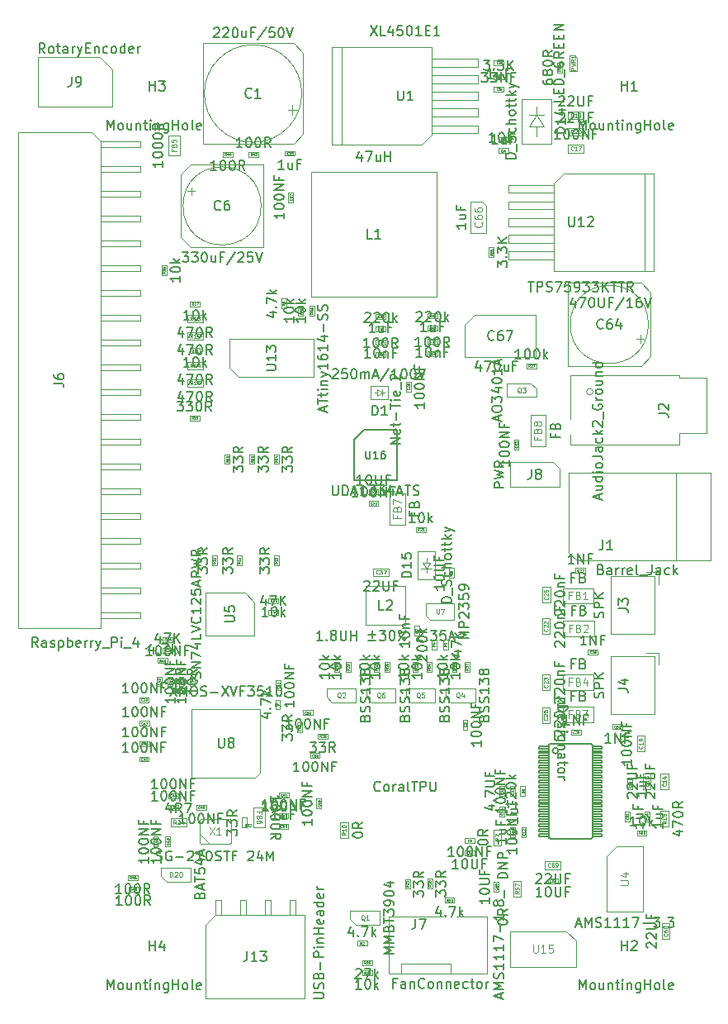
<source format=gbr>
G04 #@! TF.GenerationSoftware,KiCad,Pcbnew,(5.1.9)-1*
G04 #@! TF.CreationDate,2021-01-16T15:24:31-08:00*
G04 #@! TF.ProjectId,SJ-201-R6,534a2d32-3031-42d5-9236-2e6b69636164,rev?*
G04 #@! TF.SameCoordinates,Original*
G04 #@! TF.FileFunction,Other,Fab,Top*
%FSLAX46Y46*%
G04 Gerber Fmt 4.6, Leading zero omitted, Abs format (unit mm)*
G04 Created by KiCad (PCBNEW (5.1.9)-1) date 2021-01-16 15:24:31*
%MOMM*%
%LPD*%
G01*
G04 APERTURE LIST*
%ADD10C,0.100000*%
%ADD11C,0.150000*%
%ADD12C,0.120000*%
%ADD13C,0.152400*%
%ADD14C,0.040000*%
%ADD15C,0.060000*%
%ADD16C,0.075000*%
%ADD17C,0.080000*%
%ADD18C,0.105000*%
G04 APERTURE END LIST*
D10*
G04 #@! TO.C,U8*
X23878800Y-75813800D02*
X17378800Y-75813800D01*
X17378800Y-75813800D02*
X17378800Y-68813800D01*
X17378800Y-68813800D02*
X24378800Y-68813800D01*
X24378800Y-68813800D02*
X24378800Y-75313800D01*
X24378800Y-75313800D02*
X23878800Y-75813800D01*
G04 #@! TO.C,R30*
X42040000Y-87190000D02*
X41540000Y-87190000D01*
X41540000Y-87190000D02*
X41540000Y-86190000D01*
X41540000Y-86190000D02*
X42040000Y-86190000D01*
X42040000Y-86190000D02*
X42040000Y-87190000D01*
G04 #@! TO.C,R23*
X39750000Y-87220000D02*
X39250000Y-87220000D01*
X39250000Y-87220000D02*
X39250000Y-86220000D01*
X39250000Y-86220000D02*
X39750000Y-86220000D01*
X39750000Y-86220000D02*
X39750000Y-87220000D01*
G04 #@! TO.C,R15*
X16900000Y-35788240D02*
X16900000Y-34988240D01*
X16900000Y-34988240D02*
X18500000Y-34988240D01*
X18500000Y-34988240D02*
X18500000Y-35788240D01*
X18500000Y-35788240D02*
X16900000Y-35788240D01*
G04 #@! TO.C,R33*
X25800000Y-54100000D02*
X25800000Y-53100000D01*
X26300000Y-54100000D02*
X25800000Y-54100000D01*
X26300000Y-53100000D02*
X26300000Y-54100000D01*
X25800000Y-53100000D02*
X26300000Y-53100000D01*
G04 #@! TO.C,R16*
X22000000Y-54100000D02*
X22000000Y-53100000D01*
X22500000Y-54100000D02*
X22000000Y-54100000D01*
X22500000Y-53100000D02*
X22500000Y-54100000D01*
X22000000Y-53100000D02*
X22500000Y-53100000D01*
G04 #@! TO.C,R31*
X19450000Y-54100000D02*
X19450000Y-53100000D01*
X19950000Y-54100000D02*
X19450000Y-54100000D01*
X19950000Y-53100000D02*
X19950000Y-54100000D01*
X19450000Y-53100000D02*
X19950000Y-53100000D01*
G04 #@! TO.C,Q3*
X52150000Y-35450000D02*
X49700000Y-35450000D01*
X52720000Y-36000000D02*
X52720000Y-36850000D01*
X52150000Y-35450000D02*
X52720000Y-36000000D01*
X52720000Y-36850000D02*
X49680000Y-36850000D01*
X49680000Y-35450000D02*
X49680000Y-36850000D01*
G04 #@! TO.C,C30*
X42550000Y-28771428D02*
X41550000Y-28771428D01*
X42550000Y-28271428D02*
X42550000Y-28771428D01*
X41550000Y-28271428D02*
X42550000Y-28271428D01*
X41550000Y-28771428D02*
X41550000Y-28271428D01*
G04 #@! TO.C,C29*
X37250000Y-28850000D02*
X36250000Y-28850000D01*
X37250000Y-28350000D02*
X37250000Y-28850000D01*
X36250000Y-28350000D02*
X37250000Y-28350000D01*
X36250000Y-28850000D02*
X36250000Y-28350000D01*
G04 #@! TO.C,R19*
X66250000Y-80850000D02*
X65450000Y-80850000D01*
X65450000Y-80850000D02*
X65450000Y-79250000D01*
X65450000Y-79250000D02*
X66250000Y-79250000D01*
X66250000Y-79250000D02*
X66250000Y-80850000D01*
G04 #@! TO.C,J9*
X9170000Y-3300000D02*
X9170000Y-7110000D01*
X9170000Y-7110000D02*
X1550000Y-7110000D01*
X1550000Y-7110000D02*
X1550000Y-2030000D01*
X1550000Y-2030000D02*
X7900000Y-2030000D01*
X7900000Y-2030000D02*
X9170000Y-3300000D01*
G04 #@! TO.C,R25*
X35846800Y-96106560D02*
X34846800Y-96106560D01*
X35846800Y-95606560D02*
X35846800Y-96106560D01*
X34846800Y-95606560D02*
X35846800Y-95606560D01*
X34846800Y-96106560D02*
X34846800Y-95606560D01*
G04 #@! TO.C,R20*
X35841720Y-95044840D02*
X34841720Y-95044840D01*
X35841720Y-94544840D02*
X35841720Y-95044840D01*
X34841720Y-94544840D02*
X35841720Y-94544840D01*
X34841720Y-95044840D02*
X34841720Y-94544840D01*
G04 #@! TO.C,R67*
X42550000Y-29564285D02*
X42550000Y-30064285D01*
X42550000Y-30064285D02*
X41550000Y-30064285D01*
X41550000Y-30064285D02*
X41550000Y-29564285D01*
X41550000Y-29564285D02*
X42550000Y-29564285D01*
G04 #@! TO.C,Q6*
X38286666Y-68100000D02*
X38286666Y-66700000D01*
X35246666Y-66700000D02*
X38286666Y-66700000D01*
X35816666Y-68100000D02*
X35246666Y-67550000D01*
X35246666Y-67550000D02*
X35246666Y-66700000D01*
X35816666Y-68100000D02*
X38266666Y-68100000D01*
G04 #@! TO.C,J8*
X55070000Y-44165000D02*
X55070000Y-46070000D01*
X55070000Y-46070000D02*
X49990000Y-46070000D01*
X49990000Y-46070000D02*
X49990000Y-43530000D01*
X49990000Y-43530000D02*
X54435000Y-43530000D01*
X54435000Y-43530000D02*
X55070000Y-44165000D01*
D11*
G04 #@! TO.C,U16*
X35000000Y-40200000D02*
X38400000Y-40200000D01*
X38400000Y-40200000D02*
X38400000Y-45400000D01*
X38400000Y-45400000D02*
X34000000Y-45400000D01*
X34000000Y-45400000D02*
X34000000Y-41200000D01*
X34000000Y-41200000D02*
X35000000Y-40200000D01*
D10*
G04 #@! TO.C,R69*
X42550000Y-32150000D02*
X42550000Y-32650000D01*
X42550000Y-32650000D02*
X41550000Y-32650000D01*
X41550000Y-32650000D02*
X41550000Y-32150000D01*
X41550000Y-32150000D02*
X42550000Y-32150000D01*
G04 #@! TO.C,R68*
X37250000Y-32228571D02*
X37250000Y-32728571D01*
X37250000Y-32728571D02*
X36250000Y-32728571D01*
X36250000Y-32728571D02*
X36250000Y-32228571D01*
X36250000Y-32228571D02*
X37250000Y-32228571D01*
G04 #@! TO.C,R61*
X37250000Y-29642857D02*
X37250000Y-30142857D01*
X37250000Y-30142857D02*
X36250000Y-30142857D01*
X36250000Y-30142857D02*
X36250000Y-29642857D01*
X36250000Y-29642857D02*
X37250000Y-29642857D01*
G04 #@! TO.C,FB7*
X39250000Y-49900000D02*
X37650000Y-49900000D01*
X37650000Y-49900000D02*
X37650000Y-46700000D01*
X37650000Y-46700000D02*
X39250000Y-46700000D01*
X39250000Y-46700000D02*
X39250000Y-49900000D01*
G04 #@! TO.C,C75*
X41550000Y-31357142D02*
X41550000Y-30857142D01*
X41550000Y-30857142D02*
X42550000Y-30857142D01*
X42550000Y-30857142D02*
X42550000Y-31357142D01*
X42550000Y-31357142D02*
X41550000Y-31357142D01*
G04 #@! TO.C,C74*
X36250000Y-31435714D02*
X36250000Y-30935714D01*
X36250000Y-30935714D02*
X37250000Y-30935714D01*
X37250000Y-30935714D02*
X37250000Y-31435714D01*
X37250000Y-31435714D02*
X36250000Y-31435714D01*
G04 #@! TO.C,C73*
X36500000Y-46300000D02*
X36500000Y-46800000D01*
X36500000Y-46800000D02*
X35500000Y-46800000D01*
X35500000Y-46800000D02*
X35500000Y-46300000D01*
X35500000Y-46300000D02*
X36500000Y-46300000D01*
G04 #@! TO.C,C70*
X36500000Y-47500000D02*
X36500000Y-48000000D01*
X36500000Y-48000000D02*
X35500000Y-48000000D01*
X35500000Y-48000000D02*
X35500000Y-47500000D01*
X35500000Y-47500000D02*
X36500000Y-47500000D01*
G04 #@! TO.C,J2*
X56200000Y-39100000D02*
X56200000Y-34600000D01*
X56200000Y-34600000D02*
X67400000Y-34600000D01*
X67400000Y-34600000D02*
X67400000Y-34900000D01*
X67400000Y-34900000D02*
X70200000Y-34900000D01*
X70200000Y-34900000D02*
X70200000Y-40500000D01*
X70200000Y-40500000D02*
X67400000Y-40500000D01*
X67400000Y-40500000D02*
X67400000Y-41700000D01*
X67400000Y-41700000D02*
X56200000Y-41700000D01*
X56200000Y-41700000D02*
X56200000Y-40700000D01*
D12*
X58535410Y-36300000D02*
G75*
G03*
X58535410Y-36300000I-335410J0D01*
G01*
D10*
G04 #@! TO.C,J7*
X43900000Y-95900000D02*
X43900000Y-94900000D01*
X43900000Y-94900000D02*
X38800000Y-94900000D01*
X38800000Y-94900000D02*
X38800000Y-95900000D01*
X44550000Y-90100000D02*
X47650000Y-90100000D01*
X47650000Y-90100000D02*
X47650000Y-95900000D01*
X47650000Y-95900000D02*
X37600000Y-95900000D01*
X37600000Y-95900000D02*
X37550000Y-95900000D01*
X37550000Y-95900000D02*
X37550000Y-90100000D01*
X37550000Y-90100000D02*
X43200000Y-90100000D01*
G04 #@! TO.C,U15*
X55750000Y-91550000D02*
X56750000Y-92550000D01*
X55750000Y-91550000D02*
X50050000Y-91550000D01*
X56750000Y-92550000D02*
X56750000Y-95250000D01*
X50050000Y-91550000D02*
X50050000Y-95250000D01*
X56750000Y-95250000D02*
X50050000Y-95250000D01*
G04 #@! TO.C,R60*
X36050000Y-64000000D02*
X36550000Y-64000000D01*
X36550000Y-64000000D02*
X36550000Y-65000000D01*
X36550000Y-65000000D02*
X36050000Y-65000000D01*
X36050000Y-65000000D02*
X36050000Y-64000000D01*
G04 #@! TO.C,R59*
X40050000Y-64000000D02*
X40550000Y-64000000D01*
X40550000Y-64000000D02*
X40550000Y-65000000D01*
X40550000Y-65000000D02*
X40050000Y-65000000D01*
X40050000Y-65000000D02*
X40050000Y-64000000D01*
G04 #@! TO.C,R58*
X44050000Y-64000000D02*
X44550000Y-64000000D01*
X44550000Y-64000000D02*
X44550000Y-65000000D01*
X44550000Y-65000000D02*
X44050000Y-65000000D01*
X44050000Y-65000000D02*
X44050000Y-64000000D01*
G04 #@! TO.C,R56*
X31950000Y-64000000D02*
X32450000Y-64000000D01*
X32450000Y-64000000D02*
X32450000Y-65000000D01*
X32450000Y-65000000D02*
X31950000Y-65000000D01*
X31950000Y-65000000D02*
X31950000Y-64000000D01*
G04 #@! TO.C,R55*
X37150000Y-64000000D02*
X37650000Y-64000000D01*
X37650000Y-64000000D02*
X37650000Y-65000000D01*
X37650000Y-65000000D02*
X37150000Y-65000000D01*
X37150000Y-65000000D02*
X37150000Y-64000000D01*
G04 #@! TO.C,R54*
X41450000Y-64000000D02*
X41950000Y-64000000D01*
X41950000Y-64000000D02*
X41950000Y-65000000D01*
X41950000Y-65000000D02*
X41450000Y-65000000D01*
X41450000Y-65000000D02*
X41450000Y-64000000D01*
G04 #@! TO.C,R37*
X45350000Y-64000000D02*
X45850000Y-64000000D01*
X45850000Y-64000000D02*
X45850000Y-65000000D01*
X45850000Y-65000000D02*
X45350000Y-65000000D01*
X45350000Y-65000000D02*
X45350000Y-64000000D01*
G04 #@! TO.C,R29*
X33150000Y-64000000D02*
X33650000Y-64000000D01*
X33650000Y-64000000D02*
X33650000Y-65000000D01*
X33650000Y-65000000D02*
X33150000Y-65000000D01*
X33150000Y-65000000D02*
X33150000Y-64000000D01*
G04 #@! TO.C,Q5*
X42353332Y-68100000D02*
X42353332Y-66700000D01*
X39313332Y-66700000D02*
X42353332Y-66700000D01*
X39883332Y-68100000D02*
X39313332Y-67550000D01*
X39313332Y-67550000D02*
X39313332Y-66700000D01*
X39883332Y-68100000D02*
X42333332Y-68100000D01*
G04 #@! TO.C,Q4*
X46420000Y-68100000D02*
X46420000Y-66700000D01*
X43380000Y-66700000D02*
X46420000Y-66700000D01*
X43950000Y-68100000D02*
X43380000Y-67550000D01*
X43380000Y-67550000D02*
X43380000Y-66700000D01*
X43950000Y-68100000D02*
X46400000Y-68100000D01*
G04 #@! TO.C,Q2*
X34220000Y-68100000D02*
X34220000Y-66700000D01*
X31180000Y-66700000D02*
X34220000Y-66700000D01*
X31750000Y-68100000D02*
X31180000Y-67550000D01*
X31180000Y-67550000D02*
X31180000Y-66700000D01*
X31750000Y-68100000D02*
X34200000Y-68100000D01*
G04 #@! TO.C,C69*
X53600000Y-85200000D02*
X53600000Y-84400000D01*
X53600000Y-84400000D02*
X55200000Y-84400000D01*
X55200000Y-84400000D02*
X55200000Y-85200000D01*
X55200000Y-85200000D02*
X53600000Y-85200000D01*
G04 #@! TO.C,C68*
X48350000Y-86500000D02*
X48850000Y-86500000D01*
X48850000Y-86500000D02*
X48850000Y-87500000D01*
X48850000Y-87500000D02*
X48350000Y-87500000D01*
X48350000Y-87500000D02*
X48350000Y-86500000D01*
G04 #@! TO.C,R18*
X44300000Y-88650000D02*
X43300000Y-88650000D01*
X44300000Y-88150000D02*
X44300000Y-88650000D01*
X43300000Y-88150000D02*
X44300000Y-88150000D01*
X43300000Y-88650000D02*
X43300000Y-88150000D01*
G04 #@! TO.C,R2*
X34334380Y-92554140D02*
X35334380Y-92554140D01*
X34334380Y-93054140D02*
X34334380Y-92554140D01*
X35334380Y-93054140D02*
X34334380Y-93054140D01*
X35334380Y-92554140D02*
X35334380Y-93054140D01*
G04 #@! TO.C,Q1*
X36670000Y-90900000D02*
X36670000Y-89500000D01*
X33630000Y-89500000D02*
X36670000Y-89500000D01*
X34200000Y-90900000D02*
X33630000Y-90350000D01*
X33630000Y-90350000D02*
X33630000Y-89500000D01*
X34200000Y-90900000D02*
X36650000Y-90900000D01*
G04 #@! TO.C,U13*
X22192240Y-34802360D02*
X21217240Y-33827360D01*
X29867240Y-34802360D02*
X22192240Y-34802360D01*
X29867240Y-30902360D02*
X29867240Y-34802360D01*
X21217240Y-30902360D02*
X29867240Y-30902360D01*
X21217240Y-33827360D02*
X21217240Y-30902360D01*
G04 #@! TO.C,R9*
X26550000Y-27750000D02*
X26550000Y-26750000D01*
X27050000Y-27750000D02*
X26550000Y-27750000D01*
X27050000Y-26750000D02*
X27050000Y-27750000D01*
X26550000Y-26750000D02*
X27050000Y-26750000D01*
G04 #@! TO.C,R38*
X14800000Y-24350000D02*
X14300000Y-24350000D01*
X14300000Y-24350000D02*
X14300000Y-23350000D01*
X14300000Y-23350000D02*
X14800000Y-23350000D01*
X14800000Y-23350000D02*
X14800000Y-24350000D01*
G04 #@! TO.C,L2*
X35238940Y-56205820D02*
X39238940Y-56205820D01*
X39238940Y-60205820D02*
X35238940Y-60205820D01*
X39238940Y-60205820D02*
X39238940Y-56205820D01*
X35238940Y-60205820D02*
X35238940Y-56205820D01*
G04 #@! TO.C,J1*
X56858573Y-53590265D02*
X56055360Y-52834840D01*
X67055360Y-53584840D02*
X67055360Y-44584840D01*
X70555360Y-53584840D02*
X70555360Y-44584840D01*
X70555360Y-44584840D02*
X56055360Y-44584840D01*
X56055360Y-44584840D02*
X56055360Y-52834840D01*
X56855360Y-53584840D02*
X70555360Y-53584840D01*
G04 #@! TO.C,C67*
X52650000Y-32750000D02*
X52650000Y-28450000D01*
X45350000Y-32750000D02*
X52650000Y-32750000D01*
X45350000Y-29450000D02*
X45350000Y-32750000D01*
X46350000Y-28450000D02*
X45350000Y-29450000D01*
X52650000Y-28450000D02*
X46350000Y-28450000D01*
G04 #@! TO.C,U12*
X63787160Y-13928080D02*
X64787160Y-13928080D01*
X64787160Y-13928080D02*
X64787160Y-23928080D01*
X64787160Y-23928080D02*
X63787160Y-23928080D01*
X63787160Y-13928080D02*
X63787160Y-23928080D01*
X63787160Y-23928080D02*
X54537160Y-23928080D01*
X54537160Y-23928080D02*
X54537160Y-14928080D01*
X54537160Y-14928080D02*
X55537160Y-13928080D01*
X55537160Y-13928080D02*
X63787160Y-13928080D01*
X54537160Y-15128080D02*
X49837160Y-15128080D01*
X49837160Y-15128080D02*
X49837160Y-15928080D01*
X49837160Y-15928080D02*
X54537160Y-15928080D01*
X54537160Y-16828080D02*
X49837160Y-16828080D01*
X49837160Y-16828080D02*
X49837160Y-17628080D01*
X49837160Y-17628080D02*
X54537160Y-17628080D01*
X54537160Y-18528080D02*
X49837160Y-18528080D01*
X49837160Y-18528080D02*
X49837160Y-19328080D01*
X49837160Y-19328080D02*
X54537160Y-19328080D01*
X54537160Y-20228080D02*
X49837160Y-20228080D01*
X49837160Y-20228080D02*
X49837160Y-21028080D01*
X49837160Y-21028080D02*
X54537160Y-21028080D01*
X54537160Y-21928080D02*
X49837160Y-21928080D01*
X49837160Y-21928080D02*
X49837160Y-22728080D01*
X49837160Y-22728080D02*
X54537160Y-22728080D01*
G04 #@! TO.C,R66*
X21250000Y-42700000D02*
X21250000Y-43700000D01*
X20750000Y-42700000D02*
X21250000Y-42700000D01*
X20750000Y-43700000D02*
X20750000Y-42700000D01*
X21250000Y-43700000D02*
X20750000Y-43700000D01*
G04 #@! TO.C,R65*
X23800000Y-42700000D02*
X23800000Y-43700000D01*
X23300000Y-42700000D02*
X23800000Y-42700000D01*
X23300000Y-43700000D02*
X23300000Y-42700000D01*
X23800000Y-43700000D02*
X23300000Y-43700000D01*
G04 #@! TO.C,R64*
X26300000Y-42700000D02*
X26300000Y-43700000D01*
X25800000Y-42700000D02*
X26300000Y-42700000D01*
X25800000Y-43700000D02*
X25800000Y-42700000D01*
X26300000Y-43700000D02*
X25800000Y-43700000D01*
G04 #@! TO.C,J4*
X64869800Y-69329600D02*
X64869800Y-63429600D01*
X60369800Y-69329600D02*
X64869800Y-69329600D01*
X60369800Y-63429600D02*
X60369800Y-69329600D01*
X64869800Y-63429600D02*
X60369800Y-63429600D01*
X65279800Y-63019600D02*
X64029800Y-63019600D01*
X65279800Y-64269600D02*
X65279800Y-63019600D01*
G04 #@! TO.C,J3*
X64869800Y-61100000D02*
X64869800Y-55200000D01*
X60369800Y-61100000D02*
X64869800Y-61100000D01*
X60369800Y-55200000D02*
X60369800Y-61100000D01*
X64869800Y-55200000D02*
X60369800Y-55200000D01*
X65279800Y-54790000D02*
X64029800Y-54790000D01*
X65279800Y-56040000D02*
X65279800Y-54790000D01*
G04 #@! TO.C,R51*
X48347440Y-22486240D02*
X47847440Y-22486240D01*
X47847440Y-22486240D02*
X47847440Y-21486240D01*
X47847440Y-21486240D02*
X48347440Y-21486240D01*
X48347440Y-21486240D02*
X48347440Y-22486240D01*
G04 #@! TO.C,C66*
X47576640Y-20020080D02*
X47576640Y-17220080D01*
X47576640Y-17220080D02*
X47176640Y-16820080D01*
X47176640Y-16820080D02*
X45976640Y-16820080D01*
X45976640Y-16820080D02*
X45976640Y-20020080D01*
X45976640Y-20020080D02*
X47576640Y-20020080D01*
G04 #@! TO.C,U4*
X63650000Y-82850000D02*
X63650000Y-89550000D01*
X59950000Y-89550000D02*
X63650000Y-89550000D01*
X60950000Y-82850000D02*
X63650000Y-82850000D01*
X59950000Y-83850000D02*
X59950000Y-89550000D01*
X59950000Y-83850000D02*
X60950000Y-82850000D01*
G04 #@! TO.C,R42*
X13845920Y-63600520D02*
X14845920Y-63600520D01*
X13845920Y-64100520D02*
X13845920Y-63600520D01*
X14845920Y-64100520D02*
X13845920Y-64100520D01*
X14845920Y-63600520D02*
X14845920Y-64100520D01*
G04 #@! TO.C,R22*
X17150000Y-38750000D02*
X18150000Y-38750000D01*
X17150000Y-39250000D02*
X17150000Y-38750000D01*
X18150000Y-39250000D02*
X17150000Y-39250000D01*
X18150000Y-38750000D02*
X18150000Y-39250000D01*
G04 #@! TO.C,R21*
X40355900Y-50163100D02*
X41355900Y-50163100D01*
X40355900Y-50663100D02*
X40355900Y-50163100D01*
X41355900Y-50663100D02*
X40355900Y-50663100D01*
X41355900Y-50163100D02*
X41355900Y-50663100D01*
G04 #@! TO.C,R17*
X18200000Y-27550000D02*
X17200000Y-27550000D01*
X18200000Y-27050000D02*
X18200000Y-27550000D01*
X17200000Y-27050000D02*
X18200000Y-27050000D01*
X17200000Y-27550000D02*
X17200000Y-27050000D01*
G04 #@! TO.C,R11*
X18200000Y-32350944D02*
X17200000Y-32350944D01*
X18200000Y-31850944D02*
X18200000Y-32350944D01*
X17200000Y-31850944D02*
X18200000Y-31850944D01*
X17200000Y-32350944D02*
X17200000Y-31850944D01*
D13*
G04 #@! TO.C,U3*
X58468731Y-72839100D02*
X59418701Y-72839100D01*
X58468731Y-72589100D02*
X59418701Y-72589100D01*
X59418701Y-72839100D02*
X59418701Y-72589100D01*
X58468731Y-76339106D02*
X59418701Y-76339106D01*
X58468731Y-76089106D02*
X59418701Y-76089106D01*
X59418701Y-76339106D02*
X59418701Y-76089106D01*
X58468731Y-81839107D02*
X59418701Y-81839107D01*
X58468731Y-81589108D02*
X59418701Y-81589108D01*
X59418701Y-81839107D02*
X59418701Y-81589108D01*
X58468731Y-74339104D02*
X59418701Y-74339104D01*
X58468731Y-74089105D02*
X59418701Y-74089105D01*
X59418701Y-74339104D02*
X59418701Y-74089105D01*
X58468731Y-76839107D02*
X59418701Y-76839107D01*
X58468731Y-76589108D02*
X59418701Y-76589108D01*
X59418701Y-76839107D02*
X59418701Y-76589108D01*
X58468731Y-78839103D02*
X59418701Y-78839103D01*
X58468731Y-78589104D02*
X59418701Y-78589104D01*
X59418701Y-78839103D02*
X59418701Y-78589104D01*
X58468731Y-73339101D02*
X59418701Y-73339101D01*
X58468731Y-73089102D02*
X59418701Y-73089102D01*
X59418701Y-73339101D02*
X59418701Y-73089102D01*
X58468731Y-80339103D02*
X59418701Y-80339103D01*
X58468731Y-80089103D02*
X59418701Y-80089103D01*
X59418701Y-80339103D02*
X59418701Y-80089103D01*
X58468731Y-81339106D02*
X59418701Y-81339106D01*
X58468731Y-81089106D02*
X59418701Y-81089106D01*
X59418701Y-81339106D02*
X59418701Y-81089106D01*
X58468731Y-78339107D02*
X59418701Y-78339107D01*
X58468731Y-78089107D02*
X59418701Y-78089107D01*
X59418701Y-78339107D02*
X59418701Y-78089107D01*
X58468731Y-74839106D02*
X59418701Y-74839106D01*
X58468731Y-74589107D02*
X59418701Y-74589107D01*
X59418701Y-74839106D02*
X59418701Y-74589107D01*
X58468731Y-77839105D02*
X59418701Y-77839105D01*
X58468731Y-77589106D02*
X59418701Y-77589106D01*
X59418701Y-77839105D02*
X59418701Y-77589106D01*
X58468731Y-75339102D02*
X59418701Y-75339102D01*
X58468731Y-75089103D02*
X59418701Y-75089103D01*
X59418701Y-75339102D02*
X59418701Y-75089103D01*
X58468731Y-73839103D02*
X59418701Y-73839103D01*
X58468731Y-73589103D02*
X59418701Y-73589103D01*
X59418701Y-73839103D02*
X59418701Y-73589103D01*
X58468731Y-79339105D02*
X59418701Y-79339105D01*
X58468731Y-79089105D02*
X59418701Y-79089105D01*
X59418701Y-79339105D02*
X59418701Y-79089105D01*
X58468731Y-77339104D02*
X59418701Y-77339104D01*
X58468731Y-77089104D02*
X59418701Y-77089104D01*
X59418701Y-77339104D02*
X59418701Y-77089104D01*
X58468731Y-75839104D02*
X59418701Y-75839104D01*
X58468731Y-75589105D02*
X59418701Y-75589105D01*
X59418701Y-75839104D02*
X59418701Y-75589105D01*
X58468731Y-79839106D02*
X59418701Y-79839106D01*
X58468731Y-79589107D02*
X59418701Y-79589107D01*
X59418701Y-79839106D02*
X59418701Y-79589107D01*
X58468731Y-80839104D02*
X59418701Y-80839104D01*
X58468731Y-80589105D02*
X59418701Y-80589105D01*
X59418701Y-80839104D02*
X59418701Y-80589105D01*
X53018699Y-80839104D02*
X53018699Y-80589105D01*
X53018699Y-80589105D02*
X53968669Y-80589105D01*
X53018699Y-80839104D02*
X53968669Y-80839104D01*
X53018699Y-79839106D02*
X53018699Y-79589107D01*
X53018699Y-79589107D02*
X53968669Y-79589107D01*
X53018699Y-79839106D02*
X53968669Y-79839106D01*
X53018699Y-75839104D02*
X53018699Y-75589105D01*
X53018699Y-75589105D02*
X53968669Y-75589105D01*
X53018699Y-75839104D02*
X53968669Y-75839104D01*
X53018699Y-77339104D02*
X53018699Y-77089104D01*
X53018699Y-77089104D02*
X53968669Y-77089104D01*
X53018699Y-77339104D02*
X53968669Y-77339104D01*
X53018699Y-79339105D02*
X53018699Y-79089105D01*
X53018699Y-79089105D02*
X53968669Y-79089105D01*
X53018699Y-79339105D02*
X53968669Y-79339105D01*
X53018699Y-73839103D02*
X53018699Y-73589103D01*
X53018699Y-73589103D02*
X53968669Y-73589103D01*
X53018699Y-73839103D02*
X53968669Y-73839103D01*
X53018699Y-75339102D02*
X53018699Y-75089103D01*
X53018699Y-75089103D02*
X53968669Y-75089103D01*
X53018699Y-75339102D02*
X53968669Y-75339102D01*
X53018699Y-77839105D02*
X53018699Y-77589106D01*
X53018699Y-77589106D02*
X53968669Y-77589106D01*
X53018699Y-77839105D02*
X53968669Y-77839105D01*
X53018699Y-74839106D02*
X53018699Y-74589107D01*
X53018699Y-74589107D02*
X53968669Y-74589107D01*
X53018699Y-74839106D02*
X53968669Y-74839106D01*
X53018699Y-78339107D02*
X53018699Y-78089107D01*
X53018699Y-78089107D02*
X53968669Y-78089107D01*
X53018699Y-78339107D02*
X53968669Y-78339107D01*
X53018699Y-81339106D02*
X53018699Y-81089106D01*
X53018699Y-81089106D02*
X53968669Y-81089106D01*
X53018699Y-81339106D02*
X53968669Y-81339106D01*
X53018699Y-80339103D02*
X53018699Y-80089103D01*
X53018699Y-80089103D02*
X53968669Y-80089103D01*
X53018699Y-80339103D02*
X53968669Y-80339103D01*
X53018699Y-73339101D02*
X53018699Y-73089102D01*
X53018699Y-73089102D02*
X53968669Y-73089102D01*
X53018699Y-73339101D02*
X53968669Y-73339101D01*
X53018699Y-78839103D02*
X53018699Y-78589104D01*
X53018699Y-78589104D02*
X53968669Y-78589104D01*
X53018699Y-78839103D02*
X53968669Y-78839103D01*
X53018699Y-76839107D02*
X53018699Y-76589108D01*
X53018699Y-76589108D02*
X53968669Y-76589108D01*
X53018699Y-76839107D02*
X53968669Y-76839107D01*
X53018699Y-74339104D02*
X53018699Y-74089105D01*
X53018699Y-74089105D02*
X53968669Y-74089105D01*
X53018699Y-74339104D02*
X53968669Y-74339104D01*
X53018699Y-81839107D02*
X53018699Y-81589108D01*
X53018699Y-81589108D02*
X53968669Y-81589108D01*
X53018699Y-81839107D02*
X53968669Y-81839107D01*
X53018699Y-76339106D02*
X53018699Y-76089106D01*
X53018699Y-76089106D02*
X53968669Y-76089106D01*
X53018699Y-76339106D02*
X53968669Y-76339106D01*
X53018699Y-72839100D02*
X53018699Y-72589100D01*
X53018699Y-72589100D02*
X53968669Y-72589100D01*
X53018699Y-72839100D02*
X53968669Y-72839100D01*
X58428678Y-72444125D02*
X58458678Y-72494125D01*
X54138679Y-72364125D02*
X54168679Y-72364130D01*
X58468665Y-81864136D02*
X58468675Y-72564135D01*
X58468675Y-72564135D02*
X58468678Y-72544125D01*
X54168679Y-72364130D02*
X58268681Y-72364140D01*
X58458678Y-81924124D02*
X58468665Y-81864136D01*
X58458678Y-72494125D02*
X58468678Y-72544125D01*
X58428678Y-81974124D02*
X58458678Y-81924124D01*
X54088679Y-72384125D02*
X54138679Y-72364125D01*
X53968674Y-72564125D02*
X53978679Y-72504125D01*
X58408678Y-82004123D02*
X58428678Y-81974124D01*
X54028679Y-72414125D02*
X54088679Y-72384125D01*
X53978679Y-72504125D02*
X53998679Y-72454125D01*
X53968674Y-81864126D02*
X53968674Y-72564125D01*
X58378678Y-82034123D02*
X58408678Y-82004123D01*
X53998679Y-72454125D02*
X54028679Y-72414125D01*
X58328678Y-72374125D02*
X58388678Y-72404125D01*
X53968674Y-81864126D02*
X53968679Y-81904124D01*
X58328678Y-82054123D02*
X58378678Y-82034123D01*
X58268681Y-72364140D02*
X58328678Y-72374125D01*
X53968679Y-81904124D02*
X53988679Y-81954124D01*
X58288678Y-82064123D02*
X58328678Y-82054123D01*
X53988679Y-81954124D02*
X54018679Y-81994123D01*
X58268670Y-82064131D02*
X58288678Y-82064123D01*
X54018679Y-81994123D02*
X54058679Y-82034123D01*
X54168669Y-82064121D02*
X58268670Y-82064131D01*
X54058679Y-82034123D02*
X54108679Y-82054123D01*
X54108679Y-82054123D02*
X54168669Y-82064121D01*
X58388678Y-72404125D02*
X58428678Y-72444125D01*
X54966312Y-73064124D02*
G75*
G03*
X54366314Y-73064124I-299999J0D01*
G01*
X54366314Y-73064124D02*
G75*
G03*
X54966312Y-73064124I299999J0D01*
G01*
D10*
G04 #@! TO.C,L1*
X42450000Y-26550000D02*
X42450000Y-13750000D01*
X42450000Y-13750000D02*
X29650000Y-13750000D01*
X29650000Y-13750000D02*
X29650000Y-26550000D01*
X29650000Y-26550000D02*
X42450000Y-26550000D01*
G04 #@! TO.C,C65*
X46347000Y-83777900D02*
X45347000Y-83777900D01*
X46347000Y-83277900D02*
X46347000Y-83777900D01*
X45347000Y-83277900D02*
X46347000Y-83277900D01*
X45347000Y-83777900D02*
X45347000Y-83277900D01*
G04 #@! TO.C,C9*
X46372400Y-82535840D02*
X45372400Y-82535840D01*
X46372400Y-82035840D02*
X46372400Y-82535840D01*
X45372400Y-82035840D02*
X46372400Y-82035840D01*
X45372400Y-82535840D02*
X45372400Y-82035840D01*
G04 #@! TO.C,R10*
X33400000Y-82000000D02*
X32600000Y-82000000D01*
X32600000Y-82000000D02*
X32600000Y-80400000D01*
X32600000Y-80400000D02*
X33400000Y-80400000D01*
X33400000Y-80400000D02*
X33400000Y-82000000D01*
G04 #@! TO.C,C2*
X45650000Y-70900000D02*
X45150000Y-70900000D01*
X45150000Y-70900000D02*
X45150000Y-69900000D01*
X45150000Y-69900000D02*
X45650000Y-69900000D01*
X45650000Y-69900000D02*
X45650000Y-70900000D01*
G04 #@! TO.C,R7*
X48291800Y-81153100D02*
X49091800Y-81153100D01*
X49091800Y-81153100D02*
X49091800Y-82753100D01*
X49091800Y-82753100D02*
X48291800Y-82753100D01*
X48291800Y-82753100D02*
X48291800Y-81153100D01*
G04 #@! TO.C,R6*
X51068700Y-76714100D02*
X51568700Y-76714100D01*
X51568700Y-76714100D02*
X51568700Y-77714100D01*
X51568700Y-77714100D02*
X51068700Y-77714100D01*
X51068700Y-77714100D02*
X51068700Y-76714100D01*
G04 #@! TO.C,C62*
X60510800Y-70874700D02*
X60510800Y-70374700D01*
X60510800Y-70374700D02*
X61510800Y-70374700D01*
X61510800Y-70374700D02*
X61510800Y-70874700D01*
X61510800Y-70874700D02*
X60510800Y-70874700D01*
G04 #@! TO.C,C39*
X57269000Y-70908100D02*
X57269000Y-71408100D01*
X57269000Y-71408100D02*
X56269000Y-71408100D01*
X56269000Y-71408100D02*
X56269000Y-70908100D01*
X56269000Y-70908100D02*
X57269000Y-70908100D01*
G04 #@! TO.C,C38*
X59008900Y-62716600D02*
X59008900Y-63216600D01*
X59008900Y-63216600D02*
X58008900Y-63216600D01*
X58008900Y-63216600D02*
X58008900Y-62716600D01*
X58008900Y-62716600D02*
X59008900Y-62716600D01*
G04 #@! TO.C,C27*
X57731280Y-54375240D02*
X57731280Y-54875240D01*
X57731280Y-54875240D02*
X56731280Y-54875240D01*
X56731280Y-54875240D02*
X56731280Y-54375240D01*
X56731280Y-54375240D02*
X57731280Y-54375240D01*
G04 #@! TO.C,C26*
X54082900Y-70243600D02*
X53282900Y-70243600D01*
X53282900Y-70243600D02*
X53282900Y-68643600D01*
X53282900Y-68643600D02*
X54082900Y-68643600D01*
X54082900Y-68643600D02*
X54082900Y-70243600D01*
G04 #@! TO.C,C25*
X54146400Y-57886500D02*
X53346400Y-57886500D01*
X53346400Y-57886500D02*
X53346400Y-56286500D01*
X53346400Y-56286500D02*
X54146400Y-56286500D01*
X54146400Y-56286500D02*
X54146400Y-57886500D01*
G04 #@! TO.C,C24*
X64321500Y-80319500D02*
X63821500Y-80319500D01*
X63821500Y-80319500D02*
X63821500Y-79319500D01*
X63821500Y-79319500D02*
X64321500Y-79319500D01*
X64321500Y-79319500D02*
X64321500Y-80319500D01*
G04 #@! TO.C,C23*
X54095600Y-66890800D02*
X53295600Y-66890800D01*
X53295600Y-66890800D02*
X53295600Y-65290800D01*
X53295600Y-65290800D02*
X54095600Y-65290800D01*
X54095600Y-65290800D02*
X54095600Y-66890800D01*
G04 #@! TO.C,C22*
X54108300Y-61112300D02*
X53308300Y-61112300D01*
X53308300Y-61112300D02*
X53308300Y-59512300D01*
X53308300Y-59512300D02*
X54108300Y-59512300D01*
X54108300Y-59512300D02*
X54108300Y-61112300D01*
G04 #@! TO.C,C21*
X62289500Y-80296500D02*
X61789500Y-80296500D01*
X61789500Y-80296500D02*
X61789500Y-79296500D01*
X61789500Y-79296500D02*
X62289500Y-79296500D01*
X62289500Y-79296500D02*
X62289500Y-80296500D01*
G04 #@! TO.C,C20*
X57570000Y-9260000D02*
X57570000Y-10060000D01*
X57570000Y-10060000D02*
X55970000Y-10060000D01*
X55970000Y-10060000D02*
X55970000Y-9260000D01*
X55970000Y-9260000D02*
X57570000Y-9260000D01*
G04 #@! TO.C,C19*
X57550000Y-7590000D02*
X57550000Y-8390000D01*
X57550000Y-8390000D02*
X55950000Y-8390000D01*
X55950000Y-8390000D02*
X55950000Y-7590000D01*
X55950000Y-7590000D02*
X57550000Y-7590000D01*
G04 #@! TO.C,C18*
X63036500Y-71539200D02*
X63836500Y-71539200D01*
X63836500Y-71539200D02*
X63836500Y-73139200D01*
X63836500Y-73139200D02*
X63036500Y-73139200D01*
X63036500Y-73139200D02*
X63036500Y-71539200D01*
G04 #@! TO.C,C17*
X57560000Y-10990000D02*
X57560000Y-11790000D01*
X57560000Y-11790000D02*
X55960000Y-11790000D01*
X55960000Y-11790000D02*
X55960000Y-10990000D01*
X55960000Y-10990000D02*
X57560000Y-10990000D01*
G04 #@! TO.C,C16*
X49428700Y-79809100D02*
X48928700Y-79809100D01*
X48928700Y-79809100D02*
X48928700Y-78809100D01*
X48928700Y-78809100D02*
X49428700Y-78809100D01*
X49428700Y-78809100D02*
X49428700Y-79809100D01*
G04 #@! TO.C,C15*
X62573980Y-77042900D02*
X62073980Y-77042900D01*
X62073980Y-77042900D02*
X62073980Y-76042900D01*
X62073980Y-76042900D02*
X62573980Y-76042900D01*
X62573980Y-76042900D02*
X62573980Y-77042900D01*
G04 #@! TO.C,C14*
X65453700Y-75404100D02*
X66253700Y-75404100D01*
X66253700Y-75404100D02*
X66253700Y-77004100D01*
X66253700Y-77004100D02*
X65453700Y-77004100D01*
X65453700Y-77004100D02*
X65453700Y-75404100D01*
G04 #@! TO.C,C13*
X63628700Y-75404100D02*
X64428700Y-75404100D01*
X64428700Y-75404100D02*
X64428700Y-77004100D01*
X64428700Y-77004100D02*
X63628700Y-77004100D01*
X63628700Y-77004100D02*
X63628700Y-75404100D01*
G04 #@! TO.C,C12*
X51168700Y-80914100D02*
X51668700Y-80914100D01*
X51668700Y-80914100D02*
X51668700Y-81914100D01*
X51668700Y-81914100D02*
X51168700Y-81914100D01*
X51168700Y-81914100D02*
X51168700Y-80914100D01*
G04 #@! TO.C,C11*
X49988700Y-76709100D02*
X50488700Y-76709100D01*
X50488700Y-76709100D02*
X50488700Y-77709100D01*
X50488700Y-77709100D02*
X49988700Y-77709100D01*
X49988700Y-77709100D02*
X49988700Y-76709100D01*
G04 #@! TO.C,R57*
X50344120Y-86393120D02*
X51144120Y-86393120D01*
X51144120Y-86393120D02*
X51144120Y-87993120D01*
X51144120Y-87993120D02*
X50344120Y-87993120D01*
X50344120Y-87993120D02*
X50344120Y-86393120D01*
G04 #@! TO.C,R12*
X16900000Y-30987296D02*
X16900000Y-30187296D01*
X16900000Y-30187296D02*
X18500000Y-30187296D01*
X18500000Y-30187296D02*
X18500000Y-30987296D01*
X18500000Y-30987296D02*
X16900000Y-30987296D01*
G04 #@! TO.C,R14*
X16900000Y-34014592D02*
X16900000Y-33214592D01*
X16900000Y-33214592D02*
X18500000Y-33214592D01*
X18500000Y-33214592D02*
X18500000Y-34014592D01*
X18500000Y-34014592D02*
X16900000Y-34014592D01*
G04 #@! TO.C,R13*
X16900000Y-29213648D02*
X16900000Y-28413648D01*
X16900000Y-28413648D02*
X18500000Y-28413648D01*
X18500000Y-28413648D02*
X18500000Y-29213648D01*
X18500000Y-29213648D02*
X16900000Y-29213648D01*
G04 #@! TO.C,J13*
X27970000Y-88400000D02*
X27370000Y-88400000D01*
X27970000Y-89920000D02*
X27970000Y-88400000D01*
X27370000Y-88400000D02*
X27370000Y-89920000D01*
X25430000Y-88400000D02*
X24830000Y-88400000D01*
X25430000Y-89920000D02*
X25430000Y-88400000D01*
X24830000Y-88400000D02*
X24830000Y-89920000D01*
X22890000Y-88400000D02*
X22290000Y-88400000D01*
X22890000Y-89920000D02*
X22890000Y-88400000D01*
X22290000Y-88400000D02*
X22290000Y-89920000D01*
X20350000Y-88400000D02*
X19750000Y-88400000D01*
X20350000Y-89920000D02*
X20350000Y-88400000D01*
X19750000Y-88400000D02*
X19750000Y-89920000D01*
X28940000Y-98430000D02*
X18780000Y-98430000D01*
X28940000Y-89920000D02*
X28940000Y-98430000D01*
X19750000Y-89920000D02*
X28940000Y-89920000D01*
X18780000Y-90890000D02*
X19750000Y-89920000D01*
X18780000Y-98430000D02*
X18780000Y-90890000D01*
G04 #@! TO.C,FB5*
X14950000Y-12050000D02*
X14950000Y-10050000D01*
X16150000Y-12050000D02*
X14950000Y-12050000D01*
X16150000Y-10050000D02*
X16150000Y-12050000D01*
X14950000Y-10050000D02*
X16150000Y-10050000D01*
G04 #@! TO.C,R5*
X16528012Y-65481580D02*
X16528012Y-66481580D01*
X16028012Y-65481580D02*
X16528012Y-65481580D01*
X16028012Y-66481580D02*
X16028012Y-65481580D01*
X16528012Y-66481580D02*
X16028012Y-66481580D01*
G04 #@! TO.C,D15*
X40537560Y-55478320D02*
X40537560Y-52678320D01*
X40537560Y-52678320D02*
X42337560Y-52678320D01*
X42337560Y-52678320D02*
X42337560Y-55478320D01*
X42337560Y-55478320D02*
X40537560Y-55478320D01*
X41437560Y-54828320D02*
X41437560Y-54428320D01*
X41437560Y-54428320D02*
X40887560Y-54428320D01*
X41437560Y-54428320D02*
X41987560Y-54428320D01*
X41437560Y-54428320D02*
X41037560Y-53828320D01*
X41037560Y-53828320D02*
X41837560Y-53828320D01*
X41837560Y-53828320D02*
X41437560Y-54428320D01*
X41437560Y-53828320D02*
X41437560Y-53328320D01*
G04 #@! TO.C,C5*
X43725020Y-55365720D02*
X43725020Y-54365720D01*
X44225020Y-55365720D02*
X43725020Y-55365720D01*
X44225020Y-54365720D02*
X44225020Y-55365720D01*
X43725020Y-54365720D02*
X44225020Y-54365720D01*
G04 #@! TO.C,C7*
X40174100Y-61300000D02*
X40174100Y-60300000D01*
X40674100Y-61300000D02*
X40174100Y-61300000D01*
X40674100Y-60300000D02*
X40674100Y-61300000D01*
X40174100Y-60300000D02*
X40674100Y-60300000D01*
G04 #@! TO.C,C37*
X37571580Y-55181900D02*
X35971580Y-55181900D01*
X37571580Y-54381900D02*
X37571580Y-55181900D01*
X35971580Y-54381900D02*
X37571580Y-54381900D01*
X35971580Y-55181900D02*
X35971580Y-54381900D01*
G04 #@! TO.C,R3*
X43650000Y-61700000D02*
X43650000Y-62700000D01*
X43150000Y-61700000D02*
X43650000Y-61700000D01*
X43150000Y-62700000D02*
X43150000Y-61700000D01*
X43650000Y-62700000D02*
X43150000Y-62700000D01*
G04 #@! TO.C,R4*
X41950000Y-62700000D02*
X41950000Y-61700000D01*
X42450000Y-62700000D02*
X41950000Y-62700000D01*
X42450000Y-61700000D02*
X42450000Y-62700000D01*
X41950000Y-61700000D02*
X42450000Y-61700000D01*
G04 #@! TO.C,U7*
X41382020Y-57948120D02*
X44282020Y-57948120D01*
X44282020Y-57948120D02*
X44282020Y-59708120D01*
X41832020Y-59708120D02*
X44282020Y-59708120D01*
X41382020Y-57948120D02*
X41382020Y-59258120D01*
X41832020Y-59708120D02*
X41382020Y-59258120D01*
G04 #@! TO.C,C64*
X63362278Y-31300000D02*
X63362278Y-30500000D01*
X63762278Y-30900000D02*
X62962278Y-30900000D01*
X64450000Y-26150000D02*
X63450000Y-25150000D01*
X64450000Y-32650000D02*
X63450000Y-33650000D01*
X64450000Y-32650000D02*
X64450000Y-26150000D01*
X63450000Y-25150000D02*
X55950000Y-25150000D01*
X63450000Y-33650000D02*
X55950000Y-33650000D01*
X55950000Y-33650000D02*
X55950000Y-25150000D01*
X64200000Y-29400000D02*
G75*
G03*
X64200000Y-29400000I-4000000J0D01*
G01*
G04 #@! TO.C,C6*
X17312662Y-15356760D02*
X17312662Y-16156760D01*
X16912662Y-15756760D02*
X17712662Y-15756760D01*
X16224940Y-20506760D02*
X17224940Y-21506760D01*
X16224940Y-14006760D02*
X17224940Y-13006760D01*
X16224940Y-14006760D02*
X16224940Y-20506760D01*
X17224940Y-21506760D02*
X24724940Y-21506760D01*
X17224940Y-13006760D02*
X24724940Y-13006760D01*
X24724940Y-13006760D02*
X24724940Y-21506760D01*
X24474940Y-17256760D02*
G75*
G03*
X24474940Y-17256760I-4000000J0D01*
G01*
G04 #@! TO.C,R24*
X15200000Y-80000000D02*
X16800000Y-80000000D01*
X15200000Y-80800000D02*
X15200000Y-80000000D01*
X16800000Y-80800000D02*
X15200000Y-80800000D01*
X16800000Y-80000000D02*
X16800000Y-80800000D01*
G04 #@! TO.C,X1*
X18173200Y-81591800D02*
X19173200Y-82591800D01*
X18173200Y-80191800D02*
X18273200Y-80091800D01*
X18173200Y-82491800D02*
X18173200Y-80191800D01*
X18273200Y-82591800D02*
X18173200Y-82491800D01*
X21273200Y-82591800D02*
X18273200Y-82591800D01*
X21373200Y-82491800D02*
X21273200Y-82591800D01*
X21373200Y-80191800D02*
X21373200Y-82491800D01*
X21273200Y-80091800D02*
X21373200Y-80191800D01*
X18273200Y-80091800D02*
X21273200Y-80091800D01*
G04 #@! TO.C,FB8*
X53700000Y-38700000D02*
X53700000Y-41900000D01*
X52100000Y-38700000D02*
X53700000Y-38700000D01*
X52100000Y-41900000D02*
X52100000Y-38700000D01*
X53700000Y-41900000D02*
X52100000Y-41900000D01*
G04 #@! TO.C,FB4*
X55397600Y-65240000D02*
X58597600Y-65240000D01*
X55397600Y-66840000D02*
X55397600Y-65240000D01*
X58597600Y-66840000D02*
X55397600Y-66840000D01*
X58597600Y-65240000D02*
X58597600Y-66840000D01*
G04 #@! TO.C,FB3*
X55397600Y-68542000D02*
X58597600Y-68542000D01*
X55397600Y-70142000D02*
X55397600Y-68542000D01*
X58597600Y-70142000D02*
X55397600Y-70142000D01*
X58597600Y-68542000D02*
X58597600Y-70142000D01*
G04 #@! TO.C,FB2*
X55435700Y-59779000D02*
X58635700Y-59779000D01*
X55435700Y-61379000D02*
X55435700Y-59779000D01*
X58635700Y-61379000D02*
X55435700Y-61379000D01*
X58635700Y-59779000D02*
X58635700Y-61379000D01*
G04 #@! TO.C,FB1*
X55397600Y-56413500D02*
X58597600Y-56413500D01*
X55397600Y-58013500D02*
X55397600Y-56413500D01*
X58597600Y-58013500D02*
X55397600Y-58013500D01*
X58597600Y-56413500D02*
X58597600Y-58013500D01*
G04 #@! TO.C,U5*
X22800000Y-56850000D02*
X23800000Y-57850000D01*
X18800000Y-56850000D02*
X22800000Y-56850000D01*
X18800000Y-61250000D02*
X18800000Y-56850000D01*
X23800000Y-61250000D02*
X18800000Y-61250000D01*
X23800000Y-57850000D02*
X23800000Y-61250000D01*
G04 #@! TO.C,FB6*
X24863060Y-78912120D02*
X24863060Y-80912120D01*
X23663060Y-78912120D02*
X24863060Y-78912120D01*
X23663060Y-80912120D02*
X23663060Y-78912120D01*
X24863060Y-80912120D02*
X23663060Y-80912120D01*
G04 #@! TO.C,J6*
X-477060Y-9707880D02*
X7062940Y-9707880D01*
X7062940Y-9707880D02*
X8032940Y-10677880D01*
X8032940Y-10677880D02*
X8032940Y-60507880D01*
X8032940Y-60507880D02*
X-477060Y-60507880D01*
X-477060Y-60507880D02*
X-477060Y-9707880D01*
X12092940Y-10677880D02*
X8032940Y-10677880D01*
X8032940Y-11277880D02*
X12092940Y-11277880D01*
X12092940Y-11277880D02*
X12092940Y-10677880D01*
X12092940Y-13217880D02*
X8032940Y-13217880D01*
X8032940Y-13817880D02*
X12092940Y-13817880D01*
X12092940Y-13817880D02*
X12092940Y-13217880D01*
X12092940Y-15757880D02*
X8032940Y-15757880D01*
X8032940Y-16357880D02*
X12092940Y-16357880D01*
X12092940Y-16357880D02*
X12092940Y-15757880D01*
X12092940Y-18297880D02*
X8032940Y-18297880D01*
X8032940Y-18897880D02*
X12092940Y-18897880D01*
X12092940Y-18897880D02*
X12092940Y-18297880D01*
X12092940Y-20837880D02*
X8032940Y-20837880D01*
X8032940Y-21437880D02*
X12092940Y-21437880D01*
X12092940Y-21437880D02*
X12092940Y-20837880D01*
X12092940Y-23377880D02*
X8032940Y-23377880D01*
X8032940Y-23977880D02*
X12092940Y-23977880D01*
X12092940Y-23977880D02*
X12092940Y-23377880D01*
X12092940Y-25917880D02*
X8032940Y-25917880D01*
X8032940Y-26517880D02*
X12092940Y-26517880D01*
X12092940Y-26517880D02*
X12092940Y-25917880D01*
X12092940Y-28457880D02*
X8032940Y-28457880D01*
X8032940Y-29057880D02*
X12092940Y-29057880D01*
X12092940Y-29057880D02*
X12092940Y-28457880D01*
X12092940Y-30997880D02*
X8032940Y-30997880D01*
X8032940Y-31597880D02*
X12092940Y-31597880D01*
X12092940Y-31597880D02*
X12092940Y-30997880D01*
X12092940Y-33537880D02*
X8032940Y-33537880D01*
X8032940Y-34137880D02*
X12092940Y-34137880D01*
X12092940Y-34137880D02*
X12092940Y-33537880D01*
X12092940Y-36077880D02*
X8032940Y-36077880D01*
X8032940Y-36677880D02*
X12092940Y-36677880D01*
X12092940Y-36677880D02*
X12092940Y-36077880D01*
X12092940Y-38617880D02*
X8032940Y-38617880D01*
X8032940Y-39217880D02*
X12092940Y-39217880D01*
X12092940Y-39217880D02*
X12092940Y-38617880D01*
X12092940Y-41157880D02*
X8032940Y-41157880D01*
X8032940Y-41757880D02*
X12092940Y-41757880D01*
X12092940Y-41757880D02*
X12092940Y-41157880D01*
X12092940Y-43697880D02*
X8032940Y-43697880D01*
X8032940Y-44297880D02*
X12092940Y-44297880D01*
X12092940Y-44297880D02*
X12092940Y-43697880D01*
X12092940Y-46237880D02*
X8032940Y-46237880D01*
X8032940Y-46837880D02*
X12092940Y-46837880D01*
X12092940Y-46837880D02*
X12092940Y-46237880D01*
X12092940Y-48777880D02*
X8032940Y-48777880D01*
X8032940Y-49377880D02*
X12092940Y-49377880D01*
X12092940Y-49377880D02*
X12092940Y-48777880D01*
X12092940Y-51317880D02*
X8032940Y-51317880D01*
X8032940Y-51917880D02*
X12092940Y-51917880D01*
X12092940Y-51917880D02*
X12092940Y-51317880D01*
X12092940Y-53857880D02*
X8032940Y-53857880D01*
X8032940Y-54457880D02*
X12092940Y-54457880D01*
X12092940Y-54457880D02*
X12092940Y-53857880D01*
X12092940Y-56397880D02*
X8032940Y-56397880D01*
X8032940Y-56997880D02*
X12092940Y-56997880D01*
X12092940Y-56997880D02*
X12092940Y-56397880D01*
X12092940Y-58937880D02*
X8032940Y-58937880D01*
X8032940Y-59537880D02*
X12092940Y-59537880D01*
X12092940Y-59537880D02*
X12092940Y-58937880D01*
G04 #@! TO.C,D14*
X52723980Y-7950560D02*
X53524080Y-9101180D01*
X52723980Y-7950560D02*
X51974680Y-9101180D01*
X51974680Y-9101180D02*
X53524080Y-9101180D01*
X53524080Y-7950560D02*
X51923880Y-7950560D01*
X52723980Y-9101180D02*
X52723980Y-10099400D01*
X52723980Y-7950560D02*
X52723980Y-7048860D01*
X54225000Y-10900000D02*
X54225000Y-6300000D01*
X54225000Y-10900000D02*
X51225000Y-10900000D01*
X51225000Y-6300000D02*
X54225000Y-6300000D01*
X51225000Y-10900000D02*
X51225000Y-6300000D01*
G04 #@! TO.C,U1*
X32750000Y-11000000D02*
X31750000Y-11000000D01*
X31750000Y-11000000D02*
X31750000Y-1000000D01*
X31750000Y-1000000D02*
X32750000Y-1000000D01*
X32750000Y-11000000D02*
X32750000Y-1000000D01*
X32750000Y-1000000D02*
X42000000Y-1000000D01*
X42000000Y-1000000D02*
X42000000Y-10000000D01*
X42000000Y-10000000D02*
X41000000Y-11000000D01*
X41000000Y-11000000D02*
X32750000Y-11000000D01*
X42000000Y-9800000D02*
X46700000Y-9800000D01*
X46700000Y-9800000D02*
X46700000Y-9000000D01*
X46700000Y-9000000D02*
X42000000Y-9000000D01*
X42000000Y-8100000D02*
X46700000Y-8100000D01*
X46700000Y-8100000D02*
X46700000Y-7300000D01*
X46700000Y-7300000D02*
X42000000Y-7300000D01*
X42000000Y-6400000D02*
X46700000Y-6400000D01*
X46700000Y-6400000D02*
X46700000Y-5600000D01*
X46700000Y-5600000D02*
X42000000Y-5600000D01*
X42000000Y-4700000D02*
X46700000Y-4700000D01*
X46700000Y-4700000D02*
X46700000Y-3900000D01*
X46700000Y-3900000D02*
X42000000Y-3900000D01*
X42000000Y-3000000D02*
X46700000Y-3000000D01*
X46700000Y-3000000D02*
X46700000Y-2200000D01*
X46700000Y-2200000D02*
X42000000Y-2200000D01*
G04 #@! TO.C,R1*
X49810800Y-10211000D02*
X49810800Y-10711000D01*
X49810800Y-10711000D02*
X48810800Y-10711000D01*
X48810800Y-10711000D02*
X48810800Y-10211000D01*
X48810800Y-10211000D02*
X49810800Y-10211000D01*
G04 #@! TO.C,C4*
X49810800Y-11361000D02*
X49810800Y-11861000D01*
X49810800Y-11861000D02*
X48810800Y-11861000D01*
X48810800Y-11861000D02*
X48810800Y-11361000D01*
X48810800Y-11361000D02*
X49810800Y-11361000D01*
G04 #@! TO.C,C3*
X48350000Y-2850000D02*
X48350000Y-2350000D01*
X48350000Y-2350000D02*
X49350000Y-2350000D01*
X49350000Y-2350000D02*
X49350000Y-2850000D01*
X49350000Y-2850000D02*
X48350000Y-2850000D01*
G04 #@! TO.C,C1*
X28650000Y-5750000D02*
G75*
G03*
X28650000Y-5750000I-5000000J0D01*
G01*
X18500000Y-10900000D02*
X18500000Y-600000D01*
X27800000Y-10900000D02*
X18500000Y-10900000D01*
X27800000Y-600000D02*
X18500000Y-600000D01*
X28800000Y-9900000D02*
X28800000Y-1600000D01*
X28800000Y-9900000D02*
X27800000Y-10900000D01*
X28800000Y-1600000D02*
X27800000Y-600000D01*
X28208325Y-7450000D02*
X27208325Y-7450000D01*
X27708325Y-7950000D02*
X27708325Y-6950000D01*
G04 #@! TO.C,C60*
X65600000Y-90750000D02*
X66400000Y-90750000D01*
X66400000Y-90750000D02*
X66400000Y-92350000D01*
X66400000Y-92350000D02*
X65600000Y-92350000D01*
X65600000Y-92350000D02*
X65600000Y-90750000D01*
G04 #@! TO.C,C59*
X53900000Y-86650000D02*
X53900000Y-86150000D01*
X53900000Y-86150000D02*
X54900000Y-86150000D01*
X54900000Y-86150000D02*
X54900000Y-86650000D01*
X54900000Y-86650000D02*
X53900000Y-86650000D01*
G04 #@! TO.C,C63*
X50400000Y-41200000D02*
X50900000Y-41200000D01*
X50900000Y-41200000D02*
X50900000Y-42200000D01*
X50900000Y-42200000D02*
X50400000Y-42200000D01*
X50400000Y-42200000D02*
X50400000Y-41200000D01*
G04 #@! TO.C,C61*
X50048700Y-80909100D02*
X50548700Y-80909100D01*
X50548700Y-80909100D02*
X50548700Y-81909100D01*
X50548700Y-81909100D02*
X50048700Y-81909100D01*
X50048700Y-81909100D02*
X50048700Y-80909100D01*
G04 #@! TO.C,R50*
X64028080Y-81253520D02*
X64028080Y-81753520D01*
X64028080Y-81753520D02*
X63028080Y-81753520D01*
X63028080Y-81753520D02*
X63028080Y-81253520D01*
X63028080Y-81253520D02*
X64028080Y-81253520D01*
G04 #@! TO.C,R49*
X28300000Y-27500000D02*
X28800000Y-27500000D01*
X28800000Y-27500000D02*
X28800000Y-28500000D01*
X28800000Y-28500000D02*
X28300000Y-28500000D01*
X28300000Y-28500000D02*
X28300000Y-27500000D01*
G04 #@! TO.C,R48*
X29450000Y-27500000D02*
X29950000Y-27500000D01*
X29950000Y-27500000D02*
X29950000Y-28500000D01*
X29950000Y-28500000D02*
X29450000Y-28500000D01*
X29450000Y-28500000D02*
X29450000Y-27500000D01*
G04 #@! TO.C,R40*
X26250000Y-58650000D02*
X26250000Y-59150000D01*
X26250000Y-59150000D02*
X25250000Y-59150000D01*
X25250000Y-59150000D02*
X25250000Y-58650000D01*
X25250000Y-58650000D02*
X26250000Y-58650000D01*
G04 #@! TO.C,R39*
X25250000Y-57950000D02*
X25250000Y-57450000D01*
X25250000Y-57450000D02*
X26250000Y-57450000D01*
X26250000Y-57450000D02*
X26250000Y-57950000D01*
X26250000Y-57950000D02*
X25250000Y-57950000D01*
G04 #@! TO.C,R28*
X54844560Y-2606320D02*
X55344560Y-2606320D01*
X55344560Y-2606320D02*
X55344560Y-3606320D01*
X55344560Y-3606320D02*
X54844560Y-3606320D01*
X54844560Y-3606320D02*
X54844560Y-2606320D01*
G04 #@! TO.C,PWR1*
X56901720Y-3413560D02*
X56901720Y-2113560D01*
X56901720Y-2113560D02*
X56601720Y-1813560D01*
X56601720Y-1813560D02*
X56101720Y-1813560D01*
X56101720Y-1813560D02*
X56101720Y-3413560D01*
X56101720Y-3413560D02*
X56901720Y-3413560D01*
G04 #@! TO.C,C58*
X27282740Y-79504640D02*
X27282740Y-80004640D01*
X27282740Y-80004640D02*
X26282740Y-80004640D01*
X26282740Y-80004640D02*
X26282740Y-79504640D01*
X26282740Y-79504640D02*
X27282740Y-79504640D01*
G04 #@! TO.C,C57*
X27283600Y-16870300D02*
X27283600Y-15870300D01*
X27783600Y-16870300D02*
X27283600Y-16870300D01*
X27783600Y-15870300D02*
X27783600Y-16870300D01*
X27283600Y-15870300D02*
X27783600Y-15870300D01*
G04 #@! TO.C,C56*
X26282740Y-80581600D02*
X27282740Y-80581600D01*
X26282740Y-81081600D02*
X26282740Y-80581600D01*
X27282740Y-81081600D02*
X26282740Y-81081600D01*
X27282740Y-80581600D02*
X27282740Y-81081600D01*
G04 #@! TO.C,C55*
X27919300Y-12124500D02*
X26919300Y-12124500D01*
X27919300Y-11624500D02*
X27919300Y-12124500D01*
X26919300Y-11624500D02*
X27919300Y-11624500D01*
X26919300Y-12124500D02*
X26919300Y-11624500D01*
G04 #@! TO.C,C54*
X15394560Y-61949140D02*
X14394560Y-61949140D01*
X15394560Y-61449140D02*
X15394560Y-61949140D01*
X14394560Y-61449140D02*
X15394560Y-61449140D01*
X14394560Y-61949140D02*
X14394560Y-61449140D01*
G04 #@! TO.C,C53*
X30500000Y-73828720D02*
X29500000Y-73828720D01*
X30500000Y-73328720D02*
X30500000Y-73828720D01*
X29500000Y-73328720D02*
X30500000Y-73328720D01*
X29500000Y-73828720D02*
X29500000Y-73328720D01*
G04 #@! TO.C,C52*
X29745560Y-69429440D02*
X28745560Y-69429440D01*
X29745560Y-68929440D02*
X29745560Y-69429440D01*
X28745560Y-68929440D02*
X29745560Y-68929440D01*
X28745560Y-69429440D02*
X28745560Y-68929440D01*
G04 #@! TO.C,C51*
X27322400Y-77885100D02*
X26322400Y-77885100D01*
X27322400Y-77385100D02*
X27322400Y-77885100D01*
X26322400Y-77385100D02*
X27322400Y-77385100D01*
X26322400Y-77885100D02*
X26322400Y-77385100D01*
G04 #@! TO.C,C50*
X15401946Y-65481580D02*
X15401946Y-66481580D01*
X14901946Y-65481580D02*
X15401946Y-65481580D01*
X14901946Y-66481580D02*
X14901946Y-65481580D01*
X15401946Y-66481580D02*
X14901946Y-66481580D01*
G04 #@! TO.C,C49*
X18826100Y-79142400D02*
X17826100Y-79142400D01*
X18826100Y-78642400D02*
X18826100Y-79142400D01*
X17826100Y-78642400D02*
X18826100Y-78642400D01*
X17826100Y-79142400D02*
X17826100Y-78642400D01*
G04 #@! TO.C,C48*
X14959600Y-77432840D02*
X15959600Y-77432840D01*
X14959600Y-77932840D02*
X14959600Y-77432840D01*
X15959600Y-77932840D02*
X14959600Y-77932840D01*
X15959600Y-77432840D02*
X15959600Y-77932840D01*
G04 #@! TO.C,C47*
X11996800Y-70031800D02*
X12996800Y-70031800D01*
X11996800Y-70531800D02*
X11996800Y-70031800D01*
X12996800Y-70531800D02*
X11996800Y-70531800D01*
X12996800Y-70031800D02*
X12996800Y-70531800D01*
G04 #@! TO.C,C46*
X30158880Y-78980920D02*
X30158880Y-77980920D01*
X30658880Y-78980920D02*
X30158880Y-78980920D01*
X30658880Y-77980920D02*
X30658880Y-78980920D01*
X30158880Y-77980920D02*
X30658880Y-77980920D01*
G04 #@! TO.C,C45*
X11974560Y-73687660D02*
X12974560Y-73687660D01*
X11974560Y-74187660D02*
X11974560Y-73687660D01*
X12974560Y-74187660D02*
X11974560Y-74187660D01*
X12974560Y-73687660D02*
X12974560Y-74187660D01*
G04 #@! TO.C,C44*
X12000000Y-72100000D02*
X13000000Y-72100000D01*
X12000000Y-72600000D02*
X12000000Y-72100000D01*
X13000000Y-72600000D02*
X12000000Y-72600000D01*
X13000000Y-72100000D02*
X13000000Y-72600000D01*
G04 #@! TO.C,C43*
X14650000Y-82875000D02*
X14650000Y-81875000D01*
X15150000Y-82875000D02*
X14650000Y-82875000D01*
X15150000Y-81875000D02*
X15150000Y-82875000D01*
X14650000Y-81875000D02*
X15150000Y-81875000D01*
G04 #@! TO.C,C42*
X14275880Y-65481580D02*
X14275880Y-66481580D01*
X13775880Y-65481580D02*
X14275880Y-65481580D01*
X13775880Y-66481580D02*
X13775880Y-65481580D01*
X14275880Y-66481580D02*
X13775880Y-66481580D01*
G04 #@! TO.C,C41*
X26493280Y-65885440D02*
X26493280Y-66885440D01*
X25993280Y-65885440D02*
X26493280Y-65885440D01*
X25993280Y-66885440D02*
X25993280Y-65885440D01*
X26493280Y-66885440D02*
X25993280Y-66885440D01*
G04 #@! TO.C,C40*
X13400000Y-82875000D02*
X13400000Y-81875000D01*
X13900000Y-82875000D02*
X13400000Y-82875000D01*
X13900000Y-81875000D02*
X13900000Y-82875000D01*
X13400000Y-81875000D02*
X13900000Y-81875000D01*
G04 #@! TO.C,C36*
X14959600Y-78636800D02*
X15959600Y-78636800D01*
X14959600Y-79136800D02*
X14959600Y-78636800D01*
X15959600Y-79136800D02*
X14959600Y-79136800D01*
X15959600Y-78636800D02*
X15959600Y-79136800D01*
G04 #@! TO.C,C35*
X11974560Y-67606900D02*
X12974560Y-67606900D01*
X11974560Y-68106900D02*
X11974560Y-67606900D01*
X12974560Y-68106900D02*
X11974560Y-68106900D01*
X12974560Y-67606900D02*
X12974560Y-68106900D01*
G04 #@! TO.C,C28*
X39835900Y-35263200D02*
X39835900Y-36263200D01*
X39335900Y-35263200D02*
X39835900Y-35263200D01*
X39335900Y-36263200D02*
X39335900Y-35263200D01*
X39835900Y-36263200D02*
X39335900Y-36263200D01*
G04 #@! TO.C,C8*
X48350000Y-5050000D02*
X49350000Y-5050000D01*
X48350000Y-5550000D02*
X48350000Y-5050000D01*
X49350000Y-5550000D02*
X48350000Y-5550000D01*
X49350000Y-5050000D02*
X49350000Y-5550000D01*
G04 #@! TO.C,R27*
X51700000Y-33400000D02*
X52700000Y-33400000D01*
X51700000Y-33900000D02*
X51700000Y-33400000D01*
X52700000Y-33900000D02*
X51700000Y-33900000D01*
X52700000Y-33400000D02*
X52700000Y-33900000D01*
G04 #@! TO.C,R46*
X11879200Y-87511700D02*
X10879200Y-87511700D01*
X11879200Y-87011700D02*
X11879200Y-87511700D01*
X10879200Y-87011700D02*
X11879200Y-87011700D01*
X10879200Y-87511700D02*
X10879200Y-87011700D01*
G04 #@! TO.C,R45*
X11815700Y-86330600D02*
X10815700Y-86330600D01*
X11815700Y-85830600D02*
X11815700Y-86330600D01*
X10815700Y-85830600D02*
X11815700Y-85830600D01*
X10815700Y-86330600D02*
X10815700Y-85830600D01*
G04 #@! TO.C,R44*
X21556600Y-12226100D02*
X20556600Y-12226100D01*
X21556600Y-11726100D02*
X21556600Y-12226100D01*
X20556600Y-11726100D02*
X21556600Y-11726100D01*
X20556600Y-12226100D02*
X20556600Y-11726100D01*
G04 #@! TO.C,R43*
X23198200Y-11726100D02*
X24198200Y-11726100D01*
X23198200Y-12226100D02*
X23198200Y-11726100D01*
X24198200Y-12226100D02*
X23198200Y-12226100D01*
X24198200Y-11726100D02*
X24198200Y-12226100D01*
G04 #@! TO.C,R41*
X25934860Y-68846320D02*
X25934860Y-67846320D01*
X26434860Y-68846320D02*
X25934860Y-68846320D01*
X26434860Y-67846320D02*
X26434860Y-68846320D01*
X25934860Y-67846320D02*
X26434860Y-67846320D01*
G04 #@! TO.C,R36*
X28150000Y-71200000D02*
X28150000Y-70200000D01*
X28650000Y-71200000D02*
X28150000Y-71200000D01*
X28650000Y-70200000D02*
X28650000Y-71200000D01*
X28150000Y-70200000D02*
X28650000Y-70200000D01*
G04 #@! TO.C,R35*
X31300000Y-71850000D02*
X30300000Y-71850000D01*
X31300000Y-71350000D02*
X31300000Y-71850000D01*
X30300000Y-71350000D02*
X31300000Y-71350000D01*
X30300000Y-71850000D02*
X30300000Y-71350000D01*
G04 #@! TO.C,R34*
X17154080Y-66481580D02*
X17154080Y-65481580D01*
X17654080Y-66481580D02*
X17154080Y-66481580D01*
X17654080Y-65481580D02*
X17654080Y-66481580D01*
X17154080Y-65481580D02*
X17654080Y-65481580D01*
G04 #@! TO.C,R32*
X22473200Y-80941800D02*
X22473200Y-79941800D01*
X22973200Y-80941800D02*
X22473200Y-80941800D01*
X22973200Y-79941800D02*
X22973200Y-80941800D01*
X22473200Y-79941800D02*
X22973200Y-79941800D01*
G04 #@! TO.C,R26*
X14402180Y-62518480D02*
X15402180Y-62518480D01*
X14402180Y-63018480D02*
X14402180Y-62518480D01*
X15402180Y-63018480D02*
X14402180Y-63018480D01*
X15402180Y-62518480D02*
X15402180Y-63018480D01*
G04 #@! TO.C,R8*
X48350000Y-3800000D02*
X49350000Y-3800000D01*
X48350000Y-4300000D02*
X48350000Y-3800000D01*
X49350000Y-4300000D02*
X48350000Y-4300000D01*
X49350000Y-3800000D02*
X49350000Y-4300000D01*
G04 #@! TO.C,D20*
X17268000Y-86475800D02*
X17268000Y-85075800D01*
X14228000Y-85075800D02*
X17268000Y-85075800D01*
X14798000Y-86475800D02*
X14228000Y-85925800D01*
X14228000Y-85925800D02*
X14228000Y-85075800D01*
X14798000Y-86475800D02*
X17248000Y-86475800D01*
G04 #@! TO.C,D1*
X36414100Y-36400000D02*
X36164100Y-36400000D01*
X36414100Y-36050000D02*
X36914100Y-36400000D01*
X36414100Y-36750000D02*
X36414100Y-36050000D01*
X36914100Y-36400000D02*
X36414100Y-36750000D01*
X36914100Y-36400000D02*
X37114100Y-36400000D01*
X36914100Y-36750000D02*
X36914100Y-36050000D01*
X37514100Y-35700000D02*
X37514100Y-37100000D01*
X35714100Y-35700000D02*
X37514100Y-35700000D01*
X35714100Y-37100000D02*
X35714100Y-35700000D01*
X37514100Y-37100000D02*
X35714100Y-37100000D01*
G04 #@! TO.C,C10*
X48918700Y-77714100D02*
X48918700Y-76714100D01*
X49418700Y-77714100D02*
X48918700Y-77714100D01*
X49418700Y-76714100D02*
X49418700Y-77714100D01*
X48918700Y-76714100D02*
X49418700Y-76714100D01*
G04 #@! TD*
G04 #@! TO.C,U8*
D11*
X15116895Y-66466180D02*
X15783561Y-67466180D01*
X15783561Y-66466180D02*
X15116895Y-67466180D01*
X16164514Y-67466180D02*
X16164514Y-66466180D01*
X16497847Y-67180466D01*
X16831180Y-66466180D01*
X16831180Y-67466180D01*
X17497847Y-66466180D02*
X17688323Y-66466180D01*
X17783561Y-66513800D01*
X17878800Y-66609038D01*
X17926419Y-66799514D01*
X17926419Y-67132847D01*
X17878800Y-67323323D01*
X17783561Y-67418561D01*
X17688323Y-67466180D01*
X17497847Y-67466180D01*
X17402609Y-67418561D01*
X17307371Y-67323323D01*
X17259752Y-67132847D01*
X17259752Y-66799514D01*
X17307371Y-66609038D01*
X17402609Y-66513800D01*
X17497847Y-66466180D01*
X18307371Y-67418561D02*
X18450228Y-67466180D01*
X18688323Y-67466180D01*
X18783561Y-67418561D01*
X18831180Y-67370942D01*
X18878800Y-67275704D01*
X18878800Y-67180466D01*
X18831180Y-67085228D01*
X18783561Y-67037609D01*
X18688323Y-66989990D01*
X18497847Y-66942371D01*
X18402609Y-66894752D01*
X18354990Y-66847133D01*
X18307371Y-66751895D01*
X18307371Y-66656657D01*
X18354990Y-66561419D01*
X18402609Y-66513800D01*
X18497847Y-66466180D01*
X18735942Y-66466180D01*
X18878800Y-66513800D01*
X19307371Y-67085228D02*
X20069276Y-67085228D01*
X20450228Y-66466180D02*
X21116895Y-67466180D01*
X21116895Y-66466180D02*
X20450228Y-67466180D01*
X21354990Y-66466180D02*
X21688323Y-67466180D01*
X22021657Y-66466180D01*
X22688323Y-66942371D02*
X22354990Y-66942371D01*
X22354990Y-67466180D02*
X22354990Y-66466180D01*
X22831180Y-66466180D01*
X23116895Y-66466180D02*
X23735942Y-66466180D01*
X23402609Y-66847133D01*
X23545466Y-66847133D01*
X23640704Y-66894752D01*
X23688323Y-66942371D01*
X23735942Y-67037609D01*
X23735942Y-67275704D01*
X23688323Y-67370942D01*
X23640704Y-67418561D01*
X23545466Y-67466180D01*
X23259752Y-67466180D01*
X23164514Y-67418561D01*
X23116895Y-67370942D01*
X24640704Y-66466180D02*
X24164514Y-66466180D01*
X24116895Y-66942371D01*
X24164514Y-66894752D01*
X24259752Y-66847133D01*
X24497847Y-66847133D01*
X24593085Y-66894752D01*
X24640704Y-66942371D01*
X24688323Y-67037609D01*
X24688323Y-67275704D01*
X24640704Y-67370942D01*
X24593085Y-67418561D01*
X24497847Y-67466180D01*
X24259752Y-67466180D01*
X24164514Y-67418561D01*
X24116895Y-67370942D01*
X25640704Y-67466180D02*
X25069276Y-67466180D01*
X25354990Y-67466180D02*
X25354990Y-66466180D01*
X25259752Y-66609038D01*
X25164514Y-66704276D01*
X25069276Y-66751895D01*
X26259752Y-66466180D02*
X26354990Y-66466180D01*
X26450228Y-66513800D01*
X26497847Y-66561419D01*
X26545466Y-66656657D01*
X26593085Y-66847133D01*
X26593085Y-67085228D01*
X26545466Y-67275704D01*
X26497847Y-67370942D01*
X26450228Y-67418561D01*
X26354990Y-67466180D01*
X26259752Y-67466180D01*
X26164514Y-67418561D01*
X26116895Y-67370942D01*
X26069276Y-67275704D01*
X26021657Y-67085228D01*
X26021657Y-66847133D01*
X26069276Y-66656657D01*
X26116895Y-66561419D01*
X26164514Y-66513800D01*
X26259752Y-66466180D01*
X20116895Y-71766180D02*
X20116895Y-72575704D01*
X20164514Y-72670942D01*
X20212133Y-72718561D01*
X20307371Y-72766180D01*
X20497847Y-72766180D01*
X20593085Y-72718561D01*
X20640704Y-72670942D01*
X20688323Y-72575704D01*
X20688323Y-71766180D01*
X21307371Y-72194752D02*
X21212133Y-72147133D01*
X21164514Y-72099514D01*
X21116895Y-72004276D01*
X21116895Y-71956657D01*
X21164514Y-71861419D01*
X21212133Y-71813800D01*
X21307371Y-71766180D01*
X21497847Y-71766180D01*
X21593085Y-71813800D01*
X21640704Y-71861419D01*
X21688323Y-71956657D01*
X21688323Y-72004276D01*
X21640704Y-72099514D01*
X21593085Y-72147133D01*
X21497847Y-72194752D01*
X21307371Y-72194752D01*
X21212133Y-72242371D01*
X21164514Y-72289990D01*
X21116895Y-72385228D01*
X21116895Y-72575704D01*
X21164514Y-72670942D01*
X21212133Y-72718561D01*
X21307371Y-72766180D01*
X21497847Y-72766180D01*
X21593085Y-72718561D01*
X21640704Y-72670942D01*
X21688323Y-72575704D01*
X21688323Y-72385228D01*
X21640704Y-72289990D01*
X21593085Y-72242371D01*
X21497847Y-72194752D01*
G04 #@! TO.C,R30*
X42412380Y-87999523D02*
X42412380Y-87380476D01*
X42793333Y-87713809D01*
X42793333Y-87570952D01*
X42840952Y-87475714D01*
X42888571Y-87428095D01*
X42983809Y-87380476D01*
X43221904Y-87380476D01*
X43317142Y-87428095D01*
X43364761Y-87475714D01*
X43412380Y-87570952D01*
X43412380Y-87856666D01*
X43364761Y-87951904D01*
X43317142Y-87999523D01*
X42412380Y-87047142D02*
X42412380Y-86428095D01*
X42793333Y-86761428D01*
X42793333Y-86618571D01*
X42840952Y-86523333D01*
X42888571Y-86475714D01*
X42983809Y-86428095D01*
X43221904Y-86428095D01*
X43317142Y-86475714D01*
X43364761Y-86523333D01*
X43412380Y-86618571D01*
X43412380Y-86904285D01*
X43364761Y-86999523D01*
X43317142Y-87047142D01*
X43412380Y-85428095D02*
X42936190Y-85761428D01*
X43412380Y-85999523D02*
X42412380Y-85999523D01*
X42412380Y-85618571D01*
X42460000Y-85523333D01*
X42507619Y-85475714D01*
X42602857Y-85428095D01*
X42745714Y-85428095D01*
X42840952Y-85475714D01*
X42888571Y-85523333D01*
X42936190Y-85618571D01*
X42936190Y-85999523D01*
D14*
X41903095Y-86850714D02*
X41784047Y-86934047D01*
X41903095Y-86993571D02*
X41653095Y-86993571D01*
X41653095Y-86898333D01*
X41665000Y-86874523D01*
X41676904Y-86862619D01*
X41700714Y-86850714D01*
X41736428Y-86850714D01*
X41760238Y-86862619D01*
X41772142Y-86874523D01*
X41784047Y-86898333D01*
X41784047Y-86993571D01*
X41653095Y-86767380D02*
X41653095Y-86612619D01*
X41748333Y-86695952D01*
X41748333Y-86660238D01*
X41760238Y-86636428D01*
X41772142Y-86624523D01*
X41795952Y-86612619D01*
X41855476Y-86612619D01*
X41879285Y-86624523D01*
X41891190Y-86636428D01*
X41903095Y-86660238D01*
X41903095Y-86731666D01*
X41891190Y-86755476D01*
X41879285Y-86767380D01*
X41653095Y-86457857D02*
X41653095Y-86434047D01*
X41665000Y-86410238D01*
X41676904Y-86398333D01*
X41700714Y-86386428D01*
X41748333Y-86374523D01*
X41807857Y-86374523D01*
X41855476Y-86386428D01*
X41879285Y-86398333D01*
X41891190Y-86410238D01*
X41903095Y-86434047D01*
X41903095Y-86457857D01*
X41891190Y-86481666D01*
X41879285Y-86493571D01*
X41855476Y-86505476D01*
X41807857Y-86517380D01*
X41748333Y-86517380D01*
X41700714Y-86505476D01*
X41676904Y-86493571D01*
X41665000Y-86481666D01*
X41653095Y-86457857D01*
G04 #@! TO.C,R23*
D11*
X40122380Y-88029523D02*
X40122380Y-87410476D01*
X40503333Y-87743809D01*
X40503333Y-87600952D01*
X40550952Y-87505714D01*
X40598571Y-87458095D01*
X40693809Y-87410476D01*
X40931904Y-87410476D01*
X41027142Y-87458095D01*
X41074761Y-87505714D01*
X41122380Y-87600952D01*
X41122380Y-87886666D01*
X41074761Y-87981904D01*
X41027142Y-88029523D01*
X40122380Y-87077142D02*
X40122380Y-86458095D01*
X40503333Y-86791428D01*
X40503333Y-86648571D01*
X40550952Y-86553333D01*
X40598571Y-86505714D01*
X40693809Y-86458095D01*
X40931904Y-86458095D01*
X41027142Y-86505714D01*
X41074761Y-86553333D01*
X41122380Y-86648571D01*
X41122380Y-86934285D01*
X41074761Y-87029523D01*
X41027142Y-87077142D01*
X41122380Y-85458095D02*
X40646190Y-85791428D01*
X41122380Y-86029523D02*
X40122380Y-86029523D01*
X40122380Y-85648571D01*
X40170000Y-85553333D01*
X40217619Y-85505714D01*
X40312857Y-85458095D01*
X40455714Y-85458095D01*
X40550952Y-85505714D01*
X40598571Y-85553333D01*
X40646190Y-85648571D01*
X40646190Y-86029523D01*
D14*
X39613095Y-86880714D02*
X39494047Y-86964047D01*
X39613095Y-87023571D02*
X39363095Y-87023571D01*
X39363095Y-86928333D01*
X39375000Y-86904523D01*
X39386904Y-86892619D01*
X39410714Y-86880714D01*
X39446428Y-86880714D01*
X39470238Y-86892619D01*
X39482142Y-86904523D01*
X39494047Y-86928333D01*
X39494047Y-87023571D01*
X39386904Y-86785476D02*
X39375000Y-86773571D01*
X39363095Y-86749761D01*
X39363095Y-86690238D01*
X39375000Y-86666428D01*
X39386904Y-86654523D01*
X39410714Y-86642619D01*
X39434523Y-86642619D01*
X39470238Y-86654523D01*
X39613095Y-86797380D01*
X39613095Y-86642619D01*
X39363095Y-86559285D02*
X39363095Y-86404523D01*
X39458333Y-86487857D01*
X39458333Y-86452142D01*
X39470238Y-86428333D01*
X39482142Y-86416428D01*
X39505952Y-86404523D01*
X39565476Y-86404523D01*
X39589285Y-86416428D01*
X39601190Y-86428333D01*
X39613095Y-86452142D01*
X39613095Y-86523571D01*
X39601190Y-86547380D01*
X39589285Y-86559285D01*
G04 #@! TO.C,R15*
D11*
X16438095Y-36603954D02*
X16438095Y-37270620D01*
X16200000Y-36223001D02*
X15961904Y-36937287D01*
X16580952Y-36937287D01*
X16866666Y-36270620D02*
X17533333Y-36270620D01*
X17104761Y-37270620D01*
X18104761Y-36270620D02*
X18200000Y-36270620D01*
X18295238Y-36318240D01*
X18342857Y-36365859D01*
X18390476Y-36461097D01*
X18438095Y-36651573D01*
X18438095Y-36889668D01*
X18390476Y-37080144D01*
X18342857Y-37175382D01*
X18295238Y-37223001D01*
X18200000Y-37270620D01*
X18104761Y-37270620D01*
X18009523Y-37223001D01*
X17961904Y-37175382D01*
X17914285Y-37080144D01*
X17866666Y-36889668D01*
X17866666Y-36651573D01*
X17914285Y-36461097D01*
X17961904Y-36365859D01*
X18009523Y-36318240D01*
X18104761Y-36270620D01*
X19438095Y-37270620D02*
X19104761Y-36794430D01*
X18866666Y-37270620D02*
X18866666Y-36270620D01*
X19247619Y-36270620D01*
X19342857Y-36318240D01*
X19390476Y-36365859D01*
X19438095Y-36461097D01*
X19438095Y-36603954D01*
X19390476Y-36699192D01*
X19342857Y-36746811D01*
X19247619Y-36794430D01*
X18866666Y-36794430D01*
D15*
X17442857Y-35569192D02*
X17309523Y-35378716D01*
X17214285Y-35569192D02*
X17214285Y-35169192D01*
X17366666Y-35169192D01*
X17404761Y-35188240D01*
X17423809Y-35207287D01*
X17442857Y-35245382D01*
X17442857Y-35302525D01*
X17423809Y-35340620D01*
X17404761Y-35359668D01*
X17366666Y-35378716D01*
X17214285Y-35378716D01*
X17823809Y-35569192D02*
X17595238Y-35569192D01*
X17709523Y-35569192D02*
X17709523Y-35169192D01*
X17671428Y-35226335D01*
X17633333Y-35264430D01*
X17595238Y-35283478D01*
X18185714Y-35169192D02*
X17995238Y-35169192D01*
X17976190Y-35359668D01*
X17995238Y-35340620D01*
X18033333Y-35321573D01*
X18128571Y-35321573D01*
X18166666Y-35340620D01*
X18185714Y-35359668D01*
X18204761Y-35397763D01*
X18204761Y-35493001D01*
X18185714Y-35531097D01*
X18166666Y-35550144D01*
X18128571Y-35569192D01*
X18033333Y-35569192D01*
X17995238Y-35550144D01*
X17976190Y-35531097D01*
G04 #@! TO.C,R33*
D11*
X24332380Y-54909523D02*
X24332380Y-54290476D01*
X24713333Y-54623809D01*
X24713333Y-54480952D01*
X24760952Y-54385714D01*
X24808571Y-54338095D01*
X24903809Y-54290476D01*
X25141904Y-54290476D01*
X25237142Y-54338095D01*
X25284761Y-54385714D01*
X25332380Y-54480952D01*
X25332380Y-54766666D01*
X25284761Y-54861904D01*
X25237142Y-54909523D01*
X24332380Y-53957142D02*
X24332380Y-53338095D01*
X24713333Y-53671428D01*
X24713333Y-53528571D01*
X24760952Y-53433333D01*
X24808571Y-53385714D01*
X24903809Y-53338095D01*
X25141904Y-53338095D01*
X25237142Y-53385714D01*
X25284761Y-53433333D01*
X25332380Y-53528571D01*
X25332380Y-53814285D01*
X25284761Y-53909523D01*
X25237142Y-53957142D01*
X25332380Y-52338095D02*
X24856190Y-52671428D01*
X25332380Y-52909523D02*
X24332380Y-52909523D01*
X24332380Y-52528571D01*
X24380000Y-52433333D01*
X24427619Y-52385714D01*
X24522857Y-52338095D01*
X24665714Y-52338095D01*
X24760952Y-52385714D01*
X24808571Y-52433333D01*
X24856190Y-52528571D01*
X24856190Y-52909523D01*
D14*
X26163095Y-53760714D02*
X26044047Y-53844047D01*
X26163095Y-53903571D02*
X25913095Y-53903571D01*
X25913095Y-53808333D01*
X25925000Y-53784523D01*
X25936904Y-53772619D01*
X25960714Y-53760714D01*
X25996428Y-53760714D01*
X26020238Y-53772619D01*
X26032142Y-53784523D01*
X26044047Y-53808333D01*
X26044047Y-53903571D01*
X25913095Y-53677380D02*
X25913095Y-53522619D01*
X26008333Y-53605952D01*
X26008333Y-53570238D01*
X26020238Y-53546428D01*
X26032142Y-53534523D01*
X26055952Y-53522619D01*
X26115476Y-53522619D01*
X26139285Y-53534523D01*
X26151190Y-53546428D01*
X26163095Y-53570238D01*
X26163095Y-53641666D01*
X26151190Y-53665476D01*
X26139285Y-53677380D01*
X25913095Y-53439285D02*
X25913095Y-53284523D01*
X26008333Y-53367857D01*
X26008333Y-53332142D01*
X26020238Y-53308333D01*
X26032142Y-53296428D01*
X26055952Y-53284523D01*
X26115476Y-53284523D01*
X26139285Y-53296428D01*
X26151190Y-53308333D01*
X26163095Y-53332142D01*
X26163095Y-53403571D01*
X26151190Y-53427380D01*
X26139285Y-53439285D01*
G04 #@! TO.C,R16*
D11*
X20532380Y-54909523D02*
X20532380Y-54290476D01*
X20913333Y-54623809D01*
X20913333Y-54480952D01*
X20960952Y-54385714D01*
X21008571Y-54338095D01*
X21103809Y-54290476D01*
X21341904Y-54290476D01*
X21437142Y-54338095D01*
X21484761Y-54385714D01*
X21532380Y-54480952D01*
X21532380Y-54766666D01*
X21484761Y-54861904D01*
X21437142Y-54909523D01*
X20532380Y-53957142D02*
X20532380Y-53338095D01*
X20913333Y-53671428D01*
X20913333Y-53528571D01*
X20960952Y-53433333D01*
X21008571Y-53385714D01*
X21103809Y-53338095D01*
X21341904Y-53338095D01*
X21437142Y-53385714D01*
X21484761Y-53433333D01*
X21532380Y-53528571D01*
X21532380Y-53814285D01*
X21484761Y-53909523D01*
X21437142Y-53957142D01*
X21532380Y-52338095D02*
X21056190Y-52671428D01*
X21532380Y-52909523D02*
X20532380Y-52909523D01*
X20532380Y-52528571D01*
X20580000Y-52433333D01*
X20627619Y-52385714D01*
X20722857Y-52338095D01*
X20865714Y-52338095D01*
X20960952Y-52385714D01*
X21008571Y-52433333D01*
X21056190Y-52528571D01*
X21056190Y-52909523D01*
D14*
X22363095Y-53760714D02*
X22244047Y-53844047D01*
X22363095Y-53903571D02*
X22113095Y-53903571D01*
X22113095Y-53808333D01*
X22125000Y-53784523D01*
X22136904Y-53772619D01*
X22160714Y-53760714D01*
X22196428Y-53760714D01*
X22220238Y-53772619D01*
X22232142Y-53784523D01*
X22244047Y-53808333D01*
X22244047Y-53903571D01*
X22363095Y-53522619D02*
X22363095Y-53665476D01*
X22363095Y-53594047D02*
X22113095Y-53594047D01*
X22148809Y-53617857D01*
X22172619Y-53641666D01*
X22184523Y-53665476D01*
X22113095Y-53308333D02*
X22113095Y-53355952D01*
X22125000Y-53379761D01*
X22136904Y-53391666D01*
X22172619Y-53415476D01*
X22220238Y-53427380D01*
X22315476Y-53427380D01*
X22339285Y-53415476D01*
X22351190Y-53403571D01*
X22363095Y-53379761D01*
X22363095Y-53332142D01*
X22351190Y-53308333D01*
X22339285Y-53296428D01*
X22315476Y-53284523D01*
X22255952Y-53284523D01*
X22232142Y-53296428D01*
X22220238Y-53308333D01*
X22208333Y-53332142D01*
X22208333Y-53379761D01*
X22220238Y-53403571D01*
X22232142Y-53415476D01*
X22255952Y-53427380D01*
G04 #@! TO.C,R31*
D11*
X17982380Y-54909523D02*
X17982380Y-54290476D01*
X18363333Y-54623809D01*
X18363333Y-54480952D01*
X18410952Y-54385714D01*
X18458571Y-54338095D01*
X18553809Y-54290476D01*
X18791904Y-54290476D01*
X18887142Y-54338095D01*
X18934761Y-54385714D01*
X18982380Y-54480952D01*
X18982380Y-54766666D01*
X18934761Y-54861904D01*
X18887142Y-54909523D01*
X17982380Y-53957142D02*
X17982380Y-53338095D01*
X18363333Y-53671428D01*
X18363333Y-53528571D01*
X18410952Y-53433333D01*
X18458571Y-53385714D01*
X18553809Y-53338095D01*
X18791904Y-53338095D01*
X18887142Y-53385714D01*
X18934761Y-53433333D01*
X18982380Y-53528571D01*
X18982380Y-53814285D01*
X18934761Y-53909523D01*
X18887142Y-53957142D01*
X18982380Y-52338095D02*
X18506190Y-52671428D01*
X18982380Y-52909523D02*
X17982380Y-52909523D01*
X17982380Y-52528571D01*
X18030000Y-52433333D01*
X18077619Y-52385714D01*
X18172857Y-52338095D01*
X18315714Y-52338095D01*
X18410952Y-52385714D01*
X18458571Y-52433333D01*
X18506190Y-52528571D01*
X18506190Y-52909523D01*
D14*
X19813095Y-53760714D02*
X19694047Y-53844047D01*
X19813095Y-53903571D02*
X19563095Y-53903571D01*
X19563095Y-53808333D01*
X19575000Y-53784523D01*
X19586904Y-53772619D01*
X19610714Y-53760714D01*
X19646428Y-53760714D01*
X19670238Y-53772619D01*
X19682142Y-53784523D01*
X19694047Y-53808333D01*
X19694047Y-53903571D01*
X19563095Y-53677380D02*
X19563095Y-53522619D01*
X19658333Y-53605952D01*
X19658333Y-53570238D01*
X19670238Y-53546428D01*
X19682142Y-53534523D01*
X19705952Y-53522619D01*
X19765476Y-53522619D01*
X19789285Y-53534523D01*
X19801190Y-53546428D01*
X19813095Y-53570238D01*
X19813095Y-53641666D01*
X19801190Y-53665476D01*
X19789285Y-53677380D01*
X19813095Y-53284523D02*
X19813095Y-53427380D01*
X19813095Y-53355952D02*
X19563095Y-53355952D01*
X19598809Y-53379761D01*
X19622619Y-53403571D01*
X19634523Y-53427380D01*
G04 #@! TO.C,Q3*
D11*
X48866666Y-39245238D02*
X48866666Y-38769047D01*
X49152380Y-39340476D02*
X48152380Y-39007142D01*
X49152380Y-38673809D01*
X48152380Y-38150000D02*
X48152380Y-37959523D01*
X48200000Y-37864285D01*
X48295238Y-37769047D01*
X48485714Y-37721428D01*
X48819047Y-37721428D01*
X49009523Y-37769047D01*
X49104761Y-37864285D01*
X49152380Y-37959523D01*
X49152380Y-38150000D01*
X49104761Y-38245238D01*
X49009523Y-38340476D01*
X48819047Y-38388095D01*
X48485714Y-38388095D01*
X48295238Y-38340476D01*
X48200000Y-38245238D01*
X48152380Y-38150000D01*
X48152380Y-37388095D02*
X48152380Y-36769047D01*
X48533333Y-37102380D01*
X48533333Y-36959523D01*
X48580952Y-36864285D01*
X48628571Y-36816666D01*
X48723809Y-36769047D01*
X48961904Y-36769047D01*
X49057142Y-36816666D01*
X49104761Y-36864285D01*
X49152380Y-36959523D01*
X49152380Y-37245238D01*
X49104761Y-37340476D01*
X49057142Y-37388095D01*
X48485714Y-35911904D02*
X49152380Y-35911904D01*
X48104761Y-36150000D02*
X48819047Y-36388095D01*
X48819047Y-35769047D01*
X48152380Y-35197619D02*
X48152380Y-35102380D01*
X48200000Y-35007142D01*
X48247619Y-34959523D01*
X48342857Y-34911904D01*
X48533333Y-34864285D01*
X48771428Y-34864285D01*
X48961904Y-34911904D01*
X49057142Y-34959523D01*
X49104761Y-35007142D01*
X49152380Y-35102380D01*
X49152380Y-35197619D01*
X49104761Y-35292857D01*
X49057142Y-35340476D01*
X48961904Y-35388095D01*
X48771428Y-35435714D01*
X48533333Y-35435714D01*
X48342857Y-35388095D01*
X48247619Y-35340476D01*
X48200000Y-35292857D01*
X48152380Y-35197619D01*
X49152380Y-33911904D02*
X49152380Y-34483333D01*
X49152380Y-34197619D02*
X48152380Y-34197619D01*
X48295238Y-34292857D01*
X48390476Y-34388095D01*
X48438095Y-34483333D01*
X48866666Y-33530952D02*
X48866666Y-33054761D01*
X49152380Y-33626190D02*
X48152380Y-33292857D01*
X49152380Y-32959523D01*
D16*
X51152380Y-36423809D02*
X51104761Y-36400000D01*
X51057142Y-36352380D01*
X50985714Y-36280952D01*
X50938095Y-36257142D01*
X50890476Y-36257142D01*
X50914285Y-36376190D02*
X50866666Y-36352380D01*
X50819047Y-36304761D01*
X50795238Y-36209523D01*
X50795238Y-36042857D01*
X50819047Y-35947619D01*
X50866666Y-35900000D01*
X50914285Y-35876190D01*
X51009523Y-35876190D01*
X51057142Y-35900000D01*
X51104761Y-35947619D01*
X51128571Y-36042857D01*
X51128571Y-36209523D01*
X51104761Y-36304761D01*
X51057142Y-36352380D01*
X51009523Y-36376190D01*
X50914285Y-36376190D01*
X51295238Y-35876190D02*
X51604761Y-35876190D01*
X51438095Y-36066666D01*
X51509523Y-36066666D01*
X51557142Y-36090476D01*
X51580952Y-36114285D01*
X51604761Y-36161904D01*
X51604761Y-36280952D01*
X51580952Y-36328571D01*
X51557142Y-36352380D01*
X51509523Y-36376190D01*
X51366666Y-36376190D01*
X51319047Y-36352380D01*
X51295238Y-36328571D01*
G04 #@! TO.C,C30*
D11*
X41454761Y-30143808D02*
X40883333Y-30143808D01*
X41169047Y-30143808D02*
X41169047Y-29143808D01*
X41073809Y-29286666D01*
X40978571Y-29381904D01*
X40883333Y-29429523D01*
X42311904Y-29477142D02*
X42311904Y-30143808D01*
X41883333Y-29477142D02*
X41883333Y-30000951D01*
X41930952Y-30096189D01*
X42026190Y-30143808D01*
X42169047Y-30143808D01*
X42264285Y-30096189D01*
X42311904Y-30048570D01*
X43121428Y-29619999D02*
X42788095Y-29619999D01*
X42788095Y-30143808D02*
X42788095Y-29143808D01*
X43264285Y-29143808D01*
D14*
X41889285Y-28610713D02*
X41877380Y-28622618D01*
X41841666Y-28634523D01*
X41817857Y-28634523D01*
X41782142Y-28622618D01*
X41758333Y-28598808D01*
X41746428Y-28574999D01*
X41734523Y-28527380D01*
X41734523Y-28491666D01*
X41746428Y-28444047D01*
X41758333Y-28420237D01*
X41782142Y-28396428D01*
X41817857Y-28384523D01*
X41841666Y-28384523D01*
X41877380Y-28396428D01*
X41889285Y-28408332D01*
X41972619Y-28384523D02*
X42127380Y-28384523D01*
X42044047Y-28479761D01*
X42079761Y-28479761D01*
X42103571Y-28491666D01*
X42115476Y-28503570D01*
X42127380Y-28527380D01*
X42127380Y-28586904D01*
X42115476Y-28610713D01*
X42103571Y-28622618D01*
X42079761Y-28634523D01*
X42008333Y-28634523D01*
X41984523Y-28622618D01*
X41972619Y-28610713D01*
X42282142Y-28384523D02*
X42305952Y-28384523D01*
X42329761Y-28396428D01*
X42341666Y-28408332D01*
X42353571Y-28432142D01*
X42365476Y-28479761D01*
X42365476Y-28539285D01*
X42353571Y-28586904D01*
X42341666Y-28610713D01*
X42329761Y-28622618D01*
X42305952Y-28634523D01*
X42282142Y-28634523D01*
X42258333Y-28622618D01*
X42246428Y-28610713D01*
X42234523Y-28586904D01*
X42222619Y-28539285D01*
X42222619Y-28479761D01*
X42234523Y-28432142D01*
X42246428Y-28408332D01*
X42258333Y-28396428D01*
X42282142Y-28384523D01*
G04 #@! TO.C,C29*
D11*
X36154761Y-30222380D02*
X35583333Y-30222380D01*
X35869047Y-30222380D02*
X35869047Y-29222380D01*
X35773809Y-29365238D01*
X35678571Y-29460476D01*
X35583333Y-29508095D01*
X37011904Y-29555714D02*
X37011904Y-30222380D01*
X36583333Y-29555714D02*
X36583333Y-30079523D01*
X36630952Y-30174761D01*
X36726190Y-30222380D01*
X36869047Y-30222380D01*
X36964285Y-30174761D01*
X37011904Y-30127142D01*
X37821428Y-29698571D02*
X37488095Y-29698571D01*
X37488095Y-30222380D02*
X37488095Y-29222380D01*
X37964285Y-29222380D01*
D14*
X36589285Y-28689285D02*
X36577380Y-28701190D01*
X36541666Y-28713095D01*
X36517857Y-28713095D01*
X36482142Y-28701190D01*
X36458333Y-28677380D01*
X36446428Y-28653571D01*
X36434523Y-28605952D01*
X36434523Y-28570238D01*
X36446428Y-28522619D01*
X36458333Y-28498809D01*
X36482142Y-28475000D01*
X36517857Y-28463095D01*
X36541666Y-28463095D01*
X36577380Y-28475000D01*
X36589285Y-28486904D01*
X36684523Y-28486904D02*
X36696428Y-28475000D01*
X36720238Y-28463095D01*
X36779761Y-28463095D01*
X36803571Y-28475000D01*
X36815476Y-28486904D01*
X36827380Y-28510714D01*
X36827380Y-28534523D01*
X36815476Y-28570238D01*
X36672619Y-28713095D01*
X36827380Y-28713095D01*
X36946428Y-28713095D02*
X36994047Y-28713095D01*
X37017857Y-28701190D01*
X37029761Y-28689285D01*
X37053571Y-28653571D01*
X37065476Y-28605952D01*
X37065476Y-28510714D01*
X37053571Y-28486904D01*
X37041666Y-28475000D01*
X37017857Y-28463095D01*
X36970238Y-28463095D01*
X36946428Y-28475000D01*
X36934523Y-28486904D01*
X36922619Y-28510714D01*
X36922619Y-28570238D01*
X36934523Y-28594047D01*
X36946428Y-28605952D01*
X36970238Y-28617857D01*
X37017857Y-28617857D01*
X37041666Y-28605952D01*
X37053571Y-28594047D01*
X37065476Y-28570238D01*
G04 #@! TO.C,R19*
D11*
X67065714Y-81311904D02*
X67732380Y-81311904D01*
X66684761Y-81550000D02*
X67399047Y-81788095D01*
X67399047Y-81169047D01*
X66732380Y-80883333D02*
X66732380Y-80216666D01*
X67732380Y-80645238D01*
X66732380Y-79645238D02*
X66732380Y-79550000D01*
X66780000Y-79454761D01*
X66827619Y-79407142D01*
X66922857Y-79359523D01*
X67113333Y-79311904D01*
X67351428Y-79311904D01*
X67541904Y-79359523D01*
X67637142Y-79407142D01*
X67684761Y-79454761D01*
X67732380Y-79550000D01*
X67732380Y-79645238D01*
X67684761Y-79740476D01*
X67637142Y-79788095D01*
X67541904Y-79835714D01*
X67351428Y-79883333D01*
X67113333Y-79883333D01*
X66922857Y-79835714D01*
X66827619Y-79788095D01*
X66780000Y-79740476D01*
X66732380Y-79645238D01*
X67732380Y-78311904D02*
X67256190Y-78645238D01*
X67732380Y-78883333D02*
X66732380Y-78883333D01*
X66732380Y-78502380D01*
X66780000Y-78407142D01*
X66827619Y-78359523D01*
X66922857Y-78311904D01*
X67065714Y-78311904D01*
X67160952Y-78359523D01*
X67208571Y-78407142D01*
X67256190Y-78502380D01*
X67256190Y-78883333D01*
D15*
X66030952Y-80307142D02*
X65840476Y-80440476D01*
X66030952Y-80535714D02*
X65630952Y-80535714D01*
X65630952Y-80383333D01*
X65650000Y-80345238D01*
X65669047Y-80326190D01*
X65707142Y-80307142D01*
X65764285Y-80307142D01*
X65802380Y-80326190D01*
X65821428Y-80345238D01*
X65840476Y-80383333D01*
X65840476Y-80535714D01*
X66030952Y-79926190D02*
X66030952Y-80154761D01*
X66030952Y-80040476D02*
X65630952Y-80040476D01*
X65688095Y-80078571D01*
X65726190Y-80116666D01*
X65745238Y-80154761D01*
X66030952Y-79735714D02*
X66030952Y-79659523D01*
X66011904Y-79621428D01*
X65992857Y-79602380D01*
X65935714Y-79564285D01*
X65859523Y-79545238D01*
X65707142Y-79545238D01*
X65669047Y-79564285D01*
X65650000Y-79583333D01*
X65630952Y-79621428D01*
X65630952Y-79697619D01*
X65650000Y-79735714D01*
X65669047Y-79754761D01*
X65707142Y-79773809D01*
X65802380Y-79773809D01*
X65840476Y-79754761D01*
X65859523Y-79735714D01*
X65878571Y-79697619D01*
X65878571Y-79621428D01*
X65859523Y-79583333D01*
X65840476Y-79564285D01*
X65802380Y-79545238D01*
G04 #@! TO.C,J9*
D11*
X2302380Y-1602380D02*
X1969047Y-1126190D01*
X1730952Y-1602380D02*
X1730952Y-602380D01*
X2111904Y-602380D01*
X2207142Y-650000D01*
X2254761Y-697619D01*
X2302380Y-792857D01*
X2302380Y-935714D01*
X2254761Y-1030952D01*
X2207142Y-1078571D01*
X2111904Y-1126190D01*
X1730952Y-1126190D01*
X2873809Y-1602380D02*
X2778571Y-1554761D01*
X2730952Y-1507142D01*
X2683333Y-1411904D01*
X2683333Y-1126190D01*
X2730952Y-1030952D01*
X2778571Y-983333D01*
X2873809Y-935714D01*
X3016666Y-935714D01*
X3111904Y-983333D01*
X3159523Y-1030952D01*
X3207142Y-1126190D01*
X3207142Y-1411904D01*
X3159523Y-1507142D01*
X3111904Y-1554761D01*
X3016666Y-1602380D01*
X2873809Y-1602380D01*
X3492857Y-935714D02*
X3873809Y-935714D01*
X3635714Y-602380D02*
X3635714Y-1459523D01*
X3683333Y-1554761D01*
X3778571Y-1602380D01*
X3873809Y-1602380D01*
X4635714Y-1602380D02*
X4635714Y-1078571D01*
X4588095Y-983333D01*
X4492857Y-935714D01*
X4302380Y-935714D01*
X4207142Y-983333D01*
X4635714Y-1554761D02*
X4540476Y-1602380D01*
X4302380Y-1602380D01*
X4207142Y-1554761D01*
X4159523Y-1459523D01*
X4159523Y-1364285D01*
X4207142Y-1269047D01*
X4302380Y-1221428D01*
X4540476Y-1221428D01*
X4635714Y-1173809D01*
X5111904Y-1602380D02*
X5111904Y-935714D01*
X5111904Y-1126190D02*
X5159523Y-1030952D01*
X5207142Y-983333D01*
X5302380Y-935714D01*
X5397619Y-935714D01*
X5635714Y-935714D02*
X5873809Y-1602380D01*
X6111904Y-935714D02*
X5873809Y-1602380D01*
X5778571Y-1840476D01*
X5730952Y-1888095D01*
X5635714Y-1935714D01*
X6492857Y-1078571D02*
X6826190Y-1078571D01*
X6969047Y-1602380D02*
X6492857Y-1602380D01*
X6492857Y-602380D01*
X6969047Y-602380D01*
X7397619Y-935714D02*
X7397619Y-1602380D01*
X7397619Y-1030952D02*
X7445238Y-983333D01*
X7540476Y-935714D01*
X7683333Y-935714D01*
X7778571Y-983333D01*
X7826190Y-1078571D01*
X7826190Y-1602380D01*
X8730952Y-1554761D02*
X8635714Y-1602380D01*
X8445238Y-1602380D01*
X8350000Y-1554761D01*
X8302380Y-1507142D01*
X8254761Y-1411904D01*
X8254761Y-1126190D01*
X8302380Y-1030952D01*
X8350000Y-983333D01*
X8445238Y-935714D01*
X8635714Y-935714D01*
X8730952Y-983333D01*
X9302380Y-1602380D02*
X9207142Y-1554761D01*
X9159523Y-1507142D01*
X9111904Y-1411904D01*
X9111904Y-1126190D01*
X9159523Y-1030952D01*
X9207142Y-983333D01*
X9302380Y-935714D01*
X9445238Y-935714D01*
X9540476Y-983333D01*
X9588095Y-1030952D01*
X9635714Y-1126190D01*
X9635714Y-1411904D01*
X9588095Y-1507142D01*
X9540476Y-1554761D01*
X9445238Y-1602380D01*
X9302380Y-1602380D01*
X10492857Y-1602380D02*
X10492857Y-602380D01*
X10492857Y-1554761D02*
X10397619Y-1602380D01*
X10207142Y-1602380D01*
X10111904Y-1554761D01*
X10064285Y-1507142D01*
X10016666Y-1411904D01*
X10016666Y-1126190D01*
X10064285Y-1030952D01*
X10111904Y-983333D01*
X10207142Y-935714D01*
X10397619Y-935714D01*
X10492857Y-983333D01*
X11350000Y-1554761D02*
X11254761Y-1602380D01*
X11064285Y-1602380D01*
X10969047Y-1554761D01*
X10921428Y-1459523D01*
X10921428Y-1078571D01*
X10969047Y-983333D01*
X11064285Y-935714D01*
X11254761Y-935714D01*
X11350000Y-983333D01*
X11397619Y-1078571D01*
X11397619Y-1173809D01*
X10921428Y-1269047D01*
X11826190Y-1602380D02*
X11826190Y-935714D01*
X11826190Y-1126190D02*
X11873809Y-1030952D01*
X11921428Y-983333D01*
X12016666Y-935714D01*
X12111904Y-935714D01*
X5026666Y-4022380D02*
X5026666Y-4736666D01*
X4979047Y-4879523D01*
X4883809Y-4974761D01*
X4740952Y-5022380D01*
X4645714Y-5022380D01*
X5550476Y-5022380D02*
X5740952Y-5022380D01*
X5836190Y-4974761D01*
X5883809Y-4927142D01*
X5979047Y-4784285D01*
X6026666Y-4593809D01*
X6026666Y-4212857D01*
X5979047Y-4117619D01*
X5931428Y-4070000D01*
X5836190Y-4022380D01*
X5645714Y-4022380D01*
X5550476Y-4070000D01*
X5502857Y-4117619D01*
X5455238Y-4212857D01*
X5455238Y-4450952D01*
X5502857Y-4546190D01*
X5550476Y-4593809D01*
X5645714Y-4641428D01*
X5836190Y-4641428D01*
X5931428Y-4593809D01*
X5979047Y-4546190D01*
X6026666Y-4450952D01*
G04 #@! TO.C,R25*
X34751561Y-97478940D02*
X34180133Y-97478940D01*
X34465847Y-97478940D02*
X34465847Y-96478940D01*
X34370609Y-96621798D01*
X34275371Y-96717036D01*
X34180133Y-96764655D01*
X35370609Y-96478940D02*
X35465847Y-96478940D01*
X35561085Y-96526560D01*
X35608704Y-96574179D01*
X35656323Y-96669417D01*
X35703942Y-96859893D01*
X35703942Y-97097988D01*
X35656323Y-97288464D01*
X35608704Y-97383702D01*
X35561085Y-97431321D01*
X35465847Y-97478940D01*
X35370609Y-97478940D01*
X35275371Y-97431321D01*
X35227752Y-97383702D01*
X35180133Y-97288464D01*
X35132514Y-97097988D01*
X35132514Y-96859893D01*
X35180133Y-96669417D01*
X35227752Y-96574179D01*
X35275371Y-96526560D01*
X35370609Y-96478940D01*
X36132514Y-97478940D02*
X36132514Y-96478940D01*
X36227752Y-97097988D02*
X36513466Y-97478940D01*
X36513466Y-96812274D02*
X36132514Y-97193226D01*
D14*
X35186085Y-95969655D02*
X35102752Y-95850607D01*
X35043228Y-95969655D02*
X35043228Y-95719655D01*
X35138466Y-95719655D01*
X35162276Y-95731560D01*
X35174180Y-95743464D01*
X35186085Y-95767274D01*
X35186085Y-95802988D01*
X35174180Y-95826798D01*
X35162276Y-95838702D01*
X35138466Y-95850607D01*
X35043228Y-95850607D01*
X35281323Y-95743464D02*
X35293228Y-95731560D01*
X35317038Y-95719655D01*
X35376561Y-95719655D01*
X35400371Y-95731560D01*
X35412276Y-95743464D01*
X35424180Y-95767274D01*
X35424180Y-95791083D01*
X35412276Y-95826798D01*
X35269419Y-95969655D01*
X35424180Y-95969655D01*
X35650371Y-95719655D02*
X35531323Y-95719655D01*
X35519419Y-95838702D01*
X35531323Y-95826798D01*
X35555133Y-95814893D01*
X35614657Y-95814893D01*
X35638466Y-95826798D01*
X35650371Y-95838702D01*
X35662276Y-95862512D01*
X35662276Y-95922036D01*
X35650371Y-95945845D01*
X35638466Y-95957750D01*
X35614657Y-95969655D01*
X35555133Y-95969655D01*
X35531323Y-95957750D01*
X35519419Y-95945845D01*
G04 #@! TO.C,R20*
D11*
X34175053Y-95512459D02*
X34222672Y-95464840D01*
X34317910Y-95417220D01*
X34556005Y-95417220D01*
X34651243Y-95464840D01*
X34698862Y-95512459D01*
X34746481Y-95607697D01*
X34746481Y-95702935D01*
X34698862Y-95845792D01*
X34127434Y-96417220D01*
X34746481Y-96417220D01*
X35079815Y-95417220D02*
X35746481Y-95417220D01*
X35317910Y-96417220D01*
X36127434Y-96417220D02*
X36127434Y-95417220D01*
X36222672Y-96036268D02*
X36508386Y-96417220D01*
X36508386Y-95750554D02*
X36127434Y-96131506D01*
D14*
X35181005Y-94907935D02*
X35097672Y-94788887D01*
X35038148Y-94907935D02*
X35038148Y-94657935D01*
X35133386Y-94657935D01*
X35157196Y-94669840D01*
X35169100Y-94681744D01*
X35181005Y-94705554D01*
X35181005Y-94741268D01*
X35169100Y-94765078D01*
X35157196Y-94776982D01*
X35133386Y-94788887D01*
X35038148Y-94788887D01*
X35276243Y-94681744D02*
X35288148Y-94669840D01*
X35311958Y-94657935D01*
X35371481Y-94657935D01*
X35395291Y-94669840D01*
X35407196Y-94681744D01*
X35419100Y-94705554D01*
X35419100Y-94729363D01*
X35407196Y-94765078D01*
X35264339Y-94907935D01*
X35419100Y-94907935D01*
X35573862Y-94657935D02*
X35597672Y-94657935D01*
X35621481Y-94669840D01*
X35633386Y-94681744D01*
X35645291Y-94705554D01*
X35657196Y-94753173D01*
X35657196Y-94812697D01*
X35645291Y-94860316D01*
X35633386Y-94884125D01*
X35621481Y-94896030D01*
X35597672Y-94907935D01*
X35573862Y-94907935D01*
X35550053Y-94896030D01*
X35538148Y-94884125D01*
X35526243Y-94860316D01*
X35514339Y-94812697D01*
X35514339Y-94753173D01*
X35526243Y-94705554D01*
X35538148Y-94681744D01*
X35550053Y-94669840D01*
X35573862Y-94657935D01*
G04 #@! TO.C,R67*
D11*
X40407142Y-28191904D02*
X40454761Y-28144285D01*
X40550000Y-28096665D01*
X40788095Y-28096665D01*
X40883333Y-28144285D01*
X40930952Y-28191904D01*
X40978571Y-28287142D01*
X40978571Y-28382380D01*
X40930952Y-28525237D01*
X40359523Y-29096665D01*
X40978571Y-29096665D01*
X41359523Y-28191904D02*
X41407142Y-28144285D01*
X41502380Y-28096665D01*
X41740476Y-28096665D01*
X41835714Y-28144285D01*
X41883333Y-28191904D01*
X41930952Y-28287142D01*
X41930952Y-28382380D01*
X41883333Y-28525237D01*
X41311904Y-29096665D01*
X41930952Y-29096665D01*
X42550000Y-28096665D02*
X42645238Y-28096665D01*
X42740476Y-28144285D01*
X42788095Y-28191904D01*
X42835714Y-28287142D01*
X42883333Y-28477618D01*
X42883333Y-28715713D01*
X42835714Y-28906189D01*
X42788095Y-29001427D01*
X42740476Y-29049046D01*
X42645238Y-29096665D01*
X42550000Y-29096665D01*
X42454761Y-29049046D01*
X42407142Y-29001427D01*
X42359523Y-28906189D01*
X42311904Y-28715713D01*
X42311904Y-28477618D01*
X42359523Y-28287142D01*
X42407142Y-28191904D01*
X42454761Y-28144285D01*
X42550000Y-28096665D01*
X43311904Y-29096665D02*
X43311904Y-28096665D01*
X43407142Y-28715713D02*
X43692857Y-29096665D01*
X43692857Y-28429999D02*
X43311904Y-28810951D01*
D14*
X41889285Y-29927380D02*
X41805952Y-29808332D01*
X41746428Y-29927380D02*
X41746428Y-29677380D01*
X41841666Y-29677380D01*
X41865476Y-29689285D01*
X41877380Y-29701189D01*
X41889285Y-29724999D01*
X41889285Y-29760713D01*
X41877380Y-29784523D01*
X41865476Y-29796427D01*
X41841666Y-29808332D01*
X41746428Y-29808332D01*
X42103571Y-29677380D02*
X42055952Y-29677380D01*
X42032142Y-29689285D01*
X42020238Y-29701189D01*
X41996428Y-29736904D01*
X41984523Y-29784523D01*
X41984523Y-29879761D01*
X41996428Y-29903570D01*
X42008333Y-29915475D01*
X42032142Y-29927380D01*
X42079761Y-29927380D01*
X42103571Y-29915475D01*
X42115476Y-29903570D01*
X42127380Y-29879761D01*
X42127380Y-29820237D01*
X42115476Y-29796427D01*
X42103571Y-29784523D01*
X42079761Y-29772618D01*
X42032142Y-29772618D01*
X42008333Y-29784523D01*
X41996428Y-29796427D01*
X41984523Y-29820237D01*
X42210714Y-29677380D02*
X42377380Y-29677380D01*
X42270238Y-29927380D01*
G04 #@! TO.C,NT1*
D11*
X38752380Y-41623809D02*
X37752380Y-41623809D01*
X38752380Y-41052380D01*
X37752380Y-41052380D01*
X38704761Y-40195238D02*
X38752380Y-40290476D01*
X38752380Y-40480952D01*
X38704761Y-40576190D01*
X38609523Y-40623809D01*
X38228571Y-40623809D01*
X38133333Y-40576190D01*
X38085714Y-40480952D01*
X38085714Y-40290476D01*
X38133333Y-40195238D01*
X38228571Y-40147619D01*
X38323809Y-40147619D01*
X38419047Y-40623809D01*
X38085714Y-39861904D02*
X38085714Y-39480952D01*
X37752380Y-39719047D02*
X38609523Y-39719047D01*
X38704761Y-39671428D01*
X38752380Y-39576190D01*
X38752380Y-39480952D01*
X38371428Y-39147619D02*
X38371428Y-38385714D01*
X37752380Y-38052380D02*
X37752380Y-37480952D01*
X38752380Y-37766666D02*
X37752380Y-37766666D01*
X38752380Y-37147619D02*
X38085714Y-37147619D01*
X37752380Y-37147619D02*
X37800000Y-37195238D01*
X37847619Y-37147619D01*
X37800000Y-37100000D01*
X37752380Y-37147619D01*
X37847619Y-37147619D01*
X38704761Y-36290476D02*
X38752380Y-36385714D01*
X38752380Y-36576190D01*
X38704761Y-36671428D01*
X38609523Y-36719047D01*
X38228571Y-36719047D01*
X38133333Y-36671428D01*
X38085714Y-36576190D01*
X38085714Y-36385714D01*
X38133333Y-36290476D01*
X38228571Y-36242857D01*
X38323809Y-36242857D01*
X38419047Y-36719047D01*
X38847619Y-36052380D02*
X38847619Y-35290476D01*
X37847619Y-35100000D02*
X37800000Y-35052380D01*
X37752380Y-34957142D01*
X37752380Y-34719047D01*
X37800000Y-34623809D01*
X37847619Y-34576190D01*
X37942857Y-34528571D01*
X38038095Y-34528571D01*
X38180952Y-34576190D01*
X38752380Y-35147619D01*
X38752380Y-34528571D01*
G04 #@! TO.C,Q6*
X39195237Y-69709523D02*
X39242856Y-69566666D01*
X39290475Y-69519047D01*
X39385713Y-69471428D01*
X39528570Y-69471428D01*
X39623808Y-69519047D01*
X39671427Y-69566666D01*
X39719046Y-69661904D01*
X39719046Y-70042857D01*
X38719046Y-70042857D01*
X38719046Y-69709523D01*
X38766666Y-69614285D01*
X38814285Y-69566666D01*
X38909523Y-69519047D01*
X39004761Y-69519047D01*
X39099999Y-69566666D01*
X39147618Y-69614285D01*
X39195237Y-69709523D01*
X39195237Y-70042857D01*
X39671427Y-69090476D02*
X39719046Y-68947619D01*
X39719046Y-68709523D01*
X39671427Y-68614285D01*
X39623808Y-68566666D01*
X39528570Y-68519047D01*
X39433332Y-68519047D01*
X39338094Y-68566666D01*
X39290475Y-68614285D01*
X39242856Y-68709523D01*
X39195237Y-68900000D01*
X39147618Y-68995238D01*
X39099999Y-69042857D01*
X39004761Y-69090476D01*
X38909523Y-69090476D01*
X38814285Y-69042857D01*
X38766666Y-68995238D01*
X38719046Y-68900000D01*
X38719046Y-68661904D01*
X38766666Y-68519047D01*
X39671427Y-68138095D02*
X39719046Y-67995238D01*
X39719046Y-67757142D01*
X39671427Y-67661904D01*
X39623808Y-67614285D01*
X39528570Y-67566666D01*
X39433332Y-67566666D01*
X39338094Y-67614285D01*
X39290475Y-67661904D01*
X39242856Y-67757142D01*
X39195237Y-67947619D01*
X39147618Y-68042857D01*
X39099999Y-68090476D01*
X39004761Y-68138095D01*
X38909523Y-68138095D01*
X38814285Y-68090476D01*
X38766666Y-68042857D01*
X38719046Y-67947619D01*
X38719046Y-67709523D01*
X38766666Y-67566666D01*
X39719046Y-66614285D02*
X39719046Y-67185714D01*
X39719046Y-66900000D02*
X38719046Y-66900000D01*
X38861904Y-66995238D01*
X38957142Y-67090476D01*
X39004761Y-67185714D01*
X38719046Y-66280952D02*
X38719046Y-65661904D01*
X39099999Y-65995238D01*
X39099999Y-65852380D01*
X39147618Y-65757142D01*
X39195237Y-65709523D01*
X39290475Y-65661904D01*
X39528570Y-65661904D01*
X39623808Y-65709523D01*
X39671427Y-65757142D01*
X39719046Y-65852380D01*
X39719046Y-66138095D01*
X39671427Y-66233333D01*
X39623808Y-66280952D01*
X39147618Y-65090476D02*
X39099999Y-65185714D01*
X39052380Y-65233333D01*
X38957142Y-65280952D01*
X38909523Y-65280952D01*
X38814285Y-65233333D01*
X38766666Y-65185714D01*
X38719046Y-65090476D01*
X38719046Y-64900000D01*
X38766666Y-64804761D01*
X38814285Y-64757142D01*
X38909523Y-64709523D01*
X38957142Y-64709523D01*
X39052380Y-64757142D01*
X39099999Y-64804761D01*
X39147618Y-64900000D01*
X39147618Y-65090476D01*
X39195237Y-65185714D01*
X39242856Y-65233333D01*
X39338094Y-65280952D01*
X39528570Y-65280952D01*
X39623808Y-65233333D01*
X39671427Y-65185714D01*
X39719046Y-65090476D01*
X39719046Y-64900000D01*
X39671427Y-64804761D01*
X39623808Y-64757142D01*
X39528570Y-64709523D01*
X39338094Y-64709523D01*
X39242856Y-64757142D01*
X39195237Y-64804761D01*
X39147618Y-64900000D01*
D16*
X36719046Y-67673809D02*
X36671427Y-67650000D01*
X36623808Y-67602380D01*
X36552380Y-67530952D01*
X36504761Y-67507142D01*
X36457142Y-67507142D01*
X36480951Y-67626190D02*
X36433332Y-67602380D01*
X36385713Y-67554761D01*
X36361904Y-67459523D01*
X36361904Y-67292857D01*
X36385713Y-67197619D01*
X36433332Y-67150000D01*
X36480951Y-67126190D01*
X36576189Y-67126190D01*
X36623808Y-67150000D01*
X36671427Y-67197619D01*
X36695237Y-67292857D01*
X36695237Y-67459523D01*
X36671427Y-67554761D01*
X36623808Y-67602380D01*
X36576189Y-67626190D01*
X36480951Y-67626190D01*
X37123808Y-67126190D02*
X37028570Y-67126190D01*
X36980951Y-67150000D01*
X36957142Y-67173809D01*
X36909523Y-67245238D01*
X36885713Y-67340476D01*
X36885713Y-67530952D01*
X36909523Y-67578571D01*
X36933332Y-67602380D01*
X36980951Y-67626190D01*
X37076189Y-67626190D01*
X37123808Y-67602380D01*
X37147618Y-67578571D01*
X37171427Y-67530952D01*
X37171427Y-67411904D01*
X37147618Y-67364285D01*
X37123808Y-67340476D01*
X37076189Y-67316666D01*
X36980951Y-67316666D01*
X36933332Y-67340476D01*
X36909523Y-67364285D01*
X36885713Y-67411904D01*
G04 #@! TO.C,J8*
D11*
X49382380Y-46133333D02*
X48382380Y-46133333D01*
X48382380Y-45752380D01*
X48430000Y-45657142D01*
X48477619Y-45609523D01*
X48572857Y-45561904D01*
X48715714Y-45561904D01*
X48810952Y-45609523D01*
X48858571Y-45657142D01*
X48906190Y-45752380D01*
X48906190Y-46133333D01*
X48382380Y-45228571D02*
X49382380Y-44990476D01*
X48668095Y-44800000D01*
X49382380Y-44609523D01*
X48382380Y-44371428D01*
X49382380Y-43419047D02*
X48906190Y-43752380D01*
X49382380Y-43990476D02*
X48382380Y-43990476D01*
X48382380Y-43609523D01*
X48430000Y-43514285D01*
X48477619Y-43466666D01*
X48572857Y-43419047D01*
X48715714Y-43419047D01*
X48810952Y-43466666D01*
X48858571Y-43514285D01*
X48906190Y-43609523D01*
X48906190Y-43990476D01*
X52196666Y-44252380D02*
X52196666Y-44966666D01*
X52149047Y-45109523D01*
X52053809Y-45204761D01*
X51910952Y-45252380D01*
X51815714Y-45252380D01*
X52815714Y-44680952D02*
X52720476Y-44633333D01*
X52672857Y-44585714D01*
X52625238Y-44490476D01*
X52625238Y-44442857D01*
X52672857Y-44347619D01*
X52720476Y-44300000D01*
X52815714Y-44252380D01*
X53006190Y-44252380D01*
X53101428Y-44300000D01*
X53149047Y-44347619D01*
X53196666Y-44442857D01*
X53196666Y-44490476D01*
X53149047Y-44585714D01*
X53101428Y-44633333D01*
X53006190Y-44680952D01*
X52815714Y-44680952D01*
X52720476Y-44728571D01*
X52672857Y-44776190D01*
X52625238Y-44871428D01*
X52625238Y-45061904D01*
X52672857Y-45157142D01*
X52720476Y-45204761D01*
X52815714Y-45252380D01*
X53006190Y-45252380D01*
X53101428Y-45204761D01*
X53149047Y-45157142D01*
X53196666Y-45061904D01*
X53196666Y-44871428D01*
X53149047Y-44776190D01*
X53101428Y-44728571D01*
X53006190Y-44680952D01*
G04 #@! TO.C,U16*
X31795238Y-45902380D02*
X31795238Y-46711904D01*
X31842857Y-46807142D01*
X31890476Y-46854761D01*
X31985714Y-46902380D01*
X32176190Y-46902380D01*
X32271428Y-46854761D01*
X32319047Y-46807142D01*
X32366666Y-46711904D01*
X32366666Y-45902380D01*
X32842857Y-46902380D02*
X32842857Y-45902380D01*
X33080952Y-45902380D01*
X33223809Y-45950000D01*
X33319047Y-46045238D01*
X33366666Y-46140476D01*
X33414285Y-46330952D01*
X33414285Y-46473809D01*
X33366666Y-46664285D01*
X33319047Y-46759523D01*
X33223809Y-46854761D01*
X33080952Y-46902380D01*
X32842857Y-46902380D01*
X33795238Y-46616666D02*
X34271428Y-46616666D01*
X33700000Y-46902380D02*
X34033333Y-45902380D01*
X34366666Y-46902380D01*
X35223809Y-46902380D02*
X34652380Y-46902380D01*
X34938095Y-46902380D02*
X34938095Y-45902380D01*
X34842857Y-46045238D01*
X34747619Y-46140476D01*
X34652380Y-46188095D01*
X35557142Y-45902380D02*
X36176190Y-45902380D01*
X35842857Y-46283333D01*
X35985714Y-46283333D01*
X36080952Y-46330952D01*
X36128571Y-46378571D01*
X36176190Y-46473809D01*
X36176190Y-46711904D01*
X36128571Y-46807142D01*
X36080952Y-46854761D01*
X35985714Y-46902380D01*
X35700000Y-46902380D01*
X35604761Y-46854761D01*
X35557142Y-46807142D01*
X36509523Y-45902380D02*
X37128571Y-45902380D01*
X36795238Y-46283333D01*
X36938095Y-46283333D01*
X37033333Y-46330952D01*
X37080952Y-46378571D01*
X37128571Y-46473809D01*
X37128571Y-46711904D01*
X37080952Y-46807142D01*
X37033333Y-46854761D01*
X36938095Y-46902380D01*
X36652380Y-46902380D01*
X36557142Y-46854761D01*
X36509523Y-46807142D01*
X37985714Y-46235714D02*
X37985714Y-46902380D01*
X37747619Y-45854761D02*
X37509523Y-46569047D01*
X38128571Y-46569047D01*
X38461904Y-46616666D02*
X38938095Y-46616666D01*
X38366666Y-46902380D02*
X38700000Y-45902380D01*
X39033333Y-46902380D01*
X39223809Y-45902380D02*
X39795238Y-45902380D01*
X39509523Y-46902380D02*
X39509523Y-45902380D01*
X40080952Y-46854761D02*
X40223809Y-46902380D01*
X40461904Y-46902380D01*
X40557142Y-46854761D01*
X40604761Y-46807142D01*
X40652380Y-46711904D01*
X40652380Y-46616666D01*
X40604761Y-46521428D01*
X40557142Y-46473809D01*
X40461904Y-46426190D01*
X40271428Y-46378571D01*
X40176190Y-46330952D01*
X40128571Y-46283333D01*
X40080952Y-46188095D01*
X40080952Y-46092857D01*
X40128571Y-45997619D01*
X40176190Y-45950000D01*
X40271428Y-45902380D01*
X40509523Y-45902380D01*
X40652380Y-45950000D01*
X35209523Y-42361904D02*
X35209523Y-43009523D01*
X35247619Y-43085714D01*
X35285714Y-43123809D01*
X35361904Y-43161904D01*
X35514285Y-43161904D01*
X35590476Y-43123809D01*
X35628571Y-43085714D01*
X35666666Y-43009523D01*
X35666666Y-42361904D01*
X36466666Y-43161904D02*
X36009523Y-43161904D01*
X36238095Y-43161904D02*
X36238095Y-42361904D01*
X36161904Y-42476190D01*
X36085714Y-42552380D01*
X36009523Y-42590476D01*
X37152380Y-42361904D02*
X37000000Y-42361904D01*
X36923809Y-42400000D01*
X36885714Y-42438095D01*
X36809523Y-42552380D01*
X36771428Y-42704761D01*
X36771428Y-43009523D01*
X36809523Y-43085714D01*
X36847619Y-43123809D01*
X36923809Y-43161904D01*
X37076190Y-43161904D01*
X37152380Y-43123809D01*
X37190476Y-43085714D01*
X37228571Y-43009523D01*
X37228571Y-42819047D01*
X37190476Y-42742857D01*
X37152380Y-42704761D01*
X37076190Y-42666666D01*
X36923809Y-42666666D01*
X36847619Y-42704761D01*
X36809523Y-42742857D01*
X36771428Y-42819047D01*
G04 #@! TO.C,R69*
X40883333Y-31682380D02*
X40311904Y-31682380D01*
X40597619Y-31682380D02*
X40597619Y-30682380D01*
X40502380Y-30825238D01*
X40407142Y-30920476D01*
X40311904Y-30968095D01*
X41502380Y-30682380D02*
X41597619Y-30682380D01*
X41692857Y-30730000D01*
X41740476Y-30777619D01*
X41788095Y-30872857D01*
X41835714Y-31063333D01*
X41835714Y-31301428D01*
X41788095Y-31491904D01*
X41740476Y-31587142D01*
X41692857Y-31634761D01*
X41597619Y-31682380D01*
X41502380Y-31682380D01*
X41407142Y-31634761D01*
X41359523Y-31587142D01*
X41311904Y-31491904D01*
X41264285Y-31301428D01*
X41264285Y-31063333D01*
X41311904Y-30872857D01*
X41359523Y-30777619D01*
X41407142Y-30730000D01*
X41502380Y-30682380D01*
X42454761Y-30682380D02*
X42550000Y-30682380D01*
X42645238Y-30730000D01*
X42692857Y-30777619D01*
X42740476Y-30872857D01*
X42788095Y-31063333D01*
X42788095Y-31301428D01*
X42740476Y-31491904D01*
X42692857Y-31587142D01*
X42645238Y-31634761D01*
X42550000Y-31682380D01*
X42454761Y-31682380D01*
X42359523Y-31634761D01*
X42311904Y-31587142D01*
X42264285Y-31491904D01*
X42216666Y-31301428D01*
X42216666Y-31063333D01*
X42264285Y-30872857D01*
X42311904Y-30777619D01*
X42359523Y-30730000D01*
X42454761Y-30682380D01*
X43788095Y-31682380D02*
X43454761Y-31206190D01*
X43216666Y-31682380D02*
X43216666Y-30682380D01*
X43597619Y-30682380D01*
X43692857Y-30730000D01*
X43740476Y-30777619D01*
X43788095Y-30872857D01*
X43788095Y-31015714D01*
X43740476Y-31110952D01*
X43692857Y-31158571D01*
X43597619Y-31206190D01*
X43216666Y-31206190D01*
D14*
X41889285Y-32513095D02*
X41805952Y-32394047D01*
X41746428Y-32513095D02*
X41746428Y-32263095D01*
X41841666Y-32263095D01*
X41865476Y-32275000D01*
X41877380Y-32286904D01*
X41889285Y-32310714D01*
X41889285Y-32346428D01*
X41877380Y-32370238D01*
X41865476Y-32382142D01*
X41841666Y-32394047D01*
X41746428Y-32394047D01*
X42103571Y-32263095D02*
X42055952Y-32263095D01*
X42032142Y-32275000D01*
X42020238Y-32286904D01*
X41996428Y-32322619D01*
X41984523Y-32370238D01*
X41984523Y-32465476D01*
X41996428Y-32489285D01*
X42008333Y-32501190D01*
X42032142Y-32513095D01*
X42079761Y-32513095D01*
X42103571Y-32501190D01*
X42115476Y-32489285D01*
X42127380Y-32465476D01*
X42127380Y-32405952D01*
X42115476Y-32382142D01*
X42103571Y-32370238D01*
X42079761Y-32358333D01*
X42032142Y-32358333D01*
X42008333Y-32370238D01*
X41996428Y-32382142D01*
X41984523Y-32405952D01*
X42246428Y-32513095D02*
X42294047Y-32513095D01*
X42317857Y-32501190D01*
X42329761Y-32489285D01*
X42353571Y-32453571D01*
X42365476Y-32405952D01*
X42365476Y-32310714D01*
X42353571Y-32286904D01*
X42341666Y-32275000D01*
X42317857Y-32263095D01*
X42270238Y-32263095D01*
X42246428Y-32275000D01*
X42234523Y-32286904D01*
X42222619Y-32310714D01*
X42222619Y-32370238D01*
X42234523Y-32394047D01*
X42246428Y-32405952D01*
X42270238Y-32417857D01*
X42317857Y-32417857D01*
X42341666Y-32405952D01*
X42353571Y-32394047D01*
X42365476Y-32370238D01*
G04 #@! TO.C,R68*
D11*
X35583333Y-31760951D02*
X35011904Y-31760951D01*
X35297619Y-31760951D02*
X35297619Y-30760951D01*
X35202380Y-30903809D01*
X35107142Y-30999047D01*
X35011904Y-31046666D01*
X36202380Y-30760951D02*
X36297619Y-30760951D01*
X36392857Y-30808571D01*
X36440476Y-30856190D01*
X36488095Y-30951428D01*
X36535714Y-31141904D01*
X36535714Y-31379999D01*
X36488095Y-31570475D01*
X36440476Y-31665713D01*
X36392857Y-31713332D01*
X36297619Y-31760951D01*
X36202380Y-31760951D01*
X36107142Y-31713332D01*
X36059523Y-31665713D01*
X36011904Y-31570475D01*
X35964285Y-31379999D01*
X35964285Y-31141904D01*
X36011904Y-30951428D01*
X36059523Y-30856190D01*
X36107142Y-30808571D01*
X36202380Y-30760951D01*
X37154761Y-30760951D02*
X37250000Y-30760951D01*
X37345238Y-30808571D01*
X37392857Y-30856190D01*
X37440476Y-30951428D01*
X37488095Y-31141904D01*
X37488095Y-31379999D01*
X37440476Y-31570475D01*
X37392857Y-31665713D01*
X37345238Y-31713332D01*
X37250000Y-31760951D01*
X37154761Y-31760951D01*
X37059523Y-31713332D01*
X37011904Y-31665713D01*
X36964285Y-31570475D01*
X36916666Y-31379999D01*
X36916666Y-31141904D01*
X36964285Y-30951428D01*
X37011904Y-30856190D01*
X37059523Y-30808571D01*
X37154761Y-30760951D01*
X38488095Y-31760951D02*
X38154761Y-31284761D01*
X37916666Y-31760951D02*
X37916666Y-30760951D01*
X38297619Y-30760951D01*
X38392857Y-30808571D01*
X38440476Y-30856190D01*
X38488095Y-30951428D01*
X38488095Y-31094285D01*
X38440476Y-31189523D01*
X38392857Y-31237142D01*
X38297619Y-31284761D01*
X37916666Y-31284761D01*
D14*
X36589285Y-32591666D02*
X36505952Y-32472618D01*
X36446428Y-32591666D02*
X36446428Y-32341666D01*
X36541666Y-32341666D01*
X36565476Y-32353571D01*
X36577380Y-32365475D01*
X36589285Y-32389285D01*
X36589285Y-32424999D01*
X36577380Y-32448809D01*
X36565476Y-32460713D01*
X36541666Y-32472618D01*
X36446428Y-32472618D01*
X36803571Y-32341666D02*
X36755952Y-32341666D01*
X36732142Y-32353571D01*
X36720238Y-32365475D01*
X36696428Y-32401190D01*
X36684523Y-32448809D01*
X36684523Y-32544047D01*
X36696428Y-32567856D01*
X36708333Y-32579761D01*
X36732142Y-32591666D01*
X36779761Y-32591666D01*
X36803571Y-32579761D01*
X36815476Y-32567856D01*
X36827380Y-32544047D01*
X36827380Y-32484523D01*
X36815476Y-32460713D01*
X36803571Y-32448809D01*
X36779761Y-32436904D01*
X36732142Y-32436904D01*
X36708333Y-32448809D01*
X36696428Y-32460713D01*
X36684523Y-32484523D01*
X36970238Y-32448809D02*
X36946428Y-32436904D01*
X36934523Y-32424999D01*
X36922619Y-32401190D01*
X36922619Y-32389285D01*
X36934523Y-32365475D01*
X36946428Y-32353571D01*
X36970238Y-32341666D01*
X37017857Y-32341666D01*
X37041666Y-32353571D01*
X37053571Y-32365475D01*
X37065476Y-32389285D01*
X37065476Y-32401190D01*
X37053571Y-32424999D01*
X37041666Y-32436904D01*
X37017857Y-32448809D01*
X36970238Y-32448809D01*
X36946428Y-32460713D01*
X36934523Y-32472618D01*
X36922619Y-32496428D01*
X36922619Y-32544047D01*
X36934523Y-32567856D01*
X36946428Y-32579761D01*
X36970238Y-32591666D01*
X37017857Y-32591666D01*
X37041666Y-32579761D01*
X37053571Y-32567856D01*
X37065476Y-32544047D01*
X37065476Y-32496428D01*
X37053571Y-32472618D01*
X37041666Y-32460713D01*
X37017857Y-32448809D01*
G04 #@! TO.C,R61*
D11*
X35107142Y-28270476D02*
X35154761Y-28222857D01*
X35250000Y-28175237D01*
X35488095Y-28175237D01*
X35583333Y-28222857D01*
X35630952Y-28270476D01*
X35678571Y-28365714D01*
X35678571Y-28460952D01*
X35630952Y-28603809D01*
X35059523Y-29175237D01*
X35678571Y-29175237D01*
X36059523Y-28270476D02*
X36107142Y-28222857D01*
X36202380Y-28175237D01*
X36440476Y-28175237D01*
X36535714Y-28222857D01*
X36583333Y-28270476D01*
X36630952Y-28365714D01*
X36630952Y-28460952D01*
X36583333Y-28603809D01*
X36011904Y-29175237D01*
X36630952Y-29175237D01*
X37250000Y-28175237D02*
X37345238Y-28175237D01*
X37440476Y-28222857D01*
X37488095Y-28270476D01*
X37535714Y-28365714D01*
X37583333Y-28556190D01*
X37583333Y-28794285D01*
X37535714Y-28984761D01*
X37488095Y-29079999D01*
X37440476Y-29127618D01*
X37345238Y-29175237D01*
X37250000Y-29175237D01*
X37154761Y-29127618D01*
X37107142Y-29079999D01*
X37059523Y-28984761D01*
X37011904Y-28794285D01*
X37011904Y-28556190D01*
X37059523Y-28365714D01*
X37107142Y-28270476D01*
X37154761Y-28222857D01*
X37250000Y-28175237D01*
X38011904Y-29175237D02*
X38011904Y-28175237D01*
X38107142Y-28794285D02*
X38392857Y-29175237D01*
X38392857Y-28508571D02*
X38011904Y-28889523D01*
D14*
X36589285Y-30005952D02*
X36505952Y-29886904D01*
X36446428Y-30005952D02*
X36446428Y-29755952D01*
X36541666Y-29755952D01*
X36565476Y-29767857D01*
X36577380Y-29779761D01*
X36589285Y-29803571D01*
X36589285Y-29839285D01*
X36577380Y-29863095D01*
X36565476Y-29874999D01*
X36541666Y-29886904D01*
X36446428Y-29886904D01*
X36803571Y-29755952D02*
X36755952Y-29755952D01*
X36732142Y-29767857D01*
X36720238Y-29779761D01*
X36696428Y-29815476D01*
X36684523Y-29863095D01*
X36684523Y-29958333D01*
X36696428Y-29982142D01*
X36708333Y-29994047D01*
X36732142Y-30005952D01*
X36779761Y-30005952D01*
X36803571Y-29994047D01*
X36815476Y-29982142D01*
X36827380Y-29958333D01*
X36827380Y-29898809D01*
X36815476Y-29874999D01*
X36803571Y-29863095D01*
X36779761Y-29851190D01*
X36732142Y-29851190D01*
X36708333Y-29863095D01*
X36696428Y-29874999D01*
X36684523Y-29898809D01*
X37065476Y-30005952D02*
X36922619Y-30005952D01*
X36994047Y-30005952D02*
X36994047Y-29755952D01*
X36970238Y-29791666D01*
X36946428Y-29815476D01*
X36922619Y-29827380D01*
G04 #@! TO.C,FB7*
D11*
X40198571Y-48657142D02*
X40198571Y-48990476D01*
X40722380Y-48990476D02*
X39722380Y-48990476D01*
X39722380Y-48514285D01*
X40198571Y-47800000D02*
X40246190Y-47657142D01*
X40293809Y-47609523D01*
X40389047Y-47561904D01*
X40531904Y-47561904D01*
X40627142Y-47609523D01*
X40674761Y-47657142D01*
X40722380Y-47752380D01*
X40722380Y-48133333D01*
X39722380Y-48133333D01*
X39722380Y-47800000D01*
X39770000Y-47704761D01*
X39817619Y-47657142D01*
X39912857Y-47609523D01*
X40008095Y-47609523D01*
X40103333Y-47657142D01*
X40150952Y-47704761D01*
X40198571Y-47800000D01*
X40198571Y-48133333D01*
D12*
X38392857Y-48966666D02*
X38392857Y-49233333D01*
X38811904Y-49233333D02*
X38011904Y-49233333D01*
X38011904Y-48852380D01*
X38392857Y-48280952D02*
X38430952Y-48166666D01*
X38469047Y-48128571D01*
X38545238Y-48090476D01*
X38659523Y-48090476D01*
X38735714Y-48128571D01*
X38773809Y-48166666D01*
X38811904Y-48242857D01*
X38811904Y-48547619D01*
X38011904Y-48547619D01*
X38011904Y-48280952D01*
X38050000Y-48204761D01*
X38088095Y-48166666D01*
X38164285Y-48128571D01*
X38240476Y-48128571D01*
X38316666Y-48166666D01*
X38354761Y-48204761D01*
X38392857Y-48280952D01*
X38392857Y-48547619D01*
X38011904Y-47823809D02*
X38011904Y-47290476D01*
X38811904Y-47633333D01*
G04 #@! TO.C,C75*
D11*
X40978571Y-32729522D02*
X40407142Y-32729522D01*
X40692857Y-32729522D02*
X40692857Y-31729522D01*
X40597619Y-31872380D01*
X40502380Y-31967618D01*
X40407142Y-32015237D01*
X41597619Y-31729522D02*
X41692857Y-31729522D01*
X41788095Y-31777142D01*
X41835714Y-31824761D01*
X41883333Y-31919999D01*
X41930952Y-32110475D01*
X41930952Y-32348570D01*
X41883333Y-32539046D01*
X41835714Y-32634284D01*
X41788095Y-32681903D01*
X41692857Y-32729522D01*
X41597619Y-32729522D01*
X41502380Y-32681903D01*
X41454761Y-32634284D01*
X41407142Y-32539046D01*
X41359523Y-32348570D01*
X41359523Y-32110475D01*
X41407142Y-31919999D01*
X41454761Y-31824761D01*
X41502380Y-31777142D01*
X41597619Y-31729522D01*
X42359523Y-32062856D02*
X42359523Y-32729522D01*
X42359523Y-32158094D02*
X42407142Y-32110475D01*
X42502380Y-32062856D01*
X42645238Y-32062856D01*
X42740476Y-32110475D01*
X42788095Y-32205713D01*
X42788095Y-32729522D01*
X43597619Y-32205713D02*
X43264285Y-32205713D01*
X43264285Y-32729522D02*
X43264285Y-31729522D01*
X43740476Y-31729522D01*
D14*
X41889285Y-31196427D02*
X41877380Y-31208332D01*
X41841666Y-31220237D01*
X41817857Y-31220237D01*
X41782142Y-31208332D01*
X41758333Y-31184522D01*
X41746428Y-31160713D01*
X41734523Y-31113094D01*
X41734523Y-31077380D01*
X41746428Y-31029761D01*
X41758333Y-31005951D01*
X41782142Y-30982142D01*
X41817857Y-30970237D01*
X41841666Y-30970237D01*
X41877380Y-30982142D01*
X41889285Y-30994046D01*
X41972619Y-30970237D02*
X42139285Y-30970237D01*
X42032142Y-31220237D01*
X42353571Y-30970237D02*
X42234523Y-30970237D01*
X42222619Y-31089284D01*
X42234523Y-31077380D01*
X42258333Y-31065475D01*
X42317857Y-31065475D01*
X42341666Y-31077380D01*
X42353571Y-31089284D01*
X42365476Y-31113094D01*
X42365476Y-31172618D01*
X42353571Y-31196427D01*
X42341666Y-31208332D01*
X42317857Y-31220237D01*
X42258333Y-31220237D01*
X42234523Y-31208332D01*
X42222619Y-31196427D01*
G04 #@! TO.C,C74*
D11*
X35678571Y-32808094D02*
X35107142Y-32808094D01*
X35392857Y-32808094D02*
X35392857Y-31808094D01*
X35297619Y-31950952D01*
X35202380Y-32046190D01*
X35107142Y-32093809D01*
X36297619Y-31808094D02*
X36392857Y-31808094D01*
X36488095Y-31855714D01*
X36535714Y-31903333D01*
X36583333Y-31998571D01*
X36630952Y-32189047D01*
X36630952Y-32427142D01*
X36583333Y-32617618D01*
X36535714Y-32712856D01*
X36488095Y-32760475D01*
X36392857Y-32808094D01*
X36297619Y-32808094D01*
X36202380Y-32760475D01*
X36154761Y-32712856D01*
X36107142Y-32617618D01*
X36059523Y-32427142D01*
X36059523Y-32189047D01*
X36107142Y-31998571D01*
X36154761Y-31903333D01*
X36202380Y-31855714D01*
X36297619Y-31808094D01*
X37059523Y-32141428D02*
X37059523Y-32808094D01*
X37059523Y-32236666D02*
X37107142Y-32189047D01*
X37202380Y-32141428D01*
X37345238Y-32141428D01*
X37440476Y-32189047D01*
X37488095Y-32284285D01*
X37488095Y-32808094D01*
X38297619Y-32284285D02*
X37964285Y-32284285D01*
X37964285Y-32808094D02*
X37964285Y-31808094D01*
X38440476Y-31808094D01*
D14*
X36589285Y-31274999D02*
X36577380Y-31286904D01*
X36541666Y-31298809D01*
X36517857Y-31298809D01*
X36482142Y-31286904D01*
X36458333Y-31263094D01*
X36446428Y-31239285D01*
X36434523Y-31191666D01*
X36434523Y-31155952D01*
X36446428Y-31108333D01*
X36458333Y-31084523D01*
X36482142Y-31060714D01*
X36517857Y-31048809D01*
X36541666Y-31048809D01*
X36577380Y-31060714D01*
X36589285Y-31072618D01*
X36672619Y-31048809D02*
X36839285Y-31048809D01*
X36732142Y-31298809D01*
X37041666Y-31132142D02*
X37041666Y-31298809D01*
X36982142Y-31036904D02*
X36922619Y-31215475D01*
X37077380Y-31215475D01*
G04 #@! TO.C,C73*
D11*
X34857142Y-45832380D02*
X34285714Y-45832380D01*
X34571428Y-45832380D02*
X34571428Y-44832380D01*
X34476190Y-44975238D01*
X34380952Y-45070476D01*
X34285714Y-45118095D01*
X35476190Y-44832380D02*
X35571428Y-44832380D01*
X35666666Y-44880000D01*
X35714285Y-44927619D01*
X35761904Y-45022857D01*
X35809523Y-45213333D01*
X35809523Y-45451428D01*
X35761904Y-45641904D01*
X35714285Y-45737142D01*
X35666666Y-45784761D01*
X35571428Y-45832380D01*
X35476190Y-45832380D01*
X35380952Y-45784761D01*
X35333333Y-45737142D01*
X35285714Y-45641904D01*
X35238095Y-45451428D01*
X35238095Y-45213333D01*
X35285714Y-45022857D01*
X35333333Y-44927619D01*
X35380952Y-44880000D01*
X35476190Y-44832380D01*
X36238095Y-44832380D02*
X36238095Y-45641904D01*
X36285714Y-45737142D01*
X36333333Y-45784761D01*
X36428571Y-45832380D01*
X36619047Y-45832380D01*
X36714285Y-45784761D01*
X36761904Y-45737142D01*
X36809523Y-45641904D01*
X36809523Y-44832380D01*
X37619047Y-45308571D02*
X37285714Y-45308571D01*
X37285714Y-45832380D02*
X37285714Y-44832380D01*
X37761904Y-44832380D01*
D14*
X35839285Y-46639285D02*
X35827380Y-46651190D01*
X35791666Y-46663095D01*
X35767857Y-46663095D01*
X35732142Y-46651190D01*
X35708333Y-46627380D01*
X35696428Y-46603571D01*
X35684523Y-46555952D01*
X35684523Y-46520238D01*
X35696428Y-46472619D01*
X35708333Y-46448809D01*
X35732142Y-46425000D01*
X35767857Y-46413095D01*
X35791666Y-46413095D01*
X35827380Y-46425000D01*
X35839285Y-46436904D01*
X35922619Y-46413095D02*
X36089285Y-46413095D01*
X35982142Y-46663095D01*
X36160714Y-46413095D02*
X36315476Y-46413095D01*
X36232142Y-46508333D01*
X36267857Y-46508333D01*
X36291666Y-46520238D01*
X36303571Y-46532142D01*
X36315476Y-46555952D01*
X36315476Y-46615476D01*
X36303571Y-46639285D01*
X36291666Y-46651190D01*
X36267857Y-46663095D01*
X36196428Y-46663095D01*
X36172619Y-46651190D01*
X36160714Y-46639285D01*
G04 #@! TO.C,C70*
D11*
X34380952Y-47032380D02*
X33809523Y-47032380D01*
X34095238Y-47032380D02*
X34095238Y-46032380D01*
X34000000Y-46175238D01*
X33904761Y-46270476D01*
X33809523Y-46318095D01*
X35000000Y-46032380D02*
X35095238Y-46032380D01*
X35190476Y-46080000D01*
X35238095Y-46127619D01*
X35285714Y-46222857D01*
X35333333Y-46413333D01*
X35333333Y-46651428D01*
X35285714Y-46841904D01*
X35238095Y-46937142D01*
X35190476Y-46984761D01*
X35095238Y-47032380D01*
X35000000Y-47032380D01*
X34904761Y-46984761D01*
X34857142Y-46937142D01*
X34809523Y-46841904D01*
X34761904Y-46651428D01*
X34761904Y-46413333D01*
X34809523Y-46222857D01*
X34857142Y-46127619D01*
X34904761Y-46080000D01*
X35000000Y-46032380D01*
X35952380Y-46032380D02*
X36047619Y-46032380D01*
X36142857Y-46080000D01*
X36190476Y-46127619D01*
X36238095Y-46222857D01*
X36285714Y-46413333D01*
X36285714Y-46651428D01*
X36238095Y-46841904D01*
X36190476Y-46937142D01*
X36142857Y-46984761D01*
X36047619Y-47032380D01*
X35952380Y-47032380D01*
X35857142Y-46984761D01*
X35809523Y-46937142D01*
X35761904Y-46841904D01*
X35714285Y-46651428D01*
X35714285Y-46413333D01*
X35761904Y-46222857D01*
X35809523Y-46127619D01*
X35857142Y-46080000D01*
X35952380Y-46032380D01*
X36714285Y-47032380D02*
X36714285Y-46032380D01*
X37285714Y-47032380D01*
X37285714Y-46032380D01*
X38095238Y-46508571D02*
X37761904Y-46508571D01*
X37761904Y-47032380D02*
X37761904Y-46032380D01*
X38238095Y-46032380D01*
D14*
X35839285Y-47839285D02*
X35827380Y-47851190D01*
X35791666Y-47863095D01*
X35767857Y-47863095D01*
X35732142Y-47851190D01*
X35708333Y-47827380D01*
X35696428Y-47803571D01*
X35684523Y-47755952D01*
X35684523Y-47720238D01*
X35696428Y-47672619D01*
X35708333Y-47648809D01*
X35732142Y-47625000D01*
X35767857Y-47613095D01*
X35791666Y-47613095D01*
X35827380Y-47625000D01*
X35839285Y-47636904D01*
X35922619Y-47613095D02*
X36089285Y-47613095D01*
X35982142Y-47863095D01*
X36232142Y-47613095D02*
X36255952Y-47613095D01*
X36279761Y-47625000D01*
X36291666Y-47636904D01*
X36303571Y-47660714D01*
X36315476Y-47708333D01*
X36315476Y-47767857D01*
X36303571Y-47815476D01*
X36291666Y-47839285D01*
X36279761Y-47851190D01*
X36255952Y-47863095D01*
X36232142Y-47863095D01*
X36208333Y-47851190D01*
X36196428Y-47839285D01*
X36184523Y-47815476D01*
X36172619Y-47767857D01*
X36172619Y-47708333D01*
X36184523Y-47660714D01*
X36196428Y-47636904D01*
X36208333Y-47625000D01*
X36232142Y-47613095D01*
G04 #@! TO.C,J2*
D11*
X59186666Y-47256190D02*
X59186666Y-46780000D01*
X59472380Y-47351428D02*
X58472380Y-47018095D01*
X59472380Y-46684761D01*
X58805714Y-45922857D02*
X59472380Y-45922857D01*
X58805714Y-46351428D02*
X59329523Y-46351428D01*
X59424761Y-46303809D01*
X59472380Y-46208571D01*
X59472380Y-46065714D01*
X59424761Y-45970476D01*
X59377142Y-45922857D01*
X59472380Y-45018095D02*
X58472380Y-45018095D01*
X59424761Y-45018095D02*
X59472380Y-45113333D01*
X59472380Y-45303809D01*
X59424761Y-45399047D01*
X59377142Y-45446666D01*
X59281904Y-45494285D01*
X58996190Y-45494285D01*
X58900952Y-45446666D01*
X58853333Y-45399047D01*
X58805714Y-45303809D01*
X58805714Y-45113333D01*
X58853333Y-45018095D01*
X59472380Y-44541904D02*
X58805714Y-44541904D01*
X58472380Y-44541904D02*
X58520000Y-44589523D01*
X58567619Y-44541904D01*
X58520000Y-44494285D01*
X58472380Y-44541904D01*
X58567619Y-44541904D01*
X59472380Y-43922857D02*
X59424761Y-44018095D01*
X59377142Y-44065714D01*
X59281904Y-44113333D01*
X58996190Y-44113333D01*
X58900952Y-44065714D01*
X58853333Y-44018095D01*
X58805714Y-43922857D01*
X58805714Y-43780000D01*
X58853333Y-43684761D01*
X58900952Y-43637142D01*
X58996190Y-43589523D01*
X59281904Y-43589523D01*
X59377142Y-43637142D01*
X59424761Y-43684761D01*
X59472380Y-43780000D01*
X59472380Y-43922857D01*
X58472380Y-42875238D02*
X59186666Y-42875238D01*
X59329523Y-42922857D01*
X59424761Y-43018095D01*
X59472380Y-43160952D01*
X59472380Y-43256190D01*
X59472380Y-41970476D02*
X58948571Y-41970476D01*
X58853333Y-42018095D01*
X58805714Y-42113333D01*
X58805714Y-42303809D01*
X58853333Y-42399047D01*
X59424761Y-41970476D02*
X59472380Y-42065714D01*
X59472380Y-42303809D01*
X59424761Y-42399047D01*
X59329523Y-42446666D01*
X59234285Y-42446666D01*
X59139047Y-42399047D01*
X59091428Y-42303809D01*
X59091428Y-42065714D01*
X59043809Y-41970476D01*
X59424761Y-41065714D02*
X59472380Y-41160952D01*
X59472380Y-41351428D01*
X59424761Y-41446666D01*
X59377142Y-41494285D01*
X59281904Y-41541904D01*
X58996190Y-41541904D01*
X58900952Y-41494285D01*
X58853333Y-41446666D01*
X58805714Y-41351428D01*
X58805714Y-41160952D01*
X58853333Y-41065714D01*
X59472380Y-40637142D02*
X58472380Y-40637142D01*
X59091428Y-40541904D02*
X59472380Y-40256190D01*
X58805714Y-40256190D02*
X59186666Y-40637142D01*
X58567619Y-39875238D02*
X58520000Y-39827619D01*
X58472380Y-39732380D01*
X58472380Y-39494285D01*
X58520000Y-39399047D01*
X58567619Y-39351428D01*
X58662857Y-39303809D01*
X58758095Y-39303809D01*
X58900952Y-39351428D01*
X59472380Y-39922857D01*
X59472380Y-39303809D01*
X59567619Y-39113333D02*
X59567619Y-38351428D01*
X58520000Y-37589523D02*
X58472380Y-37684761D01*
X58472380Y-37827619D01*
X58520000Y-37970476D01*
X58615238Y-38065714D01*
X58710476Y-38113333D01*
X58900952Y-38160952D01*
X59043809Y-38160952D01*
X59234285Y-38113333D01*
X59329523Y-38065714D01*
X59424761Y-37970476D01*
X59472380Y-37827619D01*
X59472380Y-37732380D01*
X59424761Y-37589523D01*
X59377142Y-37541904D01*
X59043809Y-37541904D01*
X59043809Y-37732380D01*
X59472380Y-37113333D02*
X58805714Y-37113333D01*
X58996190Y-37113333D02*
X58900952Y-37065714D01*
X58853333Y-37018095D01*
X58805714Y-36922857D01*
X58805714Y-36827619D01*
X59472380Y-36351428D02*
X59424761Y-36446666D01*
X59377142Y-36494285D01*
X59281904Y-36541904D01*
X58996190Y-36541904D01*
X58900952Y-36494285D01*
X58853333Y-36446666D01*
X58805714Y-36351428D01*
X58805714Y-36208571D01*
X58853333Y-36113333D01*
X58900952Y-36065714D01*
X58996190Y-36018095D01*
X59281904Y-36018095D01*
X59377142Y-36065714D01*
X59424761Y-36113333D01*
X59472380Y-36208571D01*
X59472380Y-36351428D01*
X58805714Y-35160952D02*
X59472380Y-35160952D01*
X58805714Y-35589523D02*
X59329523Y-35589523D01*
X59424761Y-35541904D01*
X59472380Y-35446666D01*
X59472380Y-35303809D01*
X59424761Y-35208571D01*
X59377142Y-35160952D01*
X58805714Y-34684761D02*
X59472380Y-34684761D01*
X58900952Y-34684761D02*
X58853333Y-34637142D01*
X58805714Y-34541904D01*
X58805714Y-34399047D01*
X58853333Y-34303809D01*
X58948571Y-34256190D01*
X59472380Y-34256190D01*
X59472380Y-33351428D02*
X58472380Y-33351428D01*
X59424761Y-33351428D02*
X59472380Y-33446666D01*
X59472380Y-33637142D01*
X59424761Y-33732380D01*
X59377142Y-33780000D01*
X59281904Y-33827619D01*
X58996190Y-33827619D01*
X58900952Y-33780000D01*
X58853333Y-33732380D01*
X58805714Y-33637142D01*
X58805714Y-33446666D01*
X58853333Y-33351428D01*
X65252380Y-38533333D02*
X65966666Y-38533333D01*
X66109523Y-38580952D01*
X66204761Y-38676190D01*
X66252380Y-38819047D01*
X66252380Y-38914285D01*
X65347619Y-38104761D02*
X65300000Y-38057142D01*
X65252380Y-37961904D01*
X65252380Y-37723809D01*
X65300000Y-37628571D01*
X65347619Y-37580952D01*
X65442857Y-37533333D01*
X65538095Y-37533333D01*
X65680952Y-37580952D01*
X66252380Y-38152380D01*
X66252380Y-37533333D01*
G04 #@! TO.C,J7*
X38326190Y-96878571D02*
X37992857Y-96878571D01*
X37992857Y-97402380D02*
X37992857Y-96402380D01*
X38469047Y-96402380D01*
X39278571Y-97402380D02*
X39278571Y-96878571D01*
X39230952Y-96783333D01*
X39135714Y-96735714D01*
X38945238Y-96735714D01*
X38850000Y-96783333D01*
X39278571Y-97354761D02*
X39183333Y-97402380D01*
X38945238Y-97402380D01*
X38850000Y-97354761D01*
X38802380Y-97259523D01*
X38802380Y-97164285D01*
X38850000Y-97069047D01*
X38945238Y-97021428D01*
X39183333Y-97021428D01*
X39278571Y-96973809D01*
X39754761Y-96735714D02*
X39754761Y-97402380D01*
X39754761Y-96830952D02*
X39802380Y-96783333D01*
X39897619Y-96735714D01*
X40040476Y-96735714D01*
X40135714Y-96783333D01*
X40183333Y-96878571D01*
X40183333Y-97402380D01*
X41230952Y-97307142D02*
X41183333Y-97354761D01*
X41040476Y-97402380D01*
X40945238Y-97402380D01*
X40802380Y-97354761D01*
X40707142Y-97259523D01*
X40659523Y-97164285D01*
X40611904Y-96973809D01*
X40611904Y-96830952D01*
X40659523Y-96640476D01*
X40707142Y-96545238D01*
X40802380Y-96450000D01*
X40945238Y-96402380D01*
X41040476Y-96402380D01*
X41183333Y-96450000D01*
X41230952Y-96497619D01*
X41802380Y-97402380D02*
X41707142Y-97354761D01*
X41659523Y-97307142D01*
X41611904Y-97211904D01*
X41611904Y-96926190D01*
X41659523Y-96830952D01*
X41707142Y-96783333D01*
X41802380Y-96735714D01*
X41945238Y-96735714D01*
X42040476Y-96783333D01*
X42088095Y-96830952D01*
X42135714Y-96926190D01*
X42135714Y-97211904D01*
X42088095Y-97307142D01*
X42040476Y-97354761D01*
X41945238Y-97402380D01*
X41802380Y-97402380D01*
X42564285Y-96735714D02*
X42564285Y-97402380D01*
X42564285Y-96830952D02*
X42611904Y-96783333D01*
X42707142Y-96735714D01*
X42850000Y-96735714D01*
X42945238Y-96783333D01*
X42992857Y-96878571D01*
X42992857Y-97402380D01*
X43469047Y-96735714D02*
X43469047Y-97402380D01*
X43469047Y-96830952D02*
X43516666Y-96783333D01*
X43611904Y-96735714D01*
X43754761Y-96735714D01*
X43850000Y-96783333D01*
X43897619Y-96878571D01*
X43897619Y-97402380D01*
X44754761Y-97354761D02*
X44659523Y-97402380D01*
X44469047Y-97402380D01*
X44373809Y-97354761D01*
X44326190Y-97259523D01*
X44326190Y-96878571D01*
X44373809Y-96783333D01*
X44469047Y-96735714D01*
X44659523Y-96735714D01*
X44754761Y-96783333D01*
X44802380Y-96878571D01*
X44802380Y-96973809D01*
X44326190Y-97069047D01*
X45659523Y-97354761D02*
X45564285Y-97402380D01*
X45373809Y-97402380D01*
X45278571Y-97354761D01*
X45230952Y-97307142D01*
X45183333Y-97211904D01*
X45183333Y-96926190D01*
X45230952Y-96830952D01*
X45278571Y-96783333D01*
X45373809Y-96735714D01*
X45564285Y-96735714D01*
X45659523Y-96783333D01*
X45945238Y-96735714D02*
X46326190Y-96735714D01*
X46088095Y-96402380D02*
X46088095Y-97259523D01*
X46135714Y-97354761D01*
X46230952Y-97402380D01*
X46326190Y-97402380D01*
X46802380Y-97402380D02*
X46707142Y-97354761D01*
X46659523Y-97307142D01*
X46611904Y-97211904D01*
X46611904Y-96926190D01*
X46659523Y-96830952D01*
X46707142Y-96783333D01*
X46802380Y-96735714D01*
X46945238Y-96735714D01*
X47040476Y-96783333D01*
X47088095Y-96830952D01*
X47135714Y-96926190D01*
X47135714Y-97211904D01*
X47088095Y-97307142D01*
X47040476Y-97354761D01*
X46945238Y-97402380D01*
X46802380Y-97402380D01*
X47564285Y-97402380D02*
X47564285Y-96735714D01*
X47564285Y-96926190D02*
X47611904Y-96830952D01*
X47659523Y-96783333D01*
X47754761Y-96735714D01*
X47850000Y-96735714D01*
X40316666Y-90302380D02*
X40316666Y-91016666D01*
X40269047Y-91159523D01*
X40173809Y-91254761D01*
X40030952Y-91302380D01*
X39935714Y-91302380D01*
X40697619Y-90302380D02*
X41364285Y-90302380D01*
X40935714Y-91302380D01*
G04 #@! TO.C,U15*
X49066666Y-98400000D02*
X49066666Y-97923809D01*
X49352380Y-98495238D02*
X48352380Y-98161904D01*
X49352380Y-97828571D01*
X49352380Y-97495238D02*
X48352380Y-97495238D01*
X49066666Y-97161904D01*
X48352380Y-96828571D01*
X49352380Y-96828571D01*
X49304761Y-96400000D02*
X49352380Y-96257142D01*
X49352380Y-96019047D01*
X49304761Y-95923809D01*
X49257142Y-95876190D01*
X49161904Y-95828571D01*
X49066666Y-95828571D01*
X48971428Y-95876190D01*
X48923809Y-95923809D01*
X48876190Y-96019047D01*
X48828571Y-96209523D01*
X48780952Y-96304761D01*
X48733333Y-96352380D01*
X48638095Y-96400000D01*
X48542857Y-96400000D01*
X48447619Y-96352380D01*
X48400000Y-96304761D01*
X48352380Y-96209523D01*
X48352380Y-95971428D01*
X48400000Y-95828571D01*
X49352380Y-94876190D02*
X49352380Y-95447619D01*
X49352380Y-95161904D02*
X48352380Y-95161904D01*
X48495238Y-95257142D01*
X48590476Y-95352380D01*
X48638095Y-95447619D01*
X49352380Y-93923809D02*
X49352380Y-94495238D01*
X49352380Y-94209523D02*
X48352380Y-94209523D01*
X48495238Y-94304761D01*
X48590476Y-94400000D01*
X48638095Y-94495238D01*
X49352380Y-92971428D02*
X49352380Y-93542857D01*
X49352380Y-93257142D02*
X48352380Y-93257142D01*
X48495238Y-93352380D01*
X48590476Y-93447619D01*
X48638095Y-93542857D01*
X48352380Y-92638095D02*
X48352380Y-91971428D01*
X49352380Y-92400000D01*
X48971428Y-91590476D02*
X48971428Y-90828571D01*
X49352380Y-89828571D02*
X49352380Y-90400000D01*
X49352380Y-90114285D02*
X48352380Y-90114285D01*
X48495238Y-90209523D01*
X48590476Y-90304761D01*
X48638095Y-90400000D01*
X49257142Y-89400000D02*
X49304761Y-89352380D01*
X49352380Y-89400000D01*
X49304761Y-89447619D01*
X49257142Y-89400000D01*
X49352380Y-89400000D01*
X48780952Y-88780952D02*
X48733333Y-88876190D01*
X48685714Y-88923809D01*
X48590476Y-88971428D01*
X48542857Y-88971428D01*
X48447619Y-88923809D01*
X48400000Y-88876190D01*
X48352380Y-88780952D01*
X48352380Y-88590476D01*
X48400000Y-88495238D01*
X48447619Y-88447619D01*
X48542857Y-88400000D01*
X48590476Y-88400000D01*
X48685714Y-88447619D01*
X48733333Y-88495238D01*
X48780952Y-88590476D01*
X48780952Y-88780952D01*
X48828571Y-88876190D01*
X48876190Y-88923809D01*
X48971428Y-88971428D01*
X49161904Y-88971428D01*
X49257142Y-88923809D01*
X49304761Y-88876190D01*
X49352380Y-88780952D01*
X49352380Y-88590476D01*
X49304761Y-88495238D01*
X49257142Y-88447619D01*
X49161904Y-88400000D01*
X48971428Y-88400000D01*
X48876190Y-88447619D01*
X48828571Y-88495238D01*
X48780952Y-88590476D01*
D12*
X52409523Y-92961904D02*
X52409523Y-93609523D01*
X52447619Y-93685714D01*
X52485714Y-93723809D01*
X52561904Y-93761904D01*
X52714285Y-93761904D01*
X52790476Y-93723809D01*
X52828571Y-93685714D01*
X52866666Y-93609523D01*
X52866666Y-92961904D01*
X53666666Y-93761904D02*
X53209523Y-93761904D01*
X53438095Y-93761904D02*
X53438095Y-92961904D01*
X53361904Y-93076190D01*
X53285714Y-93152380D01*
X53209523Y-93190476D01*
X54390476Y-92961904D02*
X54009523Y-92961904D01*
X53971428Y-93342857D01*
X54009523Y-93304761D01*
X54085714Y-93266666D01*
X54276190Y-93266666D01*
X54352380Y-93304761D01*
X54390476Y-93342857D01*
X54428571Y-93419047D01*
X54428571Y-93609523D01*
X54390476Y-93685714D01*
X54352380Y-93723809D01*
X54276190Y-93761904D01*
X54085714Y-93761904D01*
X54009523Y-93723809D01*
X53971428Y-93685714D01*
G04 #@! TO.C,R60*
D11*
X35582380Y-65095238D02*
X35582380Y-65666666D01*
X35582380Y-65380952D02*
X34582380Y-65380952D01*
X34725238Y-65476190D01*
X34820476Y-65571428D01*
X34868095Y-65666666D01*
X34582380Y-64476190D02*
X34582380Y-64380952D01*
X34630000Y-64285714D01*
X34677619Y-64238095D01*
X34772857Y-64190476D01*
X34963333Y-64142857D01*
X35201428Y-64142857D01*
X35391904Y-64190476D01*
X35487142Y-64238095D01*
X35534761Y-64285714D01*
X35582380Y-64380952D01*
X35582380Y-64476190D01*
X35534761Y-64571428D01*
X35487142Y-64619047D01*
X35391904Y-64666666D01*
X35201428Y-64714285D01*
X34963333Y-64714285D01*
X34772857Y-64666666D01*
X34677619Y-64619047D01*
X34630000Y-64571428D01*
X34582380Y-64476190D01*
X35582380Y-63714285D02*
X34582380Y-63714285D01*
X35201428Y-63619047D02*
X35582380Y-63333333D01*
X34915714Y-63333333D02*
X35296666Y-63714285D01*
D14*
X36413095Y-64660714D02*
X36294047Y-64744047D01*
X36413095Y-64803571D02*
X36163095Y-64803571D01*
X36163095Y-64708333D01*
X36175000Y-64684523D01*
X36186904Y-64672619D01*
X36210714Y-64660714D01*
X36246428Y-64660714D01*
X36270238Y-64672619D01*
X36282142Y-64684523D01*
X36294047Y-64708333D01*
X36294047Y-64803571D01*
X36163095Y-64446428D02*
X36163095Y-64494047D01*
X36175000Y-64517857D01*
X36186904Y-64529761D01*
X36222619Y-64553571D01*
X36270238Y-64565476D01*
X36365476Y-64565476D01*
X36389285Y-64553571D01*
X36401190Y-64541666D01*
X36413095Y-64517857D01*
X36413095Y-64470238D01*
X36401190Y-64446428D01*
X36389285Y-64434523D01*
X36365476Y-64422619D01*
X36305952Y-64422619D01*
X36282142Y-64434523D01*
X36270238Y-64446428D01*
X36258333Y-64470238D01*
X36258333Y-64517857D01*
X36270238Y-64541666D01*
X36282142Y-64553571D01*
X36305952Y-64565476D01*
X36163095Y-64267857D02*
X36163095Y-64244047D01*
X36175000Y-64220238D01*
X36186904Y-64208333D01*
X36210714Y-64196428D01*
X36258333Y-64184523D01*
X36317857Y-64184523D01*
X36365476Y-64196428D01*
X36389285Y-64208333D01*
X36401190Y-64220238D01*
X36413095Y-64244047D01*
X36413095Y-64267857D01*
X36401190Y-64291666D01*
X36389285Y-64303571D01*
X36365476Y-64315476D01*
X36317857Y-64327380D01*
X36258333Y-64327380D01*
X36210714Y-64315476D01*
X36186904Y-64303571D01*
X36175000Y-64291666D01*
X36163095Y-64267857D01*
G04 #@! TO.C,R59*
D11*
X39582380Y-65095238D02*
X39582380Y-65666666D01*
X39582380Y-65380952D02*
X38582380Y-65380952D01*
X38725238Y-65476190D01*
X38820476Y-65571428D01*
X38868095Y-65666666D01*
X38582380Y-64476190D02*
X38582380Y-64380952D01*
X38630000Y-64285714D01*
X38677619Y-64238095D01*
X38772857Y-64190476D01*
X38963333Y-64142857D01*
X39201428Y-64142857D01*
X39391904Y-64190476D01*
X39487142Y-64238095D01*
X39534761Y-64285714D01*
X39582380Y-64380952D01*
X39582380Y-64476190D01*
X39534761Y-64571428D01*
X39487142Y-64619047D01*
X39391904Y-64666666D01*
X39201428Y-64714285D01*
X38963333Y-64714285D01*
X38772857Y-64666666D01*
X38677619Y-64619047D01*
X38630000Y-64571428D01*
X38582380Y-64476190D01*
X39582380Y-63714285D02*
X38582380Y-63714285D01*
X39201428Y-63619047D02*
X39582380Y-63333333D01*
X38915714Y-63333333D02*
X39296666Y-63714285D01*
D14*
X40413095Y-64660714D02*
X40294047Y-64744047D01*
X40413095Y-64803571D02*
X40163095Y-64803571D01*
X40163095Y-64708333D01*
X40175000Y-64684523D01*
X40186904Y-64672619D01*
X40210714Y-64660714D01*
X40246428Y-64660714D01*
X40270238Y-64672619D01*
X40282142Y-64684523D01*
X40294047Y-64708333D01*
X40294047Y-64803571D01*
X40163095Y-64434523D02*
X40163095Y-64553571D01*
X40282142Y-64565476D01*
X40270238Y-64553571D01*
X40258333Y-64529761D01*
X40258333Y-64470238D01*
X40270238Y-64446428D01*
X40282142Y-64434523D01*
X40305952Y-64422619D01*
X40365476Y-64422619D01*
X40389285Y-64434523D01*
X40401190Y-64446428D01*
X40413095Y-64470238D01*
X40413095Y-64529761D01*
X40401190Y-64553571D01*
X40389285Y-64565476D01*
X40413095Y-64303571D02*
X40413095Y-64255952D01*
X40401190Y-64232142D01*
X40389285Y-64220238D01*
X40353571Y-64196428D01*
X40305952Y-64184523D01*
X40210714Y-64184523D01*
X40186904Y-64196428D01*
X40175000Y-64208333D01*
X40163095Y-64232142D01*
X40163095Y-64279761D01*
X40175000Y-64303571D01*
X40186904Y-64315476D01*
X40210714Y-64327380D01*
X40270238Y-64327380D01*
X40294047Y-64315476D01*
X40305952Y-64303571D01*
X40317857Y-64279761D01*
X40317857Y-64232142D01*
X40305952Y-64208333D01*
X40294047Y-64196428D01*
X40270238Y-64184523D01*
G04 #@! TO.C,R58*
D11*
X43582380Y-65095238D02*
X43582380Y-65666666D01*
X43582380Y-65380952D02*
X42582380Y-65380952D01*
X42725238Y-65476190D01*
X42820476Y-65571428D01*
X42868095Y-65666666D01*
X42582380Y-64476190D02*
X42582380Y-64380952D01*
X42630000Y-64285714D01*
X42677619Y-64238095D01*
X42772857Y-64190476D01*
X42963333Y-64142857D01*
X43201428Y-64142857D01*
X43391904Y-64190476D01*
X43487142Y-64238095D01*
X43534761Y-64285714D01*
X43582380Y-64380952D01*
X43582380Y-64476190D01*
X43534761Y-64571428D01*
X43487142Y-64619047D01*
X43391904Y-64666666D01*
X43201428Y-64714285D01*
X42963333Y-64714285D01*
X42772857Y-64666666D01*
X42677619Y-64619047D01*
X42630000Y-64571428D01*
X42582380Y-64476190D01*
X43582380Y-63714285D02*
X42582380Y-63714285D01*
X43201428Y-63619047D02*
X43582380Y-63333333D01*
X42915714Y-63333333D02*
X43296666Y-63714285D01*
D14*
X44413095Y-64660714D02*
X44294047Y-64744047D01*
X44413095Y-64803571D02*
X44163095Y-64803571D01*
X44163095Y-64708333D01*
X44175000Y-64684523D01*
X44186904Y-64672619D01*
X44210714Y-64660714D01*
X44246428Y-64660714D01*
X44270238Y-64672619D01*
X44282142Y-64684523D01*
X44294047Y-64708333D01*
X44294047Y-64803571D01*
X44163095Y-64434523D02*
X44163095Y-64553571D01*
X44282142Y-64565476D01*
X44270238Y-64553571D01*
X44258333Y-64529761D01*
X44258333Y-64470238D01*
X44270238Y-64446428D01*
X44282142Y-64434523D01*
X44305952Y-64422619D01*
X44365476Y-64422619D01*
X44389285Y-64434523D01*
X44401190Y-64446428D01*
X44413095Y-64470238D01*
X44413095Y-64529761D01*
X44401190Y-64553571D01*
X44389285Y-64565476D01*
X44270238Y-64279761D02*
X44258333Y-64303571D01*
X44246428Y-64315476D01*
X44222619Y-64327380D01*
X44210714Y-64327380D01*
X44186904Y-64315476D01*
X44175000Y-64303571D01*
X44163095Y-64279761D01*
X44163095Y-64232142D01*
X44175000Y-64208333D01*
X44186904Y-64196428D01*
X44210714Y-64184523D01*
X44222619Y-64184523D01*
X44246428Y-64196428D01*
X44258333Y-64208333D01*
X44270238Y-64232142D01*
X44270238Y-64279761D01*
X44282142Y-64303571D01*
X44294047Y-64315476D01*
X44317857Y-64327380D01*
X44365476Y-64327380D01*
X44389285Y-64315476D01*
X44401190Y-64303571D01*
X44413095Y-64279761D01*
X44413095Y-64232142D01*
X44401190Y-64208333D01*
X44389285Y-64196428D01*
X44365476Y-64184523D01*
X44317857Y-64184523D01*
X44294047Y-64196428D01*
X44282142Y-64208333D01*
X44270238Y-64232142D01*
G04 #@! TO.C,R56*
D11*
X31482380Y-65095238D02*
X31482380Y-65666666D01*
X31482380Y-65380952D02*
X30482380Y-65380952D01*
X30625238Y-65476190D01*
X30720476Y-65571428D01*
X30768095Y-65666666D01*
X30482380Y-64476190D02*
X30482380Y-64380952D01*
X30530000Y-64285714D01*
X30577619Y-64238095D01*
X30672857Y-64190476D01*
X30863333Y-64142857D01*
X31101428Y-64142857D01*
X31291904Y-64190476D01*
X31387142Y-64238095D01*
X31434761Y-64285714D01*
X31482380Y-64380952D01*
X31482380Y-64476190D01*
X31434761Y-64571428D01*
X31387142Y-64619047D01*
X31291904Y-64666666D01*
X31101428Y-64714285D01*
X30863333Y-64714285D01*
X30672857Y-64666666D01*
X30577619Y-64619047D01*
X30530000Y-64571428D01*
X30482380Y-64476190D01*
X31482380Y-63714285D02*
X30482380Y-63714285D01*
X31101428Y-63619047D02*
X31482380Y-63333333D01*
X30815714Y-63333333D02*
X31196666Y-63714285D01*
D14*
X32313095Y-64660714D02*
X32194047Y-64744047D01*
X32313095Y-64803571D02*
X32063095Y-64803571D01*
X32063095Y-64708333D01*
X32075000Y-64684523D01*
X32086904Y-64672619D01*
X32110714Y-64660714D01*
X32146428Y-64660714D01*
X32170238Y-64672619D01*
X32182142Y-64684523D01*
X32194047Y-64708333D01*
X32194047Y-64803571D01*
X32063095Y-64434523D02*
X32063095Y-64553571D01*
X32182142Y-64565476D01*
X32170238Y-64553571D01*
X32158333Y-64529761D01*
X32158333Y-64470238D01*
X32170238Y-64446428D01*
X32182142Y-64434523D01*
X32205952Y-64422619D01*
X32265476Y-64422619D01*
X32289285Y-64434523D01*
X32301190Y-64446428D01*
X32313095Y-64470238D01*
X32313095Y-64529761D01*
X32301190Y-64553571D01*
X32289285Y-64565476D01*
X32063095Y-64208333D02*
X32063095Y-64255952D01*
X32075000Y-64279761D01*
X32086904Y-64291666D01*
X32122619Y-64315476D01*
X32170238Y-64327380D01*
X32265476Y-64327380D01*
X32289285Y-64315476D01*
X32301190Y-64303571D01*
X32313095Y-64279761D01*
X32313095Y-64232142D01*
X32301190Y-64208333D01*
X32289285Y-64196428D01*
X32265476Y-64184523D01*
X32205952Y-64184523D01*
X32182142Y-64196428D01*
X32170238Y-64208333D01*
X32158333Y-64232142D01*
X32158333Y-64279761D01*
X32170238Y-64303571D01*
X32182142Y-64315476D01*
X32205952Y-64327380D01*
G04 #@! TO.C,R55*
D11*
X36682380Y-65095238D02*
X36682380Y-65666666D01*
X36682380Y-65380952D02*
X35682380Y-65380952D01*
X35825238Y-65476190D01*
X35920476Y-65571428D01*
X35968095Y-65666666D01*
X35682380Y-64476190D02*
X35682380Y-64380952D01*
X35730000Y-64285714D01*
X35777619Y-64238095D01*
X35872857Y-64190476D01*
X36063333Y-64142857D01*
X36301428Y-64142857D01*
X36491904Y-64190476D01*
X36587142Y-64238095D01*
X36634761Y-64285714D01*
X36682380Y-64380952D01*
X36682380Y-64476190D01*
X36634761Y-64571428D01*
X36587142Y-64619047D01*
X36491904Y-64666666D01*
X36301428Y-64714285D01*
X36063333Y-64714285D01*
X35872857Y-64666666D01*
X35777619Y-64619047D01*
X35730000Y-64571428D01*
X35682380Y-64476190D01*
X36682380Y-63714285D02*
X35682380Y-63714285D01*
X36301428Y-63619047D02*
X36682380Y-63333333D01*
X36015714Y-63333333D02*
X36396666Y-63714285D01*
D14*
X37513095Y-64660714D02*
X37394047Y-64744047D01*
X37513095Y-64803571D02*
X37263095Y-64803571D01*
X37263095Y-64708333D01*
X37275000Y-64684523D01*
X37286904Y-64672619D01*
X37310714Y-64660714D01*
X37346428Y-64660714D01*
X37370238Y-64672619D01*
X37382142Y-64684523D01*
X37394047Y-64708333D01*
X37394047Y-64803571D01*
X37263095Y-64434523D02*
X37263095Y-64553571D01*
X37382142Y-64565476D01*
X37370238Y-64553571D01*
X37358333Y-64529761D01*
X37358333Y-64470238D01*
X37370238Y-64446428D01*
X37382142Y-64434523D01*
X37405952Y-64422619D01*
X37465476Y-64422619D01*
X37489285Y-64434523D01*
X37501190Y-64446428D01*
X37513095Y-64470238D01*
X37513095Y-64529761D01*
X37501190Y-64553571D01*
X37489285Y-64565476D01*
X37263095Y-64196428D02*
X37263095Y-64315476D01*
X37382142Y-64327380D01*
X37370238Y-64315476D01*
X37358333Y-64291666D01*
X37358333Y-64232142D01*
X37370238Y-64208333D01*
X37382142Y-64196428D01*
X37405952Y-64184523D01*
X37465476Y-64184523D01*
X37489285Y-64196428D01*
X37501190Y-64208333D01*
X37513095Y-64232142D01*
X37513095Y-64291666D01*
X37501190Y-64315476D01*
X37489285Y-64327380D01*
G04 #@! TO.C,R54*
D11*
X40982380Y-65095238D02*
X40982380Y-65666666D01*
X40982380Y-65380952D02*
X39982380Y-65380952D01*
X40125238Y-65476190D01*
X40220476Y-65571428D01*
X40268095Y-65666666D01*
X39982380Y-64476190D02*
X39982380Y-64380952D01*
X40030000Y-64285714D01*
X40077619Y-64238095D01*
X40172857Y-64190476D01*
X40363333Y-64142857D01*
X40601428Y-64142857D01*
X40791904Y-64190476D01*
X40887142Y-64238095D01*
X40934761Y-64285714D01*
X40982380Y-64380952D01*
X40982380Y-64476190D01*
X40934761Y-64571428D01*
X40887142Y-64619047D01*
X40791904Y-64666666D01*
X40601428Y-64714285D01*
X40363333Y-64714285D01*
X40172857Y-64666666D01*
X40077619Y-64619047D01*
X40030000Y-64571428D01*
X39982380Y-64476190D01*
X40982380Y-63714285D02*
X39982380Y-63714285D01*
X40601428Y-63619047D02*
X40982380Y-63333333D01*
X40315714Y-63333333D02*
X40696666Y-63714285D01*
D14*
X41813095Y-64660714D02*
X41694047Y-64744047D01*
X41813095Y-64803571D02*
X41563095Y-64803571D01*
X41563095Y-64708333D01*
X41575000Y-64684523D01*
X41586904Y-64672619D01*
X41610714Y-64660714D01*
X41646428Y-64660714D01*
X41670238Y-64672619D01*
X41682142Y-64684523D01*
X41694047Y-64708333D01*
X41694047Y-64803571D01*
X41563095Y-64434523D02*
X41563095Y-64553571D01*
X41682142Y-64565476D01*
X41670238Y-64553571D01*
X41658333Y-64529761D01*
X41658333Y-64470238D01*
X41670238Y-64446428D01*
X41682142Y-64434523D01*
X41705952Y-64422619D01*
X41765476Y-64422619D01*
X41789285Y-64434523D01*
X41801190Y-64446428D01*
X41813095Y-64470238D01*
X41813095Y-64529761D01*
X41801190Y-64553571D01*
X41789285Y-64565476D01*
X41646428Y-64208333D02*
X41813095Y-64208333D01*
X41551190Y-64267857D02*
X41729761Y-64327380D01*
X41729761Y-64172619D01*
G04 #@! TO.C,R37*
D11*
X44882380Y-65095238D02*
X44882380Y-65666666D01*
X44882380Y-65380952D02*
X43882380Y-65380952D01*
X44025238Y-65476190D01*
X44120476Y-65571428D01*
X44168095Y-65666666D01*
X43882380Y-64476190D02*
X43882380Y-64380952D01*
X43930000Y-64285714D01*
X43977619Y-64238095D01*
X44072857Y-64190476D01*
X44263333Y-64142857D01*
X44501428Y-64142857D01*
X44691904Y-64190476D01*
X44787142Y-64238095D01*
X44834761Y-64285714D01*
X44882380Y-64380952D01*
X44882380Y-64476190D01*
X44834761Y-64571428D01*
X44787142Y-64619047D01*
X44691904Y-64666666D01*
X44501428Y-64714285D01*
X44263333Y-64714285D01*
X44072857Y-64666666D01*
X43977619Y-64619047D01*
X43930000Y-64571428D01*
X43882380Y-64476190D01*
X44882380Y-63714285D02*
X43882380Y-63714285D01*
X44501428Y-63619047D02*
X44882380Y-63333333D01*
X44215714Y-63333333D02*
X44596666Y-63714285D01*
D14*
X45713095Y-64660714D02*
X45594047Y-64744047D01*
X45713095Y-64803571D02*
X45463095Y-64803571D01*
X45463095Y-64708333D01*
X45475000Y-64684523D01*
X45486904Y-64672619D01*
X45510714Y-64660714D01*
X45546428Y-64660714D01*
X45570238Y-64672619D01*
X45582142Y-64684523D01*
X45594047Y-64708333D01*
X45594047Y-64803571D01*
X45463095Y-64577380D02*
X45463095Y-64422619D01*
X45558333Y-64505952D01*
X45558333Y-64470238D01*
X45570238Y-64446428D01*
X45582142Y-64434523D01*
X45605952Y-64422619D01*
X45665476Y-64422619D01*
X45689285Y-64434523D01*
X45701190Y-64446428D01*
X45713095Y-64470238D01*
X45713095Y-64541666D01*
X45701190Y-64565476D01*
X45689285Y-64577380D01*
X45463095Y-64339285D02*
X45463095Y-64172619D01*
X45713095Y-64279761D01*
G04 #@! TO.C,R29*
D11*
X32682380Y-65095238D02*
X32682380Y-65666666D01*
X32682380Y-65380952D02*
X31682380Y-65380952D01*
X31825238Y-65476190D01*
X31920476Y-65571428D01*
X31968095Y-65666666D01*
X31682380Y-64476190D02*
X31682380Y-64380952D01*
X31730000Y-64285714D01*
X31777619Y-64238095D01*
X31872857Y-64190476D01*
X32063333Y-64142857D01*
X32301428Y-64142857D01*
X32491904Y-64190476D01*
X32587142Y-64238095D01*
X32634761Y-64285714D01*
X32682380Y-64380952D01*
X32682380Y-64476190D01*
X32634761Y-64571428D01*
X32587142Y-64619047D01*
X32491904Y-64666666D01*
X32301428Y-64714285D01*
X32063333Y-64714285D01*
X31872857Y-64666666D01*
X31777619Y-64619047D01*
X31730000Y-64571428D01*
X31682380Y-64476190D01*
X32682380Y-63714285D02*
X31682380Y-63714285D01*
X32301428Y-63619047D02*
X32682380Y-63333333D01*
X32015714Y-63333333D02*
X32396666Y-63714285D01*
D14*
X33513095Y-64660714D02*
X33394047Y-64744047D01*
X33513095Y-64803571D02*
X33263095Y-64803571D01*
X33263095Y-64708333D01*
X33275000Y-64684523D01*
X33286904Y-64672619D01*
X33310714Y-64660714D01*
X33346428Y-64660714D01*
X33370238Y-64672619D01*
X33382142Y-64684523D01*
X33394047Y-64708333D01*
X33394047Y-64803571D01*
X33286904Y-64565476D02*
X33275000Y-64553571D01*
X33263095Y-64529761D01*
X33263095Y-64470238D01*
X33275000Y-64446428D01*
X33286904Y-64434523D01*
X33310714Y-64422619D01*
X33334523Y-64422619D01*
X33370238Y-64434523D01*
X33513095Y-64577380D01*
X33513095Y-64422619D01*
X33513095Y-64303571D02*
X33513095Y-64255952D01*
X33501190Y-64232142D01*
X33489285Y-64220238D01*
X33453571Y-64196428D01*
X33405952Y-64184523D01*
X33310714Y-64184523D01*
X33286904Y-64196428D01*
X33275000Y-64208333D01*
X33263095Y-64232142D01*
X33263095Y-64279761D01*
X33275000Y-64303571D01*
X33286904Y-64315476D01*
X33310714Y-64327380D01*
X33370238Y-64327380D01*
X33394047Y-64315476D01*
X33405952Y-64303571D01*
X33417857Y-64279761D01*
X33417857Y-64232142D01*
X33405952Y-64208333D01*
X33394047Y-64196428D01*
X33370238Y-64184523D01*
G04 #@! TO.C,Q5*
D11*
X43261903Y-69709523D02*
X43309522Y-69566666D01*
X43357141Y-69519047D01*
X43452379Y-69471428D01*
X43595236Y-69471428D01*
X43690474Y-69519047D01*
X43738093Y-69566666D01*
X43785712Y-69661904D01*
X43785712Y-70042857D01*
X42785712Y-70042857D01*
X42785712Y-69709523D01*
X42833332Y-69614285D01*
X42880951Y-69566666D01*
X42976189Y-69519047D01*
X43071427Y-69519047D01*
X43166665Y-69566666D01*
X43214284Y-69614285D01*
X43261903Y-69709523D01*
X43261903Y-70042857D01*
X43738093Y-69090476D02*
X43785712Y-68947619D01*
X43785712Y-68709523D01*
X43738093Y-68614285D01*
X43690474Y-68566666D01*
X43595236Y-68519047D01*
X43499998Y-68519047D01*
X43404760Y-68566666D01*
X43357141Y-68614285D01*
X43309522Y-68709523D01*
X43261903Y-68900000D01*
X43214284Y-68995238D01*
X43166665Y-69042857D01*
X43071427Y-69090476D01*
X42976189Y-69090476D01*
X42880951Y-69042857D01*
X42833332Y-68995238D01*
X42785712Y-68900000D01*
X42785712Y-68661904D01*
X42833332Y-68519047D01*
X43738093Y-68138095D02*
X43785712Y-67995238D01*
X43785712Y-67757142D01*
X43738093Y-67661904D01*
X43690474Y-67614285D01*
X43595236Y-67566666D01*
X43499998Y-67566666D01*
X43404760Y-67614285D01*
X43357141Y-67661904D01*
X43309522Y-67757142D01*
X43261903Y-67947619D01*
X43214284Y-68042857D01*
X43166665Y-68090476D01*
X43071427Y-68138095D01*
X42976189Y-68138095D01*
X42880951Y-68090476D01*
X42833332Y-68042857D01*
X42785712Y-67947619D01*
X42785712Y-67709523D01*
X42833332Y-67566666D01*
X43785712Y-66614285D02*
X43785712Y-67185714D01*
X43785712Y-66900000D02*
X42785712Y-66900000D01*
X42928570Y-66995238D01*
X43023808Y-67090476D01*
X43071427Y-67185714D01*
X42785712Y-66280952D02*
X42785712Y-65661904D01*
X43166665Y-65995238D01*
X43166665Y-65852380D01*
X43214284Y-65757142D01*
X43261903Y-65709523D01*
X43357141Y-65661904D01*
X43595236Y-65661904D01*
X43690474Y-65709523D01*
X43738093Y-65757142D01*
X43785712Y-65852380D01*
X43785712Y-66138095D01*
X43738093Y-66233333D01*
X43690474Y-66280952D01*
X43214284Y-65090476D02*
X43166665Y-65185714D01*
X43119046Y-65233333D01*
X43023808Y-65280952D01*
X42976189Y-65280952D01*
X42880951Y-65233333D01*
X42833332Y-65185714D01*
X42785712Y-65090476D01*
X42785712Y-64900000D01*
X42833332Y-64804761D01*
X42880951Y-64757142D01*
X42976189Y-64709523D01*
X43023808Y-64709523D01*
X43119046Y-64757142D01*
X43166665Y-64804761D01*
X43214284Y-64900000D01*
X43214284Y-65090476D01*
X43261903Y-65185714D01*
X43309522Y-65233333D01*
X43404760Y-65280952D01*
X43595236Y-65280952D01*
X43690474Y-65233333D01*
X43738093Y-65185714D01*
X43785712Y-65090476D01*
X43785712Y-64900000D01*
X43738093Y-64804761D01*
X43690474Y-64757142D01*
X43595236Y-64709523D01*
X43404760Y-64709523D01*
X43309522Y-64757142D01*
X43261903Y-64804761D01*
X43214284Y-64900000D01*
D16*
X40785712Y-67673809D02*
X40738093Y-67650000D01*
X40690474Y-67602380D01*
X40619046Y-67530952D01*
X40571427Y-67507142D01*
X40523808Y-67507142D01*
X40547617Y-67626190D02*
X40499998Y-67602380D01*
X40452379Y-67554761D01*
X40428570Y-67459523D01*
X40428570Y-67292857D01*
X40452379Y-67197619D01*
X40499998Y-67150000D01*
X40547617Y-67126190D01*
X40642855Y-67126190D01*
X40690474Y-67150000D01*
X40738093Y-67197619D01*
X40761903Y-67292857D01*
X40761903Y-67459523D01*
X40738093Y-67554761D01*
X40690474Y-67602380D01*
X40642855Y-67626190D01*
X40547617Y-67626190D01*
X41214284Y-67126190D02*
X40976189Y-67126190D01*
X40952379Y-67364285D01*
X40976189Y-67340476D01*
X41023808Y-67316666D01*
X41142855Y-67316666D01*
X41190474Y-67340476D01*
X41214284Y-67364285D01*
X41238093Y-67411904D01*
X41238093Y-67530952D01*
X41214284Y-67578571D01*
X41190474Y-67602380D01*
X41142855Y-67626190D01*
X41023808Y-67626190D01*
X40976189Y-67602380D01*
X40952379Y-67578571D01*
G04 #@! TO.C,Q4*
D11*
X47328571Y-69709523D02*
X47376190Y-69566666D01*
X47423809Y-69519047D01*
X47519047Y-69471428D01*
X47661904Y-69471428D01*
X47757142Y-69519047D01*
X47804761Y-69566666D01*
X47852380Y-69661904D01*
X47852380Y-70042857D01*
X46852380Y-70042857D01*
X46852380Y-69709523D01*
X46900000Y-69614285D01*
X46947619Y-69566666D01*
X47042857Y-69519047D01*
X47138095Y-69519047D01*
X47233333Y-69566666D01*
X47280952Y-69614285D01*
X47328571Y-69709523D01*
X47328571Y-70042857D01*
X47804761Y-69090476D02*
X47852380Y-68947619D01*
X47852380Y-68709523D01*
X47804761Y-68614285D01*
X47757142Y-68566666D01*
X47661904Y-68519047D01*
X47566666Y-68519047D01*
X47471428Y-68566666D01*
X47423809Y-68614285D01*
X47376190Y-68709523D01*
X47328571Y-68900000D01*
X47280952Y-68995238D01*
X47233333Y-69042857D01*
X47138095Y-69090476D01*
X47042857Y-69090476D01*
X46947619Y-69042857D01*
X46900000Y-68995238D01*
X46852380Y-68900000D01*
X46852380Y-68661904D01*
X46900000Y-68519047D01*
X47804761Y-68138095D02*
X47852380Y-67995238D01*
X47852380Y-67757142D01*
X47804761Y-67661904D01*
X47757142Y-67614285D01*
X47661904Y-67566666D01*
X47566666Y-67566666D01*
X47471428Y-67614285D01*
X47423809Y-67661904D01*
X47376190Y-67757142D01*
X47328571Y-67947619D01*
X47280952Y-68042857D01*
X47233333Y-68090476D01*
X47138095Y-68138095D01*
X47042857Y-68138095D01*
X46947619Y-68090476D01*
X46900000Y-68042857D01*
X46852380Y-67947619D01*
X46852380Y-67709523D01*
X46900000Y-67566666D01*
X47852380Y-66614285D02*
X47852380Y-67185714D01*
X47852380Y-66900000D02*
X46852380Y-66900000D01*
X46995238Y-66995238D01*
X47090476Y-67090476D01*
X47138095Y-67185714D01*
X46852380Y-66280952D02*
X46852380Y-65661904D01*
X47233333Y-65995238D01*
X47233333Y-65852380D01*
X47280952Y-65757142D01*
X47328571Y-65709523D01*
X47423809Y-65661904D01*
X47661904Y-65661904D01*
X47757142Y-65709523D01*
X47804761Y-65757142D01*
X47852380Y-65852380D01*
X47852380Y-66138095D01*
X47804761Y-66233333D01*
X47757142Y-66280952D01*
X47280952Y-65090476D02*
X47233333Y-65185714D01*
X47185714Y-65233333D01*
X47090476Y-65280952D01*
X47042857Y-65280952D01*
X46947619Y-65233333D01*
X46900000Y-65185714D01*
X46852380Y-65090476D01*
X46852380Y-64900000D01*
X46900000Y-64804761D01*
X46947619Y-64757142D01*
X47042857Y-64709523D01*
X47090476Y-64709523D01*
X47185714Y-64757142D01*
X47233333Y-64804761D01*
X47280952Y-64900000D01*
X47280952Y-65090476D01*
X47328571Y-65185714D01*
X47376190Y-65233333D01*
X47471428Y-65280952D01*
X47661904Y-65280952D01*
X47757142Y-65233333D01*
X47804761Y-65185714D01*
X47852380Y-65090476D01*
X47852380Y-64900000D01*
X47804761Y-64804761D01*
X47757142Y-64757142D01*
X47661904Y-64709523D01*
X47471428Y-64709523D01*
X47376190Y-64757142D01*
X47328571Y-64804761D01*
X47280952Y-64900000D01*
D16*
X44852380Y-67673809D02*
X44804761Y-67650000D01*
X44757142Y-67602380D01*
X44685714Y-67530952D01*
X44638095Y-67507142D01*
X44590476Y-67507142D01*
X44614285Y-67626190D02*
X44566666Y-67602380D01*
X44519047Y-67554761D01*
X44495238Y-67459523D01*
X44495238Y-67292857D01*
X44519047Y-67197619D01*
X44566666Y-67150000D01*
X44614285Y-67126190D01*
X44709523Y-67126190D01*
X44757142Y-67150000D01*
X44804761Y-67197619D01*
X44828571Y-67292857D01*
X44828571Y-67459523D01*
X44804761Y-67554761D01*
X44757142Y-67602380D01*
X44709523Y-67626190D01*
X44614285Y-67626190D01*
X45257142Y-67292857D02*
X45257142Y-67626190D01*
X45138095Y-67102380D02*
X45019047Y-67459523D01*
X45328571Y-67459523D01*
G04 #@! TO.C,Q2*
D11*
X35128571Y-69709523D02*
X35176190Y-69566666D01*
X35223809Y-69519047D01*
X35319047Y-69471428D01*
X35461904Y-69471428D01*
X35557142Y-69519047D01*
X35604761Y-69566666D01*
X35652380Y-69661904D01*
X35652380Y-70042857D01*
X34652380Y-70042857D01*
X34652380Y-69709523D01*
X34700000Y-69614285D01*
X34747619Y-69566666D01*
X34842857Y-69519047D01*
X34938095Y-69519047D01*
X35033333Y-69566666D01*
X35080952Y-69614285D01*
X35128571Y-69709523D01*
X35128571Y-70042857D01*
X35604761Y-69090476D02*
X35652380Y-68947619D01*
X35652380Y-68709523D01*
X35604761Y-68614285D01*
X35557142Y-68566666D01*
X35461904Y-68519047D01*
X35366666Y-68519047D01*
X35271428Y-68566666D01*
X35223809Y-68614285D01*
X35176190Y-68709523D01*
X35128571Y-68900000D01*
X35080952Y-68995238D01*
X35033333Y-69042857D01*
X34938095Y-69090476D01*
X34842857Y-69090476D01*
X34747619Y-69042857D01*
X34700000Y-68995238D01*
X34652380Y-68900000D01*
X34652380Y-68661904D01*
X34700000Y-68519047D01*
X35604761Y-68138095D02*
X35652380Y-67995238D01*
X35652380Y-67757142D01*
X35604761Y-67661904D01*
X35557142Y-67614285D01*
X35461904Y-67566666D01*
X35366666Y-67566666D01*
X35271428Y-67614285D01*
X35223809Y-67661904D01*
X35176190Y-67757142D01*
X35128571Y-67947619D01*
X35080952Y-68042857D01*
X35033333Y-68090476D01*
X34938095Y-68138095D01*
X34842857Y-68138095D01*
X34747619Y-68090476D01*
X34700000Y-68042857D01*
X34652380Y-67947619D01*
X34652380Y-67709523D01*
X34700000Y-67566666D01*
X35652380Y-66614285D02*
X35652380Y-67185714D01*
X35652380Y-66900000D02*
X34652380Y-66900000D01*
X34795238Y-66995238D01*
X34890476Y-67090476D01*
X34938095Y-67185714D01*
X34652380Y-66280952D02*
X34652380Y-65661904D01*
X35033333Y-65995238D01*
X35033333Y-65852380D01*
X35080952Y-65757142D01*
X35128571Y-65709523D01*
X35223809Y-65661904D01*
X35461904Y-65661904D01*
X35557142Y-65709523D01*
X35604761Y-65757142D01*
X35652380Y-65852380D01*
X35652380Y-66138095D01*
X35604761Y-66233333D01*
X35557142Y-66280952D01*
X35080952Y-65090476D02*
X35033333Y-65185714D01*
X34985714Y-65233333D01*
X34890476Y-65280952D01*
X34842857Y-65280952D01*
X34747619Y-65233333D01*
X34700000Y-65185714D01*
X34652380Y-65090476D01*
X34652380Y-64900000D01*
X34700000Y-64804761D01*
X34747619Y-64757142D01*
X34842857Y-64709523D01*
X34890476Y-64709523D01*
X34985714Y-64757142D01*
X35033333Y-64804761D01*
X35080952Y-64900000D01*
X35080952Y-65090476D01*
X35128571Y-65185714D01*
X35176190Y-65233333D01*
X35271428Y-65280952D01*
X35461904Y-65280952D01*
X35557142Y-65233333D01*
X35604761Y-65185714D01*
X35652380Y-65090476D01*
X35652380Y-64900000D01*
X35604761Y-64804761D01*
X35557142Y-64757142D01*
X35461904Y-64709523D01*
X35271428Y-64709523D01*
X35176190Y-64757142D01*
X35128571Y-64804761D01*
X35080952Y-64900000D01*
D16*
X32652380Y-67673809D02*
X32604761Y-67650000D01*
X32557142Y-67602380D01*
X32485714Y-67530952D01*
X32438095Y-67507142D01*
X32390476Y-67507142D01*
X32414285Y-67626190D02*
X32366666Y-67602380D01*
X32319047Y-67554761D01*
X32295238Y-67459523D01*
X32295238Y-67292857D01*
X32319047Y-67197619D01*
X32366666Y-67150000D01*
X32414285Y-67126190D01*
X32509523Y-67126190D01*
X32557142Y-67150000D01*
X32604761Y-67197619D01*
X32628571Y-67292857D01*
X32628571Y-67459523D01*
X32604761Y-67554761D01*
X32557142Y-67602380D01*
X32509523Y-67626190D01*
X32414285Y-67626190D01*
X32819047Y-67173809D02*
X32842857Y-67150000D01*
X32890476Y-67126190D01*
X33009523Y-67126190D01*
X33057142Y-67150000D01*
X33080952Y-67173809D01*
X33104761Y-67221428D01*
X33104761Y-67269047D01*
X33080952Y-67340476D01*
X32795238Y-67626190D01*
X33104761Y-67626190D01*
G04 #@! TO.C,C69*
D11*
X52685714Y-85777619D02*
X52733333Y-85730000D01*
X52828571Y-85682380D01*
X53066666Y-85682380D01*
X53161904Y-85730000D01*
X53209523Y-85777619D01*
X53257142Y-85872857D01*
X53257142Y-85968095D01*
X53209523Y-86110952D01*
X52638095Y-86682380D01*
X53257142Y-86682380D01*
X53638095Y-85777619D02*
X53685714Y-85730000D01*
X53780952Y-85682380D01*
X54019047Y-85682380D01*
X54114285Y-85730000D01*
X54161904Y-85777619D01*
X54209523Y-85872857D01*
X54209523Y-85968095D01*
X54161904Y-86110952D01*
X53590476Y-86682380D01*
X54209523Y-86682380D01*
X54638095Y-85682380D02*
X54638095Y-86491904D01*
X54685714Y-86587142D01*
X54733333Y-86634761D01*
X54828571Y-86682380D01*
X55019047Y-86682380D01*
X55114285Y-86634761D01*
X55161904Y-86587142D01*
X55209523Y-86491904D01*
X55209523Y-85682380D01*
X56019047Y-86158571D02*
X55685714Y-86158571D01*
X55685714Y-86682380D02*
X55685714Y-85682380D01*
X56161904Y-85682380D01*
D15*
X54142857Y-84942857D02*
X54123809Y-84961904D01*
X54066666Y-84980952D01*
X54028571Y-84980952D01*
X53971428Y-84961904D01*
X53933333Y-84923809D01*
X53914285Y-84885714D01*
X53895238Y-84809523D01*
X53895238Y-84752380D01*
X53914285Y-84676190D01*
X53933333Y-84638095D01*
X53971428Y-84600000D01*
X54028571Y-84580952D01*
X54066666Y-84580952D01*
X54123809Y-84600000D01*
X54142857Y-84619047D01*
X54485714Y-84580952D02*
X54409523Y-84580952D01*
X54371428Y-84600000D01*
X54352380Y-84619047D01*
X54314285Y-84676190D01*
X54295238Y-84752380D01*
X54295238Y-84904761D01*
X54314285Y-84942857D01*
X54333333Y-84961904D01*
X54371428Y-84980952D01*
X54447619Y-84980952D01*
X54485714Y-84961904D01*
X54504761Y-84942857D01*
X54523809Y-84904761D01*
X54523809Y-84809523D01*
X54504761Y-84771428D01*
X54485714Y-84752380D01*
X54447619Y-84733333D01*
X54371428Y-84733333D01*
X54333333Y-84752380D01*
X54314285Y-84771428D01*
X54295238Y-84809523D01*
X54714285Y-84980952D02*
X54790476Y-84980952D01*
X54828571Y-84961904D01*
X54847619Y-84942857D01*
X54885714Y-84885714D01*
X54904761Y-84809523D01*
X54904761Y-84657142D01*
X54885714Y-84619047D01*
X54866666Y-84600000D01*
X54828571Y-84580952D01*
X54752380Y-84580952D01*
X54714285Y-84600000D01*
X54695238Y-84619047D01*
X54676190Y-84657142D01*
X54676190Y-84752380D01*
X54695238Y-84790476D01*
X54714285Y-84809523D01*
X54752380Y-84828571D01*
X54828571Y-84828571D01*
X54866666Y-84809523D01*
X54885714Y-84790476D01*
X54904761Y-84752380D01*
G04 #@! TO.C,C68*
D11*
X47882380Y-88142857D02*
X47882380Y-88714285D01*
X47882380Y-88428571D02*
X46882380Y-88428571D01*
X47025238Y-88523809D01*
X47120476Y-88619047D01*
X47168095Y-88714285D01*
X46882380Y-87523809D02*
X46882380Y-87428571D01*
X46930000Y-87333333D01*
X46977619Y-87285714D01*
X47072857Y-87238095D01*
X47263333Y-87190476D01*
X47501428Y-87190476D01*
X47691904Y-87238095D01*
X47787142Y-87285714D01*
X47834761Y-87333333D01*
X47882380Y-87428571D01*
X47882380Y-87523809D01*
X47834761Y-87619047D01*
X47787142Y-87666666D01*
X47691904Y-87714285D01*
X47501428Y-87761904D01*
X47263333Y-87761904D01*
X47072857Y-87714285D01*
X46977619Y-87666666D01*
X46930000Y-87619047D01*
X46882380Y-87523809D01*
X46882380Y-86761904D02*
X47691904Y-86761904D01*
X47787142Y-86714285D01*
X47834761Y-86666666D01*
X47882380Y-86571428D01*
X47882380Y-86380952D01*
X47834761Y-86285714D01*
X47787142Y-86238095D01*
X47691904Y-86190476D01*
X46882380Y-86190476D01*
X47358571Y-85380952D02*
X47358571Y-85714285D01*
X47882380Y-85714285D02*
X46882380Y-85714285D01*
X46882380Y-85238095D01*
D14*
X48689285Y-87160714D02*
X48701190Y-87172619D01*
X48713095Y-87208333D01*
X48713095Y-87232142D01*
X48701190Y-87267857D01*
X48677380Y-87291666D01*
X48653571Y-87303571D01*
X48605952Y-87315476D01*
X48570238Y-87315476D01*
X48522619Y-87303571D01*
X48498809Y-87291666D01*
X48475000Y-87267857D01*
X48463095Y-87232142D01*
X48463095Y-87208333D01*
X48475000Y-87172619D01*
X48486904Y-87160714D01*
X48463095Y-86946428D02*
X48463095Y-86994047D01*
X48475000Y-87017857D01*
X48486904Y-87029761D01*
X48522619Y-87053571D01*
X48570238Y-87065476D01*
X48665476Y-87065476D01*
X48689285Y-87053571D01*
X48701190Y-87041666D01*
X48713095Y-87017857D01*
X48713095Y-86970238D01*
X48701190Y-86946428D01*
X48689285Y-86934523D01*
X48665476Y-86922619D01*
X48605952Y-86922619D01*
X48582142Y-86934523D01*
X48570238Y-86946428D01*
X48558333Y-86970238D01*
X48558333Y-87017857D01*
X48570238Y-87041666D01*
X48582142Y-87053571D01*
X48605952Y-87065476D01*
X48570238Y-86779761D02*
X48558333Y-86803571D01*
X48546428Y-86815476D01*
X48522619Y-86827380D01*
X48510714Y-86827380D01*
X48486904Y-86815476D01*
X48475000Y-86803571D01*
X48463095Y-86779761D01*
X48463095Y-86732142D01*
X48475000Y-86708333D01*
X48486904Y-86696428D01*
X48510714Y-86684523D01*
X48522619Y-86684523D01*
X48546428Y-86696428D01*
X48558333Y-86708333D01*
X48570238Y-86732142D01*
X48570238Y-86779761D01*
X48582142Y-86803571D01*
X48594047Y-86815476D01*
X48617857Y-86827380D01*
X48665476Y-86827380D01*
X48689285Y-86815476D01*
X48701190Y-86803571D01*
X48713095Y-86779761D01*
X48713095Y-86732142D01*
X48701190Y-86708333D01*
X48689285Y-86696428D01*
X48665476Y-86684523D01*
X48617857Y-86684523D01*
X48594047Y-86696428D01*
X48582142Y-86708333D01*
X48570238Y-86732142D01*
G04 #@! TO.C,R18*
D11*
X42871428Y-89355714D02*
X42871428Y-90022380D01*
X42633333Y-88974761D02*
X42395238Y-89689047D01*
X43014285Y-89689047D01*
X43395238Y-89927142D02*
X43442857Y-89974761D01*
X43395238Y-90022380D01*
X43347619Y-89974761D01*
X43395238Y-89927142D01*
X43395238Y-90022380D01*
X43776190Y-89022380D02*
X44442857Y-89022380D01*
X44014285Y-90022380D01*
X44823809Y-90022380D02*
X44823809Y-89022380D01*
X44919047Y-89641428D02*
X45204761Y-90022380D01*
X45204761Y-89355714D02*
X44823809Y-89736666D01*
D14*
X43639285Y-88513095D02*
X43555952Y-88394047D01*
X43496428Y-88513095D02*
X43496428Y-88263095D01*
X43591666Y-88263095D01*
X43615476Y-88275000D01*
X43627380Y-88286904D01*
X43639285Y-88310714D01*
X43639285Y-88346428D01*
X43627380Y-88370238D01*
X43615476Y-88382142D01*
X43591666Y-88394047D01*
X43496428Y-88394047D01*
X43877380Y-88513095D02*
X43734523Y-88513095D01*
X43805952Y-88513095D02*
X43805952Y-88263095D01*
X43782142Y-88298809D01*
X43758333Y-88322619D01*
X43734523Y-88334523D01*
X44020238Y-88370238D02*
X43996428Y-88358333D01*
X43984523Y-88346428D01*
X43972619Y-88322619D01*
X43972619Y-88310714D01*
X43984523Y-88286904D01*
X43996428Y-88275000D01*
X44020238Y-88263095D01*
X44067857Y-88263095D01*
X44091666Y-88275000D01*
X44103571Y-88286904D01*
X44115476Y-88310714D01*
X44115476Y-88322619D01*
X44103571Y-88346428D01*
X44091666Y-88358333D01*
X44067857Y-88370238D01*
X44020238Y-88370238D01*
X43996428Y-88382142D01*
X43984523Y-88394047D01*
X43972619Y-88417857D01*
X43972619Y-88465476D01*
X43984523Y-88489285D01*
X43996428Y-88501190D01*
X44020238Y-88513095D01*
X44067857Y-88513095D01*
X44091666Y-88501190D01*
X44103571Y-88489285D01*
X44115476Y-88465476D01*
X44115476Y-88417857D01*
X44103571Y-88394047D01*
X44091666Y-88382142D01*
X44067857Y-88370238D01*
G04 #@! TO.C,R2*
D11*
X33905808Y-91419854D02*
X33905808Y-92086520D01*
X33667713Y-91038901D02*
X33429618Y-91753187D01*
X34048665Y-91753187D01*
X34429618Y-91991282D02*
X34477237Y-92038901D01*
X34429618Y-92086520D01*
X34381999Y-92038901D01*
X34429618Y-91991282D01*
X34429618Y-92086520D01*
X34810570Y-91086520D02*
X35477237Y-91086520D01*
X35048665Y-92086520D01*
X35858189Y-92086520D02*
X35858189Y-91086520D01*
X35953427Y-91705568D02*
X36239141Y-92086520D01*
X36239141Y-91419854D02*
X35858189Y-91800806D01*
D14*
X34792713Y-92917235D02*
X34709380Y-92798187D01*
X34649856Y-92917235D02*
X34649856Y-92667235D01*
X34745094Y-92667235D01*
X34768903Y-92679140D01*
X34780808Y-92691044D01*
X34792713Y-92714854D01*
X34792713Y-92750568D01*
X34780808Y-92774378D01*
X34768903Y-92786282D01*
X34745094Y-92798187D01*
X34649856Y-92798187D01*
X34887951Y-92691044D02*
X34899856Y-92679140D01*
X34923665Y-92667235D01*
X34983189Y-92667235D01*
X35006999Y-92679140D01*
X35018903Y-92691044D01*
X35030808Y-92714854D01*
X35030808Y-92738663D01*
X35018903Y-92774378D01*
X34876046Y-92917235D01*
X35030808Y-92917235D01*
G04 #@! TO.C,Q1*
D11*
X38102380Y-93890476D02*
X37102380Y-93890476D01*
X37816666Y-93557142D01*
X37102380Y-93223809D01*
X38102380Y-93223809D01*
X38102380Y-92747619D02*
X37102380Y-92747619D01*
X37816666Y-92414285D01*
X37102380Y-92080952D01*
X38102380Y-92080952D01*
X37578571Y-91271428D02*
X37626190Y-91128571D01*
X37673809Y-91080952D01*
X37769047Y-91033333D01*
X37911904Y-91033333D01*
X38007142Y-91080952D01*
X38054761Y-91128571D01*
X38102380Y-91223809D01*
X38102380Y-91604761D01*
X37102380Y-91604761D01*
X37102380Y-91271428D01*
X37150000Y-91176190D01*
X37197619Y-91128571D01*
X37292857Y-91080952D01*
X37388095Y-91080952D01*
X37483333Y-91128571D01*
X37530952Y-91176190D01*
X37578571Y-91271428D01*
X37578571Y-91604761D01*
X37102380Y-90747619D02*
X37102380Y-90176190D01*
X38102380Y-90461904D02*
X37102380Y-90461904D01*
X37102380Y-89938095D02*
X37102380Y-89319047D01*
X37483333Y-89652380D01*
X37483333Y-89509523D01*
X37530952Y-89414285D01*
X37578571Y-89366666D01*
X37673809Y-89319047D01*
X37911904Y-89319047D01*
X38007142Y-89366666D01*
X38054761Y-89414285D01*
X38102380Y-89509523D01*
X38102380Y-89795238D01*
X38054761Y-89890476D01*
X38007142Y-89938095D01*
X38102380Y-88842857D02*
X38102380Y-88652380D01*
X38054761Y-88557142D01*
X38007142Y-88509523D01*
X37864285Y-88414285D01*
X37673809Y-88366666D01*
X37292857Y-88366666D01*
X37197619Y-88414285D01*
X37150000Y-88461904D01*
X37102380Y-88557142D01*
X37102380Y-88747619D01*
X37150000Y-88842857D01*
X37197619Y-88890476D01*
X37292857Y-88938095D01*
X37530952Y-88938095D01*
X37626190Y-88890476D01*
X37673809Y-88842857D01*
X37721428Y-88747619D01*
X37721428Y-88557142D01*
X37673809Y-88461904D01*
X37626190Y-88414285D01*
X37530952Y-88366666D01*
X37102380Y-87747619D02*
X37102380Y-87652380D01*
X37150000Y-87557142D01*
X37197619Y-87509523D01*
X37292857Y-87461904D01*
X37483333Y-87414285D01*
X37721428Y-87414285D01*
X37911904Y-87461904D01*
X38007142Y-87509523D01*
X38054761Y-87557142D01*
X38102380Y-87652380D01*
X38102380Y-87747619D01*
X38054761Y-87842857D01*
X38007142Y-87890476D01*
X37911904Y-87938095D01*
X37721428Y-87985714D01*
X37483333Y-87985714D01*
X37292857Y-87938095D01*
X37197619Y-87890476D01*
X37150000Y-87842857D01*
X37102380Y-87747619D01*
X37435714Y-86557142D02*
X38102380Y-86557142D01*
X37054761Y-86795238D02*
X37769047Y-87033333D01*
X37769047Y-86414285D01*
D16*
X35102380Y-90473809D02*
X35054761Y-90450000D01*
X35007142Y-90402380D01*
X34935714Y-90330952D01*
X34888095Y-90307142D01*
X34840476Y-90307142D01*
X34864285Y-90426190D02*
X34816666Y-90402380D01*
X34769047Y-90354761D01*
X34745238Y-90259523D01*
X34745238Y-90092857D01*
X34769047Y-89997619D01*
X34816666Y-89950000D01*
X34864285Y-89926190D01*
X34959523Y-89926190D01*
X35007142Y-89950000D01*
X35054761Y-89997619D01*
X35078571Y-90092857D01*
X35078571Y-90259523D01*
X35054761Y-90354761D01*
X35007142Y-90402380D01*
X34959523Y-90426190D01*
X34864285Y-90426190D01*
X35554761Y-90426190D02*
X35269047Y-90426190D01*
X35411904Y-90426190D02*
X35411904Y-89926190D01*
X35364285Y-89997619D01*
X35316666Y-90045238D01*
X35269047Y-90069047D01*
G04 #@! TO.C,U13*
D11*
X30988906Y-38304740D02*
X30988906Y-37828550D01*
X31274620Y-38399979D02*
X30274620Y-38066645D01*
X31274620Y-37733312D01*
X30274620Y-37542836D02*
X30274620Y-36971407D01*
X31274620Y-37257121D02*
X30274620Y-37257121D01*
X30607954Y-36780931D02*
X30607954Y-36399979D01*
X30274620Y-36638074D02*
X31131763Y-36638074D01*
X31227001Y-36590455D01*
X31274620Y-36495217D01*
X31274620Y-36399979D01*
X31274620Y-36066645D02*
X30607954Y-36066645D01*
X30274620Y-36066645D02*
X30322240Y-36114264D01*
X30369859Y-36066645D01*
X30322240Y-36019026D01*
X30274620Y-36066645D01*
X30369859Y-36066645D01*
X30607954Y-35590455D02*
X31274620Y-35590455D01*
X30703192Y-35590455D02*
X30655573Y-35542836D01*
X30607954Y-35447598D01*
X30607954Y-35304740D01*
X30655573Y-35209502D01*
X30750811Y-35161883D01*
X31274620Y-35161883D01*
X30607954Y-34780931D02*
X31274620Y-34542836D01*
X30607954Y-34304740D02*
X31274620Y-34542836D01*
X31512716Y-34638074D01*
X31560335Y-34685693D01*
X31607954Y-34780931D01*
X31274620Y-33399979D02*
X31274620Y-33971407D01*
X31274620Y-33685693D02*
X30274620Y-33685693D01*
X30417478Y-33780931D01*
X30512716Y-33876169D01*
X30560335Y-33971407D01*
X30274620Y-32542836D02*
X30274620Y-32733312D01*
X30322240Y-32828550D01*
X30369859Y-32876169D01*
X30512716Y-32971407D01*
X30703192Y-33019026D01*
X31084144Y-33019026D01*
X31179382Y-32971407D01*
X31227001Y-32923788D01*
X31274620Y-32828550D01*
X31274620Y-32638074D01*
X31227001Y-32542836D01*
X31179382Y-32495217D01*
X31084144Y-32447598D01*
X30846049Y-32447598D01*
X30750811Y-32495217D01*
X30703192Y-32542836D01*
X30655573Y-32638074D01*
X30655573Y-32828550D01*
X30703192Y-32923788D01*
X30750811Y-32971407D01*
X30846049Y-33019026D01*
X31274620Y-31495217D02*
X31274620Y-32066645D01*
X31274620Y-31780931D02*
X30274620Y-31780931D01*
X30417478Y-31876169D01*
X30512716Y-31971407D01*
X30560335Y-32066645D01*
X30607954Y-30638074D02*
X31274620Y-30638074D01*
X30227001Y-30876169D02*
X30941287Y-31114264D01*
X30941287Y-30495217D01*
X30893668Y-30114264D02*
X30893668Y-29352360D01*
X31227001Y-28923788D02*
X31274620Y-28780931D01*
X31274620Y-28542836D01*
X31227001Y-28447598D01*
X31179382Y-28399979D01*
X31084144Y-28352360D01*
X30988906Y-28352360D01*
X30893668Y-28399979D01*
X30846049Y-28447598D01*
X30798430Y-28542836D01*
X30750811Y-28733312D01*
X30703192Y-28828550D01*
X30655573Y-28876169D01*
X30560335Y-28923788D01*
X30465097Y-28923788D01*
X30369859Y-28876169D01*
X30322240Y-28828550D01*
X30274620Y-28733312D01*
X30274620Y-28495217D01*
X30322240Y-28352360D01*
X31227001Y-27971407D02*
X31274620Y-27828550D01*
X31274620Y-27590455D01*
X31227001Y-27495217D01*
X31179382Y-27447598D01*
X31084144Y-27399979D01*
X30988906Y-27399979D01*
X30893668Y-27447598D01*
X30846049Y-27495217D01*
X30798430Y-27590455D01*
X30750811Y-27780931D01*
X30703192Y-27876169D01*
X30655573Y-27923788D01*
X30560335Y-27971407D01*
X30465097Y-27971407D01*
X30369859Y-27923788D01*
X30322240Y-27876169D01*
X30274620Y-27780931D01*
X30274620Y-27542836D01*
X30322240Y-27399979D01*
X25005573Y-34065693D02*
X25798906Y-34065693D01*
X25892240Y-34019026D01*
X25938906Y-33972360D01*
X25985573Y-33879026D01*
X25985573Y-33692360D01*
X25938906Y-33599026D01*
X25892240Y-33552360D01*
X25798906Y-33505693D01*
X25005573Y-33505693D01*
X25985573Y-32525693D02*
X25985573Y-33085693D01*
X25985573Y-32805693D02*
X25005573Y-32805693D01*
X25145573Y-32899026D01*
X25238906Y-32992360D01*
X25285573Y-33085693D01*
X25005573Y-32199026D02*
X25005573Y-31592360D01*
X25378906Y-31919026D01*
X25378906Y-31779026D01*
X25425573Y-31685693D01*
X25472240Y-31639026D01*
X25565573Y-31592360D01*
X25798906Y-31592360D01*
X25892240Y-31639026D01*
X25938906Y-31685693D01*
X25985573Y-31779026D01*
X25985573Y-32059026D01*
X25938906Y-32152360D01*
X25892240Y-32199026D01*
G04 #@! TO.C,R9*
X25415714Y-28178571D02*
X26082380Y-28178571D01*
X25034761Y-28416666D02*
X25749047Y-28654761D01*
X25749047Y-28035714D01*
X25987142Y-27654761D02*
X26034761Y-27607142D01*
X26082380Y-27654761D01*
X26034761Y-27702380D01*
X25987142Y-27654761D01*
X26082380Y-27654761D01*
X25082380Y-27273809D02*
X25082380Y-26607142D01*
X26082380Y-27035714D01*
X26082380Y-26226190D02*
X25082380Y-26226190D01*
X25701428Y-26130952D02*
X26082380Y-25845238D01*
X25415714Y-25845238D02*
X25796666Y-26226190D01*
D14*
X26913095Y-27291666D02*
X26794047Y-27375000D01*
X26913095Y-27434523D02*
X26663095Y-27434523D01*
X26663095Y-27339285D01*
X26675000Y-27315476D01*
X26686904Y-27303571D01*
X26710714Y-27291666D01*
X26746428Y-27291666D01*
X26770238Y-27303571D01*
X26782142Y-27315476D01*
X26794047Y-27339285D01*
X26794047Y-27434523D01*
X26913095Y-27172619D02*
X26913095Y-27125000D01*
X26901190Y-27101190D01*
X26889285Y-27089285D01*
X26853571Y-27065476D01*
X26805952Y-27053571D01*
X26710714Y-27053571D01*
X26686904Y-27065476D01*
X26675000Y-27077380D01*
X26663095Y-27101190D01*
X26663095Y-27148809D01*
X26675000Y-27172619D01*
X26686904Y-27184523D01*
X26710714Y-27196428D01*
X26770238Y-27196428D01*
X26794047Y-27184523D01*
X26805952Y-27172619D01*
X26817857Y-27148809D01*
X26817857Y-27101190D01*
X26805952Y-27077380D01*
X26794047Y-27065476D01*
X26770238Y-27053571D01*
G04 #@! TO.C,R38*
D11*
X16172380Y-24445238D02*
X16172380Y-25016666D01*
X16172380Y-24730952D02*
X15172380Y-24730952D01*
X15315238Y-24826190D01*
X15410476Y-24921428D01*
X15458095Y-25016666D01*
X15172380Y-23826190D02*
X15172380Y-23730952D01*
X15220000Y-23635714D01*
X15267619Y-23588095D01*
X15362857Y-23540476D01*
X15553333Y-23492857D01*
X15791428Y-23492857D01*
X15981904Y-23540476D01*
X16077142Y-23588095D01*
X16124761Y-23635714D01*
X16172380Y-23730952D01*
X16172380Y-23826190D01*
X16124761Y-23921428D01*
X16077142Y-23969047D01*
X15981904Y-24016666D01*
X15791428Y-24064285D01*
X15553333Y-24064285D01*
X15362857Y-24016666D01*
X15267619Y-23969047D01*
X15220000Y-23921428D01*
X15172380Y-23826190D01*
X16172380Y-23064285D02*
X15172380Y-23064285D01*
X15791428Y-22969047D02*
X16172380Y-22683333D01*
X15505714Y-22683333D02*
X15886666Y-23064285D01*
D14*
X14663095Y-24010714D02*
X14544047Y-24094047D01*
X14663095Y-24153571D02*
X14413095Y-24153571D01*
X14413095Y-24058333D01*
X14425000Y-24034523D01*
X14436904Y-24022619D01*
X14460714Y-24010714D01*
X14496428Y-24010714D01*
X14520238Y-24022619D01*
X14532142Y-24034523D01*
X14544047Y-24058333D01*
X14544047Y-24153571D01*
X14413095Y-23927380D02*
X14413095Y-23772619D01*
X14508333Y-23855952D01*
X14508333Y-23820238D01*
X14520238Y-23796428D01*
X14532142Y-23784523D01*
X14555952Y-23772619D01*
X14615476Y-23772619D01*
X14639285Y-23784523D01*
X14651190Y-23796428D01*
X14663095Y-23820238D01*
X14663095Y-23891666D01*
X14651190Y-23915476D01*
X14639285Y-23927380D01*
X14520238Y-23629761D02*
X14508333Y-23653571D01*
X14496428Y-23665476D01*
X14472619Y-23677380D01*
X14460714Y-23677380D01*
X14436904Y-23665476D01*
X14425000Y-23653571D01*
X14413095Y-23629761D01*
X14413095Y-23582142D01*
X14425000Y-23558333D01*
X14436904Y-23546428D01*
X14460714Y-23534523D01*
X14472619Y-23534523D01*
X14496428Y-23546428D01*
X14508333Y-23558333D01*
X14520238Y-23582142D01*
X14520238Y-23629761D01*
X14532142Y-23653571D01*
X14544047Y-23665476D01*
X14567857Y-23677380D01*
X14615476Y-23677380D01*
X14639285Y-23665476D01*
X14651190Y-23653571D01*
X14663095Y-23629761D01*
X14663095Y-23582142D01*
X14651190Y-23558333D01*
X14639285Y-23546428D01*
X14615476Y-23534523D01*
X14567857Y-23534523D01*
X14544047Y-23546428D01*
X14532142Y-23558333D01*
X14520238Y-23582142D01*
G04 #@! TO.C,L2*
D11*
X30762749Y-61758200D02*
X30191320Y-61758200D01*
X30477035Y-61758200D02*
X30477035Y-60758200D01*
X30381797Y-60901058D01*
X30286559Y-60996296D01*
X30191320Y-61043915D01*
X31191320Y-61662962D02*
X31238940Y-61710581D01*
X31191320Y-61758200D01*
X31143701Y-61710581D01*
X31191320Y-61662962D01*
X31191320Y-61758200D01*
X31810368Y-61186772D02*
X31715130Y-61139153D01*
X31667511Y-61091534D01*
X31619892Y-60996296D01*
X31619892Y-60948677D01*
X31667511Y-60853439D01*
X31715130Y-60805820D01*
X31810368Y-60758200D01*
X32000844Y-60758200D01*
X32096082Y-60805820D01*
X32143701Y-60853439D01*
X32191320Y-60948677D01*
X32191320Y-60996296D01*
X32143701Y-61091534D01*
X32096082Y-61139153D01*
X32000844Y-61186772D01*
X31810368Y-61186772D01*
X31715130Y-61234391D01*
X31667511Y-61282010D01*
X31619892Y-61377248D01*
X31619892Y-61567724D01*
X31667511Y-61662962D01*
X31715130Y-61710581D01*
X31810368Y-61758200D01*
X32000844Y-61758200D01*
X32096082Y-61710581D01*
X32143701Y-61662962D01*
X32191320Y-61567724D01*
X32191320Y-61377248D01*
X32143701Y-61282010D01*
X32096082Y-61234391D01*
X32000844Y-61186772D01*
X32619892Y-60758200D02*
X32619892Y-61567724D01*
X32667511Y-61662962D01*
X32715130Y-61710581D01*
X32810368Y-61758200D01*
X33000844Y-61758200D01*
X33096082Y-61710581D01*
X33143701Y-61662962D01*
X33191320Y-61567724D01*
X33191320Y-60758200D01*
X33667511Y-61758200D02*
X33667511Y-60758200D01*
X33667511Y-61234391D02*
X34238940Y-61234391D01*
X34238940Y-61758200D02*
X34238940Y-60758200D01*
X35477035Y-61186772D02*
X36238940Y-61186772D01*
X35857987Y-61567724D02*
X35857987Y-60805820D01*
X36238940Y-61758200D02*
X35477035Y-61758200D01*
X36619892Y-60758200D02*
X37238940Y-60758200D01*
X36905606Y-61139153D01*
X37048463Y-61139153D01*
X37143701Y-61186772D01*
X37191320Y-61234391D01*
X37238940Y-61329629D01*
X37238940Y-61567724D01*
X37191320Y-61662962D01*
X37143701Y-61710581D01*
X37048463Y-61758200D01*
X36762749Y-61758200D01*
X36667511Y-61710581D01*
X36619892Y-61662962D01*
X37857987Y-60758200D02*
X37953225Y-60758200D01*
X38048463Y-60805820D01*
X38096082Y-60853439D01*
X38143701Y-60948677D01*
X38191320Y-61139153D01*
X38191320Y-61377248D01*
X38143701Y-61567724D01*
X38096082Y-61662962D01*
X38048463Y-61710581D01*
X37953225Y-61758200D01*
X37857987Y-61758200D01*
X37762749Y-61710581D01*
X37715130Y-61662962D01*
X37667511Y-61567724D01*
X37619892Y-61377248D01*
X37619892Y-61139153D01*
X37667511Y-60948677D01*
X37715130Y-60853439D01*
X37762749Y-60805820D01*
X37857987Y-60758200D01*
X38572273Y-61758200D02*
X39334178Y-60758200D01*
X38715130Y-60758200D02*
X38810368Y-60805820D01*
X38857987Y-60901058D01*
X38810368Y-60996296D01*
X38715130Y-61043915D01*
X38619892Y-60996296D01*
X38572273Y-60901058D01*
X38619892Y-60805820D01*
X38715130Y-60758200D01*
X39286559Y-61710581D02*
X39334178Y-61615343D01*
X39286559Y-61520105D01*
X39191320Y-61472486D01*
X39096082Y-61520105D01*
X39048463Y-61615343D01*
X39096082Y-61710581D01*
X39191320Y-61758200D01*
X39286559Y-61710581D01*
X40477035Y-60853439D02*
X40524654Y-60805820D01*
X40619892Y-60758200D01*
X40857987Y-60758200D01*
X40953225Y-60805820D01*
X41000844Y-60853439D01*
X41048463Y-60948677D01*
X41048463Y-61043915D01*
X41000844Y-61186772D01*
X40429416Y-61758200D01*
X41048463Y-61758200D01*
X41477035Y-61662962D02*
X41524654Y-61710581D01*
X41477035Y-61758200D01*
X41429416Y-61710581D01*
X41477035Y-61662962D01*
X41477035Y-61758200D01*
X41857987Y-60758200D02*
X42477035Y-60758200D01*
X42143701Y-61139153D01*
X42286559Y-61139153D01*
X42381797Y-61186772D01*
X42429416Y-61234391D01*
X42477035Y-61329629D01*
X42477035Y-61567724D01*
X42429416Y-61662962D01*
X42381797Y-61710581D01*
X42286559Y-61758200D01*
X42000844Y-61758200D01*
X41905606Y-61710581D01*
X41857987Y-61662962D01*
X43381797Y-60758200D02*
X42905606Y-60758200D01*
X42857987Y-61234391D01*
X42905606Y-61186772D01*
X43000844Y-61139153D01*
X43238939Y-61139153D01*
X43334178Y-61186772D01*
X43381797Y-61234391D01*
X43429416Y-61329629D01*
X43429416Y-61567724D01*
X43381797Y-61662962D01*
X43334178Y-61710581D01*
X43238939Y-61758200D01*
X43000844Y-61758200D01*
X42905606Y-61710581D01*
X42857987Y-61662962D01*
X43810368Y-61472486D02*
X44286559Y-61472486D01*
X43715130Y-61758200D02*
X44048463Y-60758200D01*
X44381797Y-61758200D01*
X37072273Y-58658200D02*
X36596082Y-58658200D01*
X36596082Y-57658200D01*
X37357987Y-57753439D02*
X37405606Y-57705820D01*
X37500844Y-57658200D01*
X37738940Y-57658200D01*
X37834178Y-57705820D01*
X37881797Y-57753439D01*
X37929416Y-57848677D01*
X37929416Y-57943915D01*
X37881797Y-58086772D01*
X37310368Y-58658200D01*
X37929416Y-58658200D01*
G04 #@! TO.C,J1*
X59317264Y-54513411D02*
X59460121Y-54561030D01*
X59507740Y-54608649D01*
X59555360Y-54703887D01*
X59555360Y-54846744D01*
X59507740Y-54941982D01*
X59460121Y-54989601D01*
X59364883Y-55037220D01*
X58983931Y-55037220D01*
X58983931Y-54037220D01*
X59317264Y-54037220D01*
X59412502Y-54084840D01*
X59460121Y-54132459D01*
X59507740Y-54227697D01*
X59507740Y-54322935D01*
X59460121Y-54418173D01*
X59412502Y-54465792D01*
X59317264Y-54513411D01*
X58983931Y-54513411D01*
X60412502Y-55037220D02*
X60412502Y-54513411D01*
X60364883Y-54418173D01*
X60269645Y-54370554D01*
X60079169Y-54370554D01*
X59983931Y-54418173D01*
X60412502Y-54989601D02*
X60317264Y-55037220D01*
X60079169Y-55037220D01*
X59983931Y-54989601D01*
X59936312Y-54894363D01*
X59936312Y-54799125D01*
X59983931Y-54703887D01*
X60079169Y-54656268D01*
X60317264Y-54656268D01*
X60412502Y-54608649D01*
X60888693Y-55037220D02*
X60888693Y-54370554D01*
X60888693Y-54561030D02*
X60936312Y-54465792D01*
X60983931Y-54418173D01*
X61079169Y-54370554D01*
X61174407Y-54370554D01*
X61507740Y-55037220D02*
X61507740Y-54370554D01*
X61507740Y-54561030D02*
X61555360Y-54465792D01*
X61602979Y-54418173D01*
X61698217Y-54370554D01*
X61793455Y-54370554D01*
X62507740Y-54989601D02*
X62412502Y-55037220D01*
X62222026Y-55037220D01*
X62126788Y-54989601D01*
X62079169Y-54894363D01*
X62079169Y-54513411D01*
X62126788Y-54418173D01*
X62222026Y-54370554D01*
X62412502Y-54370554D01*
X62507740Y-54418173D01*
X62555360Y-54513411D01*
X62555360Y-54608649D01*
X62079169Y-54703887D01*
X63126788Y-55037220D02*
X63031550Y-54989601D01*
X62983931Y-54894363D01*
X62983931Y-54037220D01*
X63269645Y-55132459D02*
X64031550Y-55132459D01*
X64555360Y-54037220D02*
X64555360Y-54751506D01*
X64507740Y-54894363D01*
X64412502Y-54989601D01*
X64269645Y-55037220D01*
X64174407Y-55037220D01*
X65460121Y-55037220D02*
X65460121Y-54513411D01*
X65412502Y-54418173D01*
X65317264Y-54370554D01*
X65126788Y-54370554D01*
X65031550Y-54418173D01*
X65460121Y-54989601D02*
X65364883Y-55037220D01*
X65126788Y-55037220D01*
X65031550Y-54989601D01*
X64983931Y-54894363D01*
X64983931Y-54799125D01*
X65031550Y-54703887D01*
X65126788Y-54656268D01*
X65364883Y-54656268D01*
X65460121Y-54608649D01*
X66364883Y-54989601D02*
X66269645Y-55037220D01*
X66079169Y-55037220D01*
X65983931Y-54989601D01*
X65936312Y-54941982D01*
X65888693Y-54846744D01*
X65888693Y-54561030D01*
X65936312Y-54465792D01*
X65983931Y-54418173D01*
X66079169Y-54370554D01*
X66269645Y-54370554D01*
X66364883Y-54418173D01*
X66793455Y-55037220D02*
X66793455Y-54037220D01*
X66888693Y-54656268D02*
X67174407Y-55037220D01*
X67174407Y-54370554D02*
X66793455Y-54751506D01*
X59522026Y-51487220D02*
X59522026Y-52201506D01*
X59474407Y-52344363D01*
X59379169Y-52439601D01*
X59236312Y-52487220D01*
X59141074Y-52487220D01*
X60522026Y-52487220D02*
X59950598Y-52487220D01*
X60236312Y-52487220D02*
X60236312Y-51487220D01*
X60141074Y-51630078D01*
X60045836Y-51725316D01*
X59950598Y-51772935D01*
G04 #@! TO.C,C67*
X46976190Y-33485714D02*
X46976190Y-34152380D01*
X46738095Y-33104761D02*
X46500000Y-33819047D01*
X47119047Y-33819047D01*
X47404761Y-33152380D02*
X48071428Y-33152380D01*
X47642857Y-34152380D01*
X48642857Y-33152380D02*
X48738095Y-33152380D01*
X48833333Y-33200000D01*
X48880952Y-33247619D01*
X48928571Y-33342857D01*
X48976190Y-33533333D01*
X48976190Y-33771428D01*
X48928571Y-33961904D01*
X48880952Y-34057142D01*
X48833333Y-34104761D01*
X48738095Y-34152380D01*
X48642857Y-34152380D01*
X48547619Y-34104761D01*
X48500000Y-34057142D01*
X48452380Y-33961904D01*
X48404761Y-33771428D01*
X48404761Y-33533333D01*
X48452380Y-33342857D01*
X48500000Y-33247619D01*
X48547619Y-33200000D01*
X48642857Y-33152380D01*
X49833333Y-33485714D02*
X49833333Y-34152380D01*
X49404761Y-33485714D02*
X49404761Y-34009523D01*
X49452380Y-34104761D01*
X49547619Y-34152380D01*
X49690476Y-34152380D01*
X49785714Y-34104761D01*
X49833333Y-34057142D01*
X50642857Y-33628571D02*
X50309523Y-33628571D01*
X50309523Y-34152380D02*
X50309523Y-33152380D01*
X50785714Y-33152380D01*
X48357142Y-30957142D02*
X48309523Y-31004761D01*
X48166666Y-31052380D01*
X48071428Y-31052380D01*
X47928571Y-31004761D01*
X47833333Y-30909523D01*
X47785714Y-30814285D01*
X47738095Y-30623809D01*
X47738095Y-30480952D01*
X47785714Y-30290476D01*
X47833333Y-30195238D01*
X47928571Y-30100000D01*
X48071428Y-30052380D01*
X48166666Y-30052380D01*
X48309523Y-30100000D01*
X48357142Y-30147619D01*
X49214285Y-30052380D02*
X49023809Y-30052380D01*
X48928571Y-30100000D01*
X48880952Y-30147619D01*
X48785714Y-30290476D01*
X48738095Y-30480952D01*
X48738095Y-30861904D01*
X48785714Y-30957142D01*
X48833333Y-31004761D01*
X48928571Y-31052380D01*
X49119047Y-31052380D01*
X49214285Y-31004761D01*
X49261904Y-30957142D01*
X49309523Y-30861904D01*
X49309523Y-30623809D01*
X49261904Y-30528571D01*
X49214285Y-30480952D01*
X49119047Y-30433333D01*
X48928571Y-30433333D01*
X48833333Y-30480952D01*
X48785714Y-30528571D01*
X48738095Y-30623809D01*
X49642857Y-30052380D02*
X50309523Y-30052380D01*
X49880952Y-31052380D01*
G04 #@! TO.C,U12*
X51882398Y-25030460D02*
X52453826Y-25030460D01*
X52168112Y-26030460D02*
X52168112Y-25030460D01*
X52787160Y-26030460D02*
X52787160Y-25030460D01*
X53168112Y-25030460D01*
X53263350Y-25078080D01*
X53310969Y-25125699D01*
X53358588Y-25220937D01*
X53358588Y-25363794D01*
X53310969Y-25459032D01*
X53263350Y-25506651D01*
X53168112Y-25554270D01*
X52787160Y-25554270D01*
X53739540Y-25982841D02*
X53882398Y-26030460D01*
X54120493Y-26030460D01*
X54215731Y-25982841D01*
X54263350Y-25935222D01*
X54310969Y-25839984D01*
X54310969Y-25744746D01*
X54263350Y-25649508D01*
X54215731Y-25601889D01*
X54120493Y-25554270D01*
X53930017Y-25506651D01*
X53834779Y-25459032D01*
X53787160Y-25411413D01*
X53739540Y-25316175D01*
X53739540Y-25220937D01*
X53787160Y-25125699D01*
X53834779Y-25078080D01*
X53930017Y-25030460D01*
X54168112Y-25030460D01*
X54310969Y-25078080D01*
X54644302Y-25030460D02*
X55310969Y-25030460D01*
X54882398Y-26030460D01*
X56168112Y-25030460D02*
X55691921Y-25030460D01*
X55644302Y-25506651D01*
X55691921Y-25459032D01*
X55787160Y-25411413D01*
X56025255Y-25411413D01*
X56120493Y-25459032D01*
X56168112Y-25506651D01*
X56215731Y-25601889D01*
X56215731Y-25839984D01*
X56168112Y-25935222D01*
X56120493Y-25982841D01*
X56025255Y-26030460D01*
X55787160Y-26030460D01*
X55691921Y-25982841D01*
X55644302Y-25935222D01*
X56691921Y-26030460D02*
X56882398Y-26030460D01*
X56977636Y-25982841D01*
X57025255Y-25935222D01*
X57120493Y-25792365D01*
X57168112Y-25601889D01*
X57168112Y-25220937D01*
X57120493Y-25125699D01*
X57072874Y-25078080D01*
X56977636Y-25030460D01*
X56787160Y-25030460D01*
X56691921Y-25078080D01*
X56644302Y-25125699D01*
X56596683Y-25220937D01*
X56596683Y-25459032D01*
X56644302Y-25554270D01*
X56691921Y-25601889D01*
X56787160Y-25649508D01*
X56977636Y-25649508D01*
X57072874Y-25601889D01*
X57120493Y-25554270D01*
X57168112Y-25459032D01*
X57501445Y-25030460D02*
X58120493Y-25030460D01*
X57787160Y-25411413D01*
X57930017Y-25411413D01*
X58025255Y-25459032D01*
X58072874Y-25506651D01*
X58120493Y-25601889D01*
X58120493Y-25839984D01*
X58072874Y-25935222D01*
X58025255Y-25982841D01*
X57930017Y-26030460D01*
X57644302Y-26030460D01*
X57549064Y-25982841D01*
X57501445Y-25935222D01*
X58453826Y-25030460D02*
X59072874Y-25030460D01*
X58739540Y-25411413D01*
X58882398Y-25411413D01*
X58977636Y-25459032D01*
X59025255Y-25506651D01*
X59072874Y-25601889D01*
X59072874Y-25839984D01*
X59025255Y-25935222D01*
X58977636Y-25982841D01*
X58882398Y-26030460D01*
X58596683Y-26030460D01*
X58501445Y-25982841D01*
X58453826Y-25935222D01*
X59501445Y-26030460D02*
X59501445Y-25030460D01*
X60072874Y-26030460D02*
X59644302Y-25459032D01*
X60072874Y-25030460D02*
X59501445Y-25601889D01*
X60358588Y-25030460D02*
X60930017Y-25030460D01*
X60644302Y-26030460D02*
X60644302Y-25030460D01*
X61120493Y-25030460D02*
X61691921Y-25030460D01*
X61406207Y-26030460D02*
X61406207Y-25030460D01*
X62596683Y-26030460D02*
X62263350Y-25554270D01*
X62025255Y-26030460D02*
X62025255Y-25030460D01*
X62406207Y-25030460D01*
X62501445Y-25078080D01*
X62549064Y-25125699D01*
X62596683Y-25220937D01*
X62596683Y-25363794D01*
X62549064Y-25459032D01*
X62501445Y-25506651D01*
X62406207Y-25554270D01*
X62025255Y-25554270D01*
X56049064Y-18380460D02*
X56049064Y-19189984D01*
X56096683Y-19285222D01*
X56144302Y-19332841D01*
X56239540Y-19380460D01*
X56430017Y-19380460D01*
X56525255Y-19332841D01*
X56572874Y-19285222D01*
X56620493Y-19189984D01*
X56620493Y-18380460D01*
X57620493Y-19380460D02*
X57049064Y-19380460D01*
X57334779Y-19380460D02*
X57334779Y-18380460D01*
X57239540Y-18523318D01*
X57144302Y-18618556D01*
X57049064Y-18666175D01*
X58001445Y-18475699D02*
X58049064Y-18428080D01*
X58144302Y-18380460D01*
X58382398Y-18380460D01*
X58477636Y-18428080D01*
X58525255Y-18475699D01*
X58572874Y-18570937D01*
X58572874Y-18666175D01*
X58525255Y-18809032D01*
X57953826Y-19380460D01*
X58572874Y-19380460D01*
G04 #@! TO.C,R66*
X21622380Y-44509523D02*
X21622380Y-43890476D01*
X22003333Y-44223809D01*
X22003333Y-44080952D01*
X22050952Y-43985714D01*
X22098571Y-43938095D01*
X22193809Y-43890476D01*
X22431904Y-43890476D01*
X22527142Y-43938095D01*
X22574761Y-43985714D01*
X22622380Y-44080952D01*
X22622380Y-44366666D01*
X22574761Y-44461904D01*
X22527142Y-44509523D01*
X21622380Y-43557142D02*
X21622380Y-42938095D01*
X22003333Y-43271428D01*
X22003333Y-43128571D01*
X22050952Y-43033333D01*
X22098571Y-42985714D01*
X22193809Y-42938095D01*
X22431904Y-42938095D01*
X22527142Y-42985714D01*
X22574761Y-43033333D01*
X22622380Y-43128571D01*
X22622380Y-43414285D01*
X22574761Y-43509523D01*
X22527142Y-43557142D01*
X22622380Y-41938095D02*
X22146190Y-42271428D01*
X22622380Y-42509523D02*
X21622380Y-42509523D01*
X21622380Y-42128571D01*
X21670000Y-42033333D01*
X21717619Y-41985714D01*
X21812857Y-41938095D01*
X21955714Y-41938095D01*
X22050952Y-41985714D01*
X22098571Y-42033333D01*
X22146190Y-42128571D01*
X22146190Y-42509523D01*
D14*
X21113095Y-43360714D02*
X20994047Y-43444047D01*
X21113095Y-43503571D02*
X20863095Y-43503571D01*
X20863095Y-43408333D01*
X20875000Y-43384523D01*
X20886904Y-43372619D01*
X20910714Y-43360714D01*
X20946428Y-43360714D01*
X20970238Y-43372619D01*
X20982142Y-43384523D01*
X20994047Y-43408333D01*
X20994047Y-43503571D01*
X20863095Y-43146428D02*
X20863095Y-43194047D01*
X20875000Y-43217857D01*
X20886904Y-43229761D01*
X20922619Y-43253571D01*
X20970238Y-43265476D01*
X21065476Y-43265476D01*
X21089285Y-43253571D01*
X21101190Y-43241666D01*
X21113095Y-43217857D01*
X21113095Y-43170238D01*
X21101190Y-43146428D01*
X21089285Y-43134523D01*
X21065476Y-43122619D01*
X21005952Y-43122619D01*
X20982142Y-43134523D01*
X20970238Y-43146428D01*
X20958333Y-43170238D01*
X20958333Y-43217857D01*
X20970238Y-43241666D01*
X20982142Y-43253571D01*
X21005952Y-43265476D01*
X20863095Y-42908333D02*
X20863095Y-42955952D01*
X20875000Y-42979761D01*
X20886904Y-42991666D01*
X20922619Y-43015476D01*
X20970238Y-43027380D01*
X21065476Y-43027380D01*
X21089285Y-43015476D01*
X21101190Y-43003571D01*
X21113095Y-42979761D01*
X21113095Y-42932142D01*
X21101190Y-42908333D01*
X21089285Y-42896428D01*
X21065476Y-42884523D01*
X21005952Y-42884523D01*
X20982142Y-42896428D01*
X20970238Y-42908333D01*
X20958333Y-42932142D01*
X20958333Y-42979761D01*
X20970238Y-43003571D01*
X20982142Y-43015476D01*
X21005952Y-43027380D01*
G04 #@! TO.C,R65*
D11*
X24172380Y-44509523D02*
X24172380Y-43890476D01*
X24553333Y-44223809D01*
X24553333Y-44080952D01*
X24600952Y-43985714D01*
X24648571Y-43938095D01*
X24743809Y-43890476D01*
X24981904Y-43890476D01*
X25077142Y-43938095D01*
X25124761Y-43985714D01*
X25172380Y-44080952D01*
X25172380Y-44366666D01*
X25124761Y-44461904D01*
X25077142Y-44509523D01*
X24172380Y-43557142D02*
X24172380Y-42938095D01*
X24553333Y-43271428D01*
X24553333Y-43128571D01*
X24600952Y-43033333D01*
X24648571Y-42985714D01*
X24743809Y-42938095D01*
X24981904Y-42938095D01*
X25077142Y-42985714D01*
X25124761Y-43033333D01*
X25172380Y-43128571D01*
X25172380Y-43414285D01*
X25124761Y-43509523D01*
X25077142Y-43557142D01*
X25172380Y-41938095D02*
X24696190Y-42271428D01*
X25172380Y-42509523D02*
X24172380Y-42509523D01*
X24172380Y-42128571D01*
X24220000Y-42033333D01*
X24267619Y-41985714D01*
X24362857Y-41938095D01*
X24505714Y-41938095D01*
X24600952Y-41985714D01*
X24648571Y-42033333D01*
X24696190Y-42128571D01*
X24696190Y-42509523D01*
D14*
X23663095Y-43360714D02*
X23544047Y-43444047D01*
X23663095Y-43503571D02*
X23413095Y-43503571D01*
X23413095Y-43408333D01*
X23425000Y-43384523D01*
X23436904Y-43372619D01*
X23460714Y-43360714D01*
X23496428Y-43360714D01*
X23520238Y-43372619D01*
X23532142Y-43384523D01*
X23544047Y-43408333D01*
X23544047Y-43503571D01*
X23413095Y-43146428D02*
X23413095Y-43194047D01*
X23425000Y-43217857D01*
X23436904Y-43229761D01*
X23472619Y-43253571D01*
X23520238Y-43265476D01*
X23615476Y-43265476D01*
X23639285Y-43253571D01*
X23651190Y-43241666D01*
X23663095Y-43217857D01*
X23663095Y-43170238D01*
X23651190Y-43146428D01*
X23639285Y-43134523D01*
X23615476Y-43122619D01*
X23555952Y-43122619D01*
X23532142Y-43134523D01*
X23520238Y-43146428D01*
X23508333Y-43170238D01*
X23508333Y-43217857D01*
X23520238Y-43241666D01*
X23532142Y-43253571D01*
X23555952Y-43265476D01*
X23413095Y-42896428D02*
X23413095Y-43015476D01*
X23532142Y-43027380D01*
X23520238Y-43015476D01*
X23508333Y-42991666D01*
X23508333Y-42932142D01*
X23520238Y-42908333D01*
X23532142Y-42896428D01*
X23555952Y-42884523D01*
X23615476Y-42884523D01*
X23639285Y-42896428D01*
X23651190Y-42908333D01*
X23663095Y-42932142D01*
X23663095Y-42991666D01*
X23651190Y-43015476D01*
X23639285Y-43027380D01*
G04 #@! TO.C,R64*
D11*
X26672380Y-44509523D02*
X26672380Y-43890476D01*
X27053333Y-44223809D01*
X27053333Y-44080952D01*
X27100952Y-43985714D01*
X27148571Y-43938095D01*
X27243809Y-43890476D01*
X27481904Y-43890476D01*
X27577142Y-43938095D01*
X27624761Y-43985714D01*
X27672380Y-44080952D01*
X27672380Y-44366666D01*
X27624761Y-44461904D01*
X27577142Y-44509523D01*
X26672380Y-43557142D02*
X26672380Y-42938095D01*
X27053333Y-43271428D01*
X27053333Y-43128571D01*
X27100952Y-43033333D01*
X27148571Y-42985714D01*
X27243809Y-42938095D01*
X27481904Y-42938095D01*
X27577142Y-42985714D01*
X27624761Y-43033333D01*
X27672380Y-43128571D01*
X27672380Y-43414285D01*
X27624761Y-43509523D01*
X27577142Y-43557142D01*
X27672380Y-41938095D02*
X27196190Y-42271428D01*
X27672380Y-42509523D02*
X26672380Y-42509523D01*
X26672380Y-42128571D01*
X26720000Y-42033333D01*
X26767619Y-41985714D01*
X26862857Y-41938095D01*
X27005714Y-41938095D01*
X27100952Y-41985714D01*
X27148571Y-42033333D01*
X27196190Y-42128571D01*
X27196190Y-42509523D01*
D14*
X26163095Y-43360714D02*
X26044047Y-43444047D01*
X26163095Y-43503571D02*
X25913095Y-43503571D01*
X25913095Y-43408333D01*
X25925000Y-43384523D01*
X25936904Y-43372619D01*
X25960714Y-43360714D01*
X25996428Y-43360714D01*
X26020238Y-43372619D01*
X26032142Y-43384523D01*
X26044047Y-43408333D01*
X26044047Y-43503571D01*
X25913095Y-43146428D02*
X25913095Y-43194047D01*
X25925000Y-43217857D01*
X25936904Y-43229761D01*
X25972619Y-43253571D01*
X26020238Y-43265476D01*
X26115476Y-43265476D01*
X26139285Y-43253571D01*
X26151190Y-43241666D01*
X26163095Y-43217857D01*
X26163095Y-43170238D01*
X26151190Y-43146428D01*
X26139285Y-43134523D01*
X26115476Y-43122619D01*
X26055952Y-43122619D01*
X26032142Y-43134523D01*
X26020238Y-43146428D01*
X26008333Y-43170238D01*
X26008333Y-43217857D01*
X26020238Y-43241666D01*
X26032142Y-43253571D01*
X26055952Y-43265476D01*
X25996428Y-42908333D02*
X26163095Y-42908333D01*
X25901190Y-42967857D02*
X26079761Y-43027380D01*
X26079761Y-42872619D01*
G04 #@! TO.C,J4*
D11*
X59574561Y-67665314D02*
X59622180Y-67522457D01*
X59622180Y-67284361D01*
X59574561Y-67189123D01*
X59526942Y-67141504D01*
X59431704Y-67093885D01*
X59336466Y-67093885D01*
X59241228Y-67141504D01*
X59193609Y-67189123D01*
X59145990Y-67284361D01*
X59098371Y-67474838D01*
X59050752Y-67570076D01*
X59003133Y-67617695D01*
X58907895Y-67665314D01*
X58812657Y-67665314D01*
X58717419Y-67617695D01*
X58669800Y-67570076D01*
X58622180Y-67474838D01*
X58622180Y-67236742D01*
X58669800Y-67093885D01*
X59622180Y-66665314D02*
X58622180Y-66665314D01*
X58622180Y-66284361D01*
X58669800Y-66189123D01*
X58717419Y-66141504D01*
X58812657Y-66093885D01*
X58955514Y-66093885D01*
X59050752Y-66141504D01*
X59098371Y-66189123D01*
X59145990Y-66284361D01*
X59145990Y-66665314D01*
X59622180Y-65665314D02*
X58622180Y-65665314D01*
X59622180Y-65093885D02*
X59050752Y-65522457D01*
X58622180Y-65093885D02*
X59193609Y-65665314D01*
X61122180Y-66712933D02*
X61836466Y-66712933D01*
X61979323Y-66760552D01*
X62074561Y-66855790D01*
X62122180Y-66998647D01*
X62122180Y-67093885D01*
X61455514Y-65808171D02*
X62122180Y-65808171D01*
X61074561Y-66046266D02*
X61788847Y-66284361D01*
X61788847Y-65665314D01*
G04 #@! TO.C,J3*
X59574561Y-59435714D02*
X59622180Y-59292857D01*
X59622180Y-59054761D01*
X59574561Y-58959523D01*
X59526942Y-58911904D01*
X59431704Y-58864285D01*
X59336466Y-58864285D01*
X59241228Y-58911904D01*
X59193609Y-58959523D01*
X59145990Y-59054761D01*
X59098371Y-59245238D01*
X59050752Y-59340476D01*
X59003133Y-59388095D01*
X58907895Y-59435714D01*
X58812657Y-59435714D01*
X58717419Y-59388095D01*
X58669800Y-59340476D01*
X58622180Y-59245238D01*
X58622180Y-59007142D01*
X58669800Y-58864285D01*
X59622180Y-58435714D02*
X58622180Y-58435714D01*
X58622180Y-58054761D01*
X58669800Y-57959523D01*
X58717419Y-57911904D01*
X58812657Y-57864285D01*
X58955514Y-57864285D01*
X59050752Y-57911904D01*
X59098371Y-57959523D01*
X59145990Y-58054761D01*
X59145990Y-58435714D01*
X59622180Y-57435714D02*
X58622180Y-57435714D01*
X59622180Y-56864285D02*
X59050752Y-57292857D01*
X58622180Y-56864285D02*
X59193609Y-57435714D01*
X61122180Y-58483333D02*
X61836466Y-58483333D01*
X61979323Y-58530952D01*
X62074561Y-58626190D01*
X62122180Y-58769047D01*
X62122180Y-58864285D01*
X61122180Y-58102380D02*
X61122180Y-57483333D01*
X61503133Y-57816666D01*
X61503133Y-57673809D01*
X61550752Y-57578571D01*
X61598371Y-57530952D01*
X61693609Y-57483333D01*
X61931704Y-57483333D01*
X62026942Y-57530952D01*
X62074561Y-57578571D01*
X62122180Y-57673809D01*
X62122180Y-57959523D01*
X62074561Y-58054761D01*
X62026942Y-58102380D01*
G04 #@! TO.C,R51*
X48719820Y-23533859D02*
X48719820Y-22914811D01*
X49100773Y-23248144D01*
X49100773Y-23105287D01*
X49148392Y-23010049D01*
X49196011Y-22962430D01*
X49291249Y-22914811D01*
X49529344Y-22914811D01*
X49624582Y-22962430D01*
X49672201Y-23010049D01*
X49719820Y-23105287D01*
X49719820Y-23391001D01*
X49672201Y-23486240D01*
X49624582Y-23533859D01*
X49624582Y-22486240D02*
X49672201Y-22438620D01*
X49719820Y-22486240D01*
X49672201Y-22533859D01*
X49624582Y-22486240D01*
X49719820Y-22486240D01*
X48719820Y-22105287D02*
X48719820Y-21486240D01*
X49100773Y-21819573D01*
X49100773Y-21676716D01*
X49148392Y-21581478D01*
X49196011Y-21533859D01*
X49291249Y-21486240D01*
X49529344Y-21486240D01*
X49624582Y-21533859D01*
X49672201Y-21581478D01*
X49719820Y-21676716D01*
X49719820Y-21962430D01*
X49672201Y-22057668D01*
X49624582Y-22105287D01*
X49719820Y-21057668D02*
X48719820Y-21057668D01*
X49719820Y-20486240D02*
X49148392Y-20914811D01*
X48719820Y-20486240D02*
X49291249Y-21057668D01*
D14*
X48210535Y-22146954D02*
X48091487Y-22230287D01*
X48210535Y-22289811D02*
X47960535Y-22289811D01*
X47960535Y-22194573D01*
X47972440Y-22170763D01*
X47984344Y-22158859D01*
X48008154Y-22146954D01*
X48043868Y-22146954D01*
X48067678Y-22158859D01*
X48079582Y-22170763D01*
X48091487Y-22194573D01*
X48091487Y-22289811D01*
X47960535Y-21920763D02*
X47960535Y-22039811D01*
X48079582Y-22051716D01*
X48067678Y-22039811D01*
X48055773Y-22016001D01*
X48055773Y-21956478D01*
X48067678Y-21932668D01*
X48079582Y-21920763D01*
X48103392Y-21908859D01*
X48162916Y-21908859D01*
X48186725Y-21920763D01*
X48198630Y-21932668D01*
X48210535Y-21956478D01*
X48210535Y-22016001D01*
X48198630Y-22039811D01*
X48186725Y-22051716D01*
X48210535Y-21670763D02*
X48210535Y-21813620D01*
X48210535Y-21742192D02*
X47960535Y-21742192D01*
X47996249Y-21766001D01*
X48020059Y-21789811D01*
X48031963Y-21813620D01*
G04 #@! TO.C,C66*
D11*
X45479020Y-19015318D02*
X45479020Y-19586746D01*
X45479020Y-19301032D02*
X44479020Y-19301032D01*
X44621878Y-19396270D01*
X44717116Y-19491508D01*
X44764735Y-19586746D01*
X44812354Y-18158175D02*
X45479020Y-18158175D01*
X44812354Y-18586746D02*
X45336163Y-18586746D01*
X45431401Y-18539127D01*
X45479020Y-18443889D01*
X45479020Y-18301032D01*
X45431401Y-18205794D01*
X45383782Y-18158175D01*
X44955211Y-17348651D02*
X44955211Y-17681984D01*
X45479020Y-17681984D02*
X44479020Y-17681984D01*
X44479020Y-17205794D01*
D12*
X47062354Y-18934365D02*
X47100449Y-18972460D01*
X47138544Y-19086746D01*
X47138544Y-19162937D01*
X47100449Y-19277222D01*
X47024259Y-19353413D01*
X46948068Y-19391508D01*
X46795687Y-19429603D01*
X46681401Y-19429603D01*
X46529020Y-19391508D01*
X46452830Y-19353413D01*
X46376640Y-19277222D01*
X46338544Y-19162937D01*
X46338544Y-19086746D01*
X46376640Y-18972460D01*
X46414735Y-18934365D01*
X46338544Y-18248651D02*
X46338544Y-18401032D01*
X46376640Y-18477222D01*
X46414735Y-18515318D01*
X46529020Y-18591508D01*
X46681401Y-18629603D01*
X46986163Y-18629603D01*
X47062354Y-18591508D01*
X47100449Y-18553413D01*
X47138544Y-18477222D01*
X47138544Y-18324841D01*
X47100449Y-18248651D01*
X47062354Y-18210556D01*
X46986163Y-18172460D01*
X46795687Y-18172460D01*
X46719497Y-18210556D01*
X46681401Y-18248651D01*
X46643306Y-18324841D01*
X46643306Y-18477222D01*
X46681401Y-18553413D01*
X46719497Y-18591508D01*
X46795687Y-18629603D01*
X46338544Y-17486746D02*
X46338544Y-17639127D01*
X46376640Y-17715318D01*
X46414735Y-17753413D01*
X46529020Y-17829603D01*
X46681401Y-17867699D01*
X46986163Y-17867699D01*
X47062354Y-17829603D01*
X47100449Y-17791508D01*
X47138544Y-17715318D01*
X47138544Y-17562937D01*
X47100449Y-17486746D01*
X47062354Y-17448651D01*
X46986163Y-17410556D01*
X46795687Y-17410556D01*
X46719497Y-17448651D01*
X46681401Y-17486746D01*
X46643306Y-17562937D01*
X46643306Y-17715318D01*
X46681401Y-17791508D01*
X46719497Y-17829603D01*
X46795687Y-17867699D01*
G04 #@! TO.C,U4*
D11*
X56800000Y-90866666D02*
X57276190Y-90866666D01*
X56704761Y-91152380D02*
X57038095Y-90152380D01*
X57371428Y-91152380D01*
X57704761Y-91152380D02*
X57704761Y-90152380D01*
X58038095Y-90866666D01*
X58371428Y-90152380D01*
X58371428Y-91152380D01*
X58800000Y-91104761D02*
X58942857Y-91152380D01*
X59180952Y-91152380D01*
X59276190Y-91104761D01*
X59323809Y-91057142D01*
X59371428Y-90961904D01*
X59371428Y-90866666D01*
X59323809Y-90771428D01*
X59276190Y-90723809D01*
X59180952Y-90676190D01*
X58990476Y-90628571D01*
X58895238Y-90580952D01*
X58847619Y-90533333D01*
X58800000Y-90438095D01*
X58800000Y-90342857D01*
X58847619Y-90247619D01*
X58895238Y-90200000D01*
X58990476Y-90152380D01*
X59228571Y-90152380D01*
X59371428Y-90200000D01*
X60323809Y-91152380D02*
X59752380Y-91152380D01*
X60038095Y-91152380D02*
X60038095Y-90152380D01*
X59942857Y-90295238D01*
X59847619Y-90390476D01*
X59752380Y-90438095D01*
X61276190Y-91152380D02*
X60704761Y-91152380D01*
X60990476Y-91152380D02*
X60990476Y-90152380D01*
X60895238Y-90295238D01*
X60800000Y-90390476D01*
X60704761Y-90438095D01*
X62228571Y-91152380D02*
X61657142Y-91152380D01*
X61942857Y-91152380D02*
X61942857Y-90152380D01*
X61847619Y-90295238D01*
X61752380Y-90390476D01*
X61657142Y-90438095D01*
X62561904Y-90152380D02*
X63228571Y-90152380D01*
X62799999Y-91152380D01*
X63609523Y-90771428D02*
X64371428Y-90771428D01*
X64752380Y-90152380D02*
X65371428Y-90152380D01*
X65038095Y-90533333D01*
X65180952Y-90533333D01*
X65276190Y-90580952D01*
X65323809Y-90628571D01*
X65371428Y-90723809D01*
X65371428Y-90961904D01*
X65323809Y-91057142D01*
X65276190Y-91104761D01*
X65180952Y-91152380D01*
X64895238Y-91152380D01*
X64799999Y-91104761D01*
X64752380Y-91057142D01*
X65800000Y-91057142D02*
X65847619Y-91104761D01*
X65800000Y-91152380D01*
X65752380Y-91104761D01*
X65800000Y-91057142D01*
X65800000Y-91152380D01*
X66180952Y-90152380D02*
X66799999Y-90152380D01*
X66466666Y-90533333D01*
X66609523Y-90533333D01*
X66704761Y-90580952D01*
X66752380Y-90628571D01*
X66799999Y-90723809D01*
X66799999Y-90961904D01*
X66752380Y-91057142D01*
X66704761Y-91104761D01*
X66609523Y-91152380D01*
X66323809Y-91152380D01*
X66228571Y-91104761D01*
X66180952Y-91057142D01*
D12*
X61361904Y-86809523D02*
X62009523Y-86809523D01*
X62085714Y-86771428D01*
X62123809Y-86733333D01*
X62161904Y-86657142D01*
X62161904Y-86504761D01*
X62123809Y-86428571D01*
X62085714Y-86390476D01*
X62009523Y-86352380D01*
X61361904Y-86352380D01*
X61628571Y-85628571D02*
X62161904Y-85628571D01*
X61323809Y-85819047D02*
X61895238Y-86009523D01*
X61895238Y-85514285D01*
G04 #@! TO.C,R42*
D11*
X13417348Y-62466234D02*
X13417348Y-63132900D01*
X13179253Y-62085281D02*
X12941158Y-62799567D01*
X13560205Y-62799567D01*
X13941158Y-63037662D02*
X13988777Y-63085281D01*
X13941158Y-63132900D01*
X13893539Y-63085281D01*
X13941158Y-63037662D01*
X13941158Y-63132900D01*
X14322110Y-62132900D02*
X14988777Y-62132900D01*
X14560205Y-63132900D01*
X15369729Y-63132900D02*
X15369729Y-62132900D01*
X15464967Y-62751948D02*
X15750681Y-63132900D01*
X15750681Y-62466234D02*
X15369729Y-62847186D01*
D14*
X14185205Y-63963615D02*
X14101872Y-63844567D01*
X14042348Y-63963615D02*
X14042348Y-63713615D01*
X14137586Y-63713615D01*
X14161396Y-63725520D01*
X14173300Y-63737424D01*
X14185205Y-63761234D01*
X14185205Y-63796948D01*
X14173300Y-63820758D01*
X14161396Y-63832662D01*
X14137586Y-63844567D01*
X14042348Y-63844567D01*
X14399491Y-63796948D02*
X14399491Y-63963615D01*
X14339967Y-63701710D02*
X14280443Y-63880281D01*
X14435205Y-63880281D01*
X14518539Y-63737424D02*
X14530443Y-63725520D01*
X14554253Y-63713615D01*
X14613777Y-63713615D01*
X14637586Y-63725520D01*
X14649491Y-63737424D01*
X14661396Y-63761234D01*
X14661396Y-63785043D01*
X14649491Y-63820758D01*
X14506634Y-63963615D01*
X14661396Y-63963615D01*
G04 #@! TO.C,R22*
D11*
X15864285Y-37282380D02*
X16483333Y-37282380D01*
X16150000Y-37663333D01*
X16292857Y-37663333D01*
X16388095Y-37710952D01*
X16435714Y-37758571D01*
X16483333Y-37853809D01*
X16483333Y-38091904D01*
X16435714Y-38187142D01*
X16388095Y-38234761D01*
X16292857Y-38282380D01*
X16007142Y-38282380D01*
X15911904Y-38234761D01*
X15864285Y-38187142D01*
X16816666Y-372
... [257386 chars truncated]
</source>
